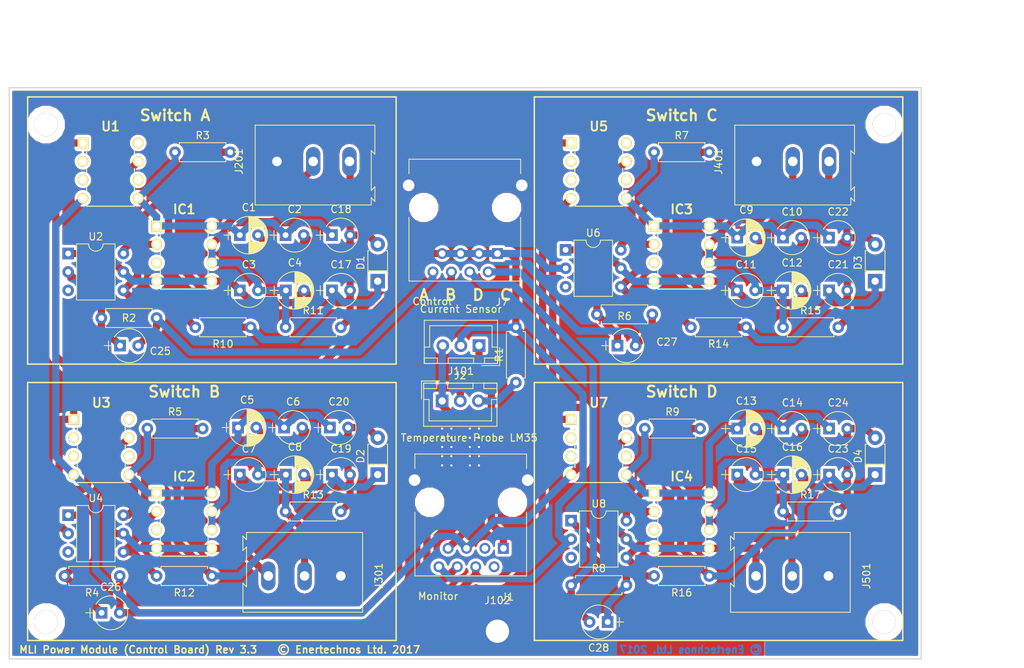
<source format=kicad_pcb>
(kicad_pcb (version 4) (host pcbnew 4.0.7)

  (general
    (links 183)
    (no_connects 0)
    (area 48.26 22.700001 193.27 116.845)
    (thickness 1.6)
    (drawings 33)
    (tracks 539)
    (zones 0)
    (modules 94)
    (nets 47)
  )

  (page A4)
  (title_block
    (title "Power Module (Control Board)")
    (date 2017-12-14)
    (rev "Release 0.1")
    (company "Enertechnos Ltd.")
    (comment 1 "FOR REVIEW")
  )

  (layers
    (0 F.Cu signal)
    (31 B.Cu signal)
    (33 F.Adhes user hide)
    (35 F.Paste user hide)
    (37 F.SilkS user)
    (38 B.Mask user)
    (39 F.Mask user)
    (40 Dwgs.User user)
    (41 Cmts.User user hide)
    (42 Eco1.User user hide)
    (43 Eco2.User user hide)
    (44 Edge.Cuts user)
    (45 Margin user hide)
    (47 F.CrtYd user)
    (49 F.Fab user hide)
  )

  (setup
    (last_trace_width 1)
    (trace_clearance 0.4)
    (zone_clearance 0.35)
    (zone_45_only no)
    (trace_min 1)
    (segment_width 0.2)
    (edge_width 0.15)
    (via_size 1.5)
    (via_drill 1)
    (via_min_size 1.5)
    (via_min_drill 0.3)
    (uvia_size 1)
    (uvia_drill 0.5)
    (uvias_allowed no)
    (uvia_min_size 1)
    (uvia_min_drill 0.1)
    (pcb_text_width 0.3)
    (pcb_text_size 1.5 1.5)
    (mod_edge_width 0.15)
    (mod_text_size 1 1)
    (mod_text_width 0.15)
    (pad_size 0.6 0.6)
    (pad_drill 0.3)
    (pad_to_mask_clearance 0.2)
    (aux_axis_origin 49.53 113.03)
    (visible_elements 7FFFEF7F)
    (pcbplotparams
      (layerselection 0x010e0_80000001)
      (usegerberextensions false)
      (excludeedgelayer true)
      (linewidth 0.100000)
      (plotframeref false)
      (viasonmask false)
      (mode 1)
      (useauxorigin true)
      (hpglpennumber 1)
      (hpglpenspeed 20)
      (hpglpendiameter 15)
      (hpglpenoverlay 2)
      (psnegative false)
      (psa4output false)
      (plotreference true)
      (plotvalue true)
      (plotinvisibletext false)
      (padsonsilk false)
      (subtractmaskfromsilk false)
      (outputformat 1)
      (mirror false)
      (drillshape 0)
      (scaleselection 1)
      (outputdirectory Plot/))
  )

  (net 0 "")
  (net 1 "Net-(C1-Pad1)")
  (net 2 "Net-(C10-Pad1)")
  (net 3 "Net-(C13-Pad1)")
  (net 4 "Net-(IC1-Pad2)")
  (net 5 "Net-(IC2-Pad2)")
  (net 6 "Net-(IC3-Pad2)")
  (net 7 "Net-(IC4-Pad2)")
  (net 8 DC_IN)
  (net 9 DC_GND)
  (net 10 ARD_GND)
  (net 11 "Net-(C20-Pad1)")
  (net 12 "Net-(C17-Pad1)")
  (net 13 "Net-(C19-Pad1)")
  (net 14 "Net-(C21-Pad1)")
  (net 15 "Net-(C23-Pad1)")
  (net 16 ARD_PWM_A)
  (net 17 ARD_PWM_B)
  (net 18 ARD_PWM_C)
  (net 19 ARD_PWM_D)
  (net 20 "Net-(C25-Pad1)")
  (net 21 "Net-(C26-Pad1)")
  (net 22 "Net-(C27-Pad1)")
  (net 23 "Net-(C28-Pad1)")
  (net 24 ARD_CUR)
  (net 25 ARD_VCC)
  (net 26 ARD_TEMP)
  (net 27 "Net-(J2-Pad3)")
  (net 28 /PsuSwitchModule.Switch.1/GND_ISO)
  (net 29 /PsuSwitchModule.Switch.1/DRV_SIG)
  (net 30 /PsuSwitchModule.Switch.2/GND_ISO)
  (net 31 /PsuSwitchModule.Switch.2/DRV_SIG)
  (net 32 /PsuSwitchModule.Switch.3/GND_ISO)
  (net 33 /PsuSwitchModule.Switch.3/DRV_SIG)
  (net 34 /PsuSwitchModule.Switch.4/GND_ISO)
  (net 35 /PsuSwitchModule.Switch.4/DRV_SIG)
  (net 36 Earth)
  (net 37 "Net-(IC1-Pad3)")
  (net 38 "Net-(IC2-Pad3)")
  (net 39 "Net-(IC3-Pad3)")
  (net 40 "Net-(IC4-Pad3)")
  (net 41 "Net-(J1-Pad2)")
  (net 42 "Net-(J1-Pad3)")
  (net 43 "Net-(U2-Pad3)")
  (net 44 "Net-(U4-Pad3)")
  (net 45 "Net-(U6-Pad3)")
  (net 46 "Net-(U8-Pad3)")

  (net_class Default "This is the default net class."
    (clearance 0.4)
    (trace_width 1)
    (via_dia 1.5)
    (via_drill 1)
    (uvia_dia 1)
    (uvia_drill 0.5)
    (add_net /PsuSwitchModule.Switch.1/DRV_SIG)
    (add_net /PsuSwitchModule.Switch.1/GND_ISO)
    (add_net /PsuSwitchModule.Switch.2/DRV_SIG)
    (add_net /PsuSwitchModule.Switch.2/GND_ISO)
    (add_net /PsuSwitchModule.Switch.3/DRV_SIG)
    (add_net /PsuSwitchModule.Switch.3/GND_ISO)
    (add_net /PsuSwitchModule.Switch.4/DRV_SIG)
    (add_net /PsuSwitchModule.Switch.4/GND_ISO)
    (add_net ARD_CUR)
    (add_net ARD_GND)
    (add_net ARD_PWM_A)
    (add_net ARD_PWM_B)
    (add_net ARD_PWM_C)
    (add_net ARD_PWM_D)
    (add_net ARD_TEMP)
    (add_net ARD_VCC)
    (add_net DC_GND)
    (add_net DC_IN)
    (add_net Earth)
    (add_net "Net-(C1-Pad1)")
    (add_net "Net-(C10-Pad1)")
    (add_net "Net-(C13-Pad1)")
    (add_net "Net-(C17-Pad1)")
    (add_net "Net-(C19-Pad1)")
    (add_net "Net-(C20-Pad1)")
    (add_net "Net-(C21-Pad1)")
    (add_net "Net-(C23-Pad1)")
    (add_net "Net-(C25-Pad1)")
    (add_net "Net-(C26-Pad1)")
    (add_net "Net-(C27-Pad1)")
    (add_net "Net-(C28-Pad1)")
    (add_net "Net-(IC1-Pad2)")
    (add_net "Net-(IC1-Pad3)")
    (add_net "Net-(IC2-Pad2)")
    (add_net "Net-(IC2-Pad3)")
    (add_net "Net-(IC3-Pad2)")
    (add_net "Net-(IC3-Pad3)")
    (add_net "Net-(IC4-Pad2)")
    (add_net "Net-(IC4-Pad3)")
    (add_net "Net-(J1-Pad2)")
    (add_net "Net-(J1-Pad3)")
    (add_net "Net-(J2-Pad3)")
    (add_net "Net-(U2-Pad3)")
    (add_net "Net-(U4-Pad3)")
    (add_net "Net-(U6-Pad3)")
    (add_net "Net-(U8-Pad3)")
  )

  (module PartsLibraries:MountingHole_M3 (layer F.Cu) (tedit 5AC5E77E) (tstamp 5AC5FAC3)
    (at 170.18 107.95)
    (descr "module 1 pin (ou trou mecanique de percage)")
    (tags DEV)
    (fp_text reference Ref** (at 0 -3.048) (layer F.SilkS) hide
      (effects (font (size 1 1) (thickness 0.15)))
    )
    (fp_text value Mount (at 0 3) (layer F.Fab) hide
      (effects (font (size 1 1) (thickness 0.15)))
    )
    (pad 1 thru_hole circle (at 0 0) (size 3.2 3.2) (drill 3.2) (layers *.Cu)
      (clearance 1) (zone_connect 2))
  )

  (module PartsLibraries:MountingHole_M3 (layer F.Cu) (tedit 5AC5E77E) (tstamp 5AC5FABF)
    (at 170.18 39.37)
    (descr "module 1 pin (ou trou mecanique de percage)")
    (tags DEV)
    (fp_text reference Ref** (at 0 -3.048) (layer F.SilkS) hide
      (effects (font (size 1 1) (thickness 0.15)))
    )
    (fp_text value Mount (at 0 3) (layer F.Fab) hide
      (effects (font (size 1 1) (thickness 0.15)))
    )
    (pad 1 thru_hole circle (at 0 0) (size 3.2 3.2) (drill 3.2) (layers *.Cu)
      (clearance 1) (zone_connect 2))
  )

  (module PartsLibraries:MountingHole_M3 (layer F.Cu) (tedit 5AC5E77E) (tstamp 5AC5FAAB)
    (at 54.61 107.95)
    (descr "module 1 pin (ou trou mecanique de percage)")
    (tags DEV)
    (fp_text reference Ref** (at 0 -3.048) (layer F.SilkS) hide
      (effects (font (size 1 1) (thickness 0.15)))
    )
    (fp_text value Mount (at 0 3) (layer F.Fab) hide
      (effects (font (size 1 1) (thickness 0.15)))
    )
    (pad 1 thru_hole circle (at 0 0) (size 3.2 3.2) (drill 3.2) (layers *.Cu)
      (clearance 1) (zone_connect 2))
  )

  (module PartsLibraries:MicroVia (layer F.Cu) (tedit 5AC49D52) (tstamp 5AC51ED7)
    (at 110.49 83.82)
    (fp_text reference REF** (at 0 -2.54) (layer F.SilkS) hide
      (effects (font (size 1 1) (thickness 0.15)))
    )
    (fp_text value MicroVia (at 0 2.54) (layer F.Fab) hide
      (effects (font (size 1 1) (thickness 0.15)))
    )
    (pad 1 thru_hole circle (at 0 0) (size 0.6 0.6) (drill 0.3) (layers *.Cu)
      (net 36 Earth) (zone_connect 2))
  )

  (module PartsLibraries:MicroVia (layer F.Cu) (tedit 5AC49D52) (tstamp 5AC51ED3)
    (at 109.22 81.28)
    (fp_text reference REF** (at 0 -2.54) (layer F.SilkS) hide
      (effects (font (size 1 1) (thickness 0.15)))
    )
    (fp_text value MicroVia (at 0 2.54) (layer F.Fab) hide
      (effects (font (size 1 1) (thickness 0.15)))
    )
    (pad 1 thru_hole circle (at 0 0) (size 0.6 0.6) (drill 0.3) (layers *.Cu)
      (net 36 Earth) (zone_connect 2))
  )

  (module PartsLibraries:MicroVia (layer F.Cu) (tedit 5AC49D52) (tstamp 5AC51ECF)
    (at 110.49 81.28)
    (fp_text reference REF** (at 0 -2.54) (layer F.SilkS) hide
      (effects (font (size 1 1) (thickness 0.15)))
    )
    (fp_text value MicroVia (at 0 2.54) (layer F.Fab) hide
      (effects (font (size 1 1) (thickness 0.15)))
    )
    (pad 1 thru_hole circle (at 0 0) (size 0.6 0.6) (drill 0.3) (layers *.Cu)
      (net 36 Earth) (zone_connect 2))
  )

  (module PartsLibraries:MicroVia (layer F.Cu) (tedit 5AC49D52) (tstamp 5AC51ECB)
    (at 109.22 82.55)
    (fp_text reference REF** (at 0 -2.54) (layer F.SilkS) hide
      (effects (font (size 1 1) (thickness 0.15)))
    )
    (fp_text value MicroVia (at 0 2.54) (layer F.Fab) hide
      (effects (font (size 1 1) (thickness 0.15)))
    )
    (pad 1 thru_hole circle (at 0 0) (size 0.6 0.6) (drill 0.3) (layers *.Cu)
      (net 36 Earth) (zone_connect 2))
  )

  (module PartsLibraries:MicroVia (layer F.Cu) (tedit 5AC49D52) (tstamp 5AC51EC7)
    (at 110.49 82.55)
    (fp_text reference REF** (at 0 -2.54) (layer F.SilkS) hide
      (effects (font (size 1 1) (thickness 0.15)))
    )
    (fp_text value MicroVia (at 0 2.54) (layer F.Fab) hide
      (effects (font (size 1 1) (thickness 0.15)))
    )
    (pad 1 thru_hole circle (at 0 0) (size 0.6 0.6) (drill 0.3) (layers *.Cu)
      (net 36 Earth) (zone_connect 2))
  )

  (module PartsLibraries:MicroVia (layer F.Cu) (tedit 5AC49D52) (tstamp 5AC51EC3)
    (at 109.22 83.82)
    (fp_text reference REF** (at 0 -2.54) (layer F.SilkS) hide
      (effects (font (size 1 1) (thickness 0.15)))
    )
    (fp_text value MicroVia (at 0 2.54) (layer F.Fab) hide
      (effects (font (size 1 1) (thickness 0.15)))
    )
    (pad 1 thru_hole circle (at 0 0) (size 0.6 0.6) (drill 0.3) (layers *.Cu)
      (net 36 Earth) (zone_connect 2))
  )

  (module PartsLibraries:MicroVia (layer F.Cu) (tedit 5AC49D52) (tstamp 5AC51EBF)
    (at 109.22 86.36)
    (fp_text reference REF** (at 0 -2.54) (layer F.SilkS) hide
      (effects (font (size 1 1) (thickness 0.15)))
    )
    (fp_text value MicroVia (at 0 2.54) (layer F.Fab) hide
      (effects (font (size 1 1) (thickness 0.15)))
    )
    (pad 1 thru_hole circle (at 0 0) (size 0.6 0.6) (drill 0.3) (layers *.Cu)
      (net 36 Earth) (zone_connect 2))
  )

  (module PartsLibraries:MicroVia (layer F.Cu) (tedit 5AC49D52) (tstamp 5AC51EBB)
    (at 110.49 85.09)
    (fp_text reference REF** (at 0 -2.54) (layer F.SilkS) hide
      (effects (font (size 1 1) (thickness 0.15)))
    )
    (fp_text value MicroVia (at 0 2.54) (layer F.Fab) hide
      (effects (font (size 1 1) (thickness 0.15)))
    )
    (pad 1 thru_hole circle (at 0 0) (size 0.6 0.6) (drill 0.3) (layers *.Cu)
      (net 36 Earth) (zone_connect 2))
  )

  (module PartsLibraries:MicroVia (layer F.Cu) (tedit 5AC49D52) (tstamp 5AC51EB7)
    (at 110.49 86.36)
    (fp_text reference REF** (at 0 -2.54) (layer F.SilkS) hide
      (effects (font (size 1 1) (thickness 0.15)))
    )
    (fp_text value MicroVia (at 0 2.54) (layer F.Fab) hide
      (effects (font (size 1 1) (thickness 0.15)))
    )
    (pad 1 thru_hole circle (at 0 0) (size 0.6 0.6) (drill 0.3) (layers *.Cu)
      (net 36 Earth) (zone_connect 2))
  )

  (module PartsLibraries:MicroVia (layer F.Cu) (tedit 5AC49D52) (tstamp 5AC51EB3)
    (at 109.22 85.09)
    (fp_text reference REF** (at 0 -2.54) (layer F.SilkS) hide
      (effects (font (size 1 1) (thickness 0.15)))
    )
    (fp_text value MicroVia (at 0 2.54) (layer F.Fab) hide
      (effects (font (size 1 1) (thickness 0.15)))
    )
    (pad 1 thru_hole circle (at 0 0) (size 0.6 0.6) (drill 0.3) (layers *.Cu)
      (net 36 Earth) (zone_connect 2))
  )

  (module PartsLibraries:MicroVia (layer F.Cu) (tedit 5AC49D52) (tstamp 5AC4A3DD)
    (at 114.3 83.82)
    (fp_text reference REF** (at 0 -2.54) (layer F.SilkS) hide
      (effects (font (size 1 1) (thickness 0.15)))
    )
    (fp_text value MicroVia (at 0 2.54) (layer F.Fab) hide
      (effects (font (size 1 1) (thickness 0.15)))
    )
    (pad 1 thru_hole circle (at 0 0) (size 0.6 0.6) (drill 0.3) (layers *.Cu)
      (net 36 Earth) (zone_connect 2))
  )

  (module PartsLibraries:MicroVia (layer F.Cu) (tedit 5AC49D52) (tstamp 5AC4A3F9)
    (at 113.03 81.28)
    (fp_text reference REF** (at 0 -2.54) (layer F.SilkS) hide
      (effects (font (size 1 1) (thickness 0.15)))
    )
    (fp_text value MicroVia (at 0 2.54) (layer F.Fab) hide
      (effects (font (size 1 1) (thickness 0.15)))
    )
    (pad 1 thru_hole circle (at 0 0) (size 0.6 0.6) (drill 0.3) (layers *.Cu)
      (net 36 Earth) (zone_connect 2))
  )

  (module PartsLibraries:MicroVia (layer F.Cu) (tedit 5AC49D52) (tstamp 5AC4A3D9)
    (at 114.3 82.55)
    (fp_text reference REF** (at 0 -2.54) (layer F.SilkS) hide
      (effects (font (size 1 1) (thickness 0.15)))
    )
    (fp_text value MicroVia (at 0 2.54) (layer F.Fab) hide
      (effects (font (size 1 1) (thickness 0.15)))
    )
    (pad 1 thru_hole circle (at 0 0) (size 0.6 0.6) (drill 0.3) (layers *.Cu)
      (net 36 Earth) (zone_connect 2))
  )

  (module PartsLibraries:MicroVia (layer F.Cu) (tedit 5AC49D52) (tstamp 5AC4A3F1)
    (at 114.3 81.28)
    (fp_text reference REF** (at 0 -2.54) (layer F.SilkS) hide
      (effects (font (size 1 1) (thickness 0.15)))
    )
    (fp_text value MicroVia (at 0 2.54) (layer F.Fab) hide
      (effects (font (size 1 1) (thickness 0.15)))
    )
    (pad 1 thru_hole circle (at 0 0) (size 0.6 0.6) (drill 0.3) (layers *.Cu)
      (net 36 Earth) (zone_connect 2))
  )

  (module PartsLibraries:MicroVia (layer F.Cu) (tedit 5AC49D52) (tstamp 5AC4A3D5)
    (at 113.03 82.55)
    (fp_text reference REF** (at 0 -2.54) (layer F.SilkS) hide
      (effects (font (size 1 1) (thickness 0.15)))
    )
    (fp_text value MicroVia (at 0 2.54) (layer F.Fab) hide
      (effects (font (size 1 1) (thickness 0.15)))
    )
    (pad 1 thru_hole circle (at 0 0) (size 0.6 0.6) (drill 0.3) (layers *.Cu)
      (net 36 Earth) (zone_connect 2))
  )

  (module PartsLibraries:MicroVia (layer F.Cu) (tedit 5AC49D52) (tstamp 5AC4A3F5)
    (at 113.03 83.82)
    (fp_text reference REF** (at 0 -2.54) (layer F.SilkS) hide
      (effects (font (size 1 1) (thickness 0.15)))
    )
    (fp_text value MicroVia (at 0 2.54) (layer F.Fab) hide
      (effects (font (size 1 1) (thickness 0.15)))
    )
    (pad 1 thru_hole circle (at 0 0) (size 0.6 0.6) (drill 0.3) (layers *.Cu)
      (net 36 Earth) (zone_connect 2))
  )

  (module PartsLibraries:MicroVia (layer F.Cu) (tedit 5AC49D52) (tstamp 5AC4A3ED)
    (at 113.03 85.09)
    (fp_text reference REF** (at 0 -2.54) (layer F.SilkS) hide
      (effects (font (size 1 1) (thickness 0.15)))
    )
    (fp_text value MicroVia (at 0 2.54) (layer F.Fab) hide
      (effects (font (size 1 1) (thickness 0.15)))
    )
    (pad 1 thru_hole circle (at 0 0) (size 0.6 0.6) (drill 0.3) (layers *.Cu)
      (net 36 Earth) (zone_connect 2))
  )

  (module PartsLibraries:MicroVia (layer F.Cu) (tedit 5AC49D52) (tstamp 5AC4A3E1)
    (at 113.03 86.36)
    (fp_text reference REF** (at 0 -2.54) (layer F.SilkS) hide
      (effects (font (size 1 1) (thickness 0.15)))
    )
    (fp_text value MicroVia (at 0 2.54) (layer F.Fab) hide
      (effects (font (size 1 1) (thickness 0.15)))
    )
    (pad 1 thru_hole circle (at 0 0) (size 0.6 0.6) (drill 0.3) (layers *.Cu)
      (net 36 Earth) (zone_connect 2))
  )

  (module PartsLibraries:MicroVia (layer F.Cu) (tedit 5AC49D52) (tstamp 5AC4A3E5)
    (at 114.3 85.09)
    (fp_text reference REF** (at 0 -2.54) (layer F.SilkS) hide
      (effects (font (size 1 1) (thickness 0.15)))
    )
    (fp_text value MicroVia (at 0 2.54) (layer F.Fab) hide
      (effects (font (size 1 1) (thickness 0.15)))
    )
    (pad 1 thru_hole circle (at 0 0) (size 0.6 0.6) (drill 0.3) (layers *.Cu)
      (net 36 Earth) (zone_connect 2))
  )

  (module PartsLibraries:MicroVia (layer F.Cu) (tedit 5AC49D52) (tstamp 5AC4A3E9)
    (at 114.3 86.36)
    (fp_text reference REF** (at 0 -2.54) (layer F.SilkS) hide
      (effects (font (size 1 1) (thickness 0.15)))
    )
    (fp_text value MicroVia (at 0 2.54) (layer F.Fab) hide
      (effects (font (size 1 1) (thickness 0.15)))
    )
    (pad 1 thru_hole circle (at 0 0) (size 0.6 0.6) (drill 0.3) (layers *.Cu)
      (net 36 Earth) (zone_connect 2))
  )

  (module Resistors_THT:R_Axial_DIN0207_L6.3mm_D2.5mm_P7.62mm_Horizontal (layer F.Cu) (tedit 5874F706) (tstamp 59EF680E)
    (at 146.05 101.6 180)
    (descr "Resistor, Axial_DIN0207 series, Axial, Horizontal, pin pitch=7.62mm, 0.25W = 1/4W, length*diameter=6.3*2.5mm^2, http://cdn-reichelt.de/documents/datenblatt/B400/1_4W%23YAG.pdf")
    (tags "Resistor Axial_DIN0207 series Axial Horizontal pin pitch 7.62mm 0.25W = 1/4W length 6.3mm diameter 2.5mm")
    (path /59A712A3/59EF0FC7)
    (fp_text reference R16 (at 3.81 -2.31 180) (layer F.SilkS)
      (effects (font (size 1 1) (thickness 0.15)))
    )
    (fp_text value R (at 3.81 2.31 180) (layer F.Fab)
      (effects (font (size 1 1) (thickness 0.15)))
    )
    (fp_line (start 0.66 -1.25) (end 0.66 1.25) (layer F.Fab) (width 0.1))
    (fp_line (start 0.66 1.25) (end 6.96 1.25) (layer F.Fab) (width 0.1))
    (fp_line (start 6.96 1.25) (end 6.96 -1.25) (layer F.Fab) (width 0.1))
    (fp_line (start 6.96 -1.25) (end 0.66 -1.25) (layer F.Fab) (width 0.1))
    (fp_line (start 0 0) (end 0.66 0) (layer F.Fab) (width 0.1))
    (fp_line (start 7.62 0) (end 6.96 0) (layer F.Fab) (width 0.1))
    (fp_line (start 0.6 -0.98) (end 0.6 -1.31) (layer F.SilkS) (width 0.12))
    (fp_line (start 0.6 -1.31) (end 7.02 -1.31) (layer F.SilkS) (width 0.12))
    (fp_line (start 7.02 -1.31) (end 7.02 -0.98) (layer F.SilkS) (width 0.12))
    (fp_line (start 0.6 0.98) (end 0.6 1.31) (layer F.SilkS) (width 0.12))
    (fp_line (start 0.6 1.31) (end 7.02 1.31) (layer F.SilkS) (width 0.12))
    (fp_line (start 7.02 1.31) (end 7.02 0.98) (layer F.SilkS) (width 0.12))
    (fp_line (start -1.05 -1.6) (end -1.05 1.6) (layer F.CrtYd) (width 0.05))
    (fp_line (start -1.05 1.6) (end 8.7 1.6) (layer F.CrtYd) (width 0.05))
    (fp_line (start 8.7 1.6) (end 8.7 -1.6) (layer F.CrtYd) (width 0.05))
    (fp_line (start 8.7 -1.6) (end -1.05 -1.6) (layer F.CrtYd) (width 0.05))
    (pad 1 thru_hole circle (at 0 0 180) (size 1.6 1.6) (drill 0.8) (layers *.Cu *.Mask)
      (net 15 "Net-(C23-Pad1)"))
    (pad 2 thru_hole oval (at 7.62 0 180) (size 1.6 1.6) (drill 0.8) (layers *.Cu *.Mask)
      (net 7 "Net-(IC4-Pad2)"))
    (model ${KISYS3DMOD}/Resistors_THT.3dshapes/R_Axial_DIN0207_L6.3mm_D2.5mm_P7.62mm_Horizontal.wrl
      (at (xyz 0 0 0))
      (scale (xyz 0.3937 0.3937 0.3937))
      (rotate (xyz 0 0 0))
    )
  )

  (module Resistors_THT:R_Axial_DIN0207_L6.3mm_D2.5mm_P7.62mm_Horizontal (layer F.Cu) (tedit 5874F706) (tstamp 59EF6824)
    (at 156.21 92.71)
    (descr "Resistor, Axial_DIN0207 series, Axial, Horizontal, pin pitch=7.62mm, 0.25W = 1/4W, length*diameter=6.3*2.5mm^2, http://cdn-reichelt.de/documents/datenblatt/B400/1_4W%23YAG.pdf")
    (tags "Resistor Axial_DIN0207 series Axial Horizontal pin pitch 7.62mm 0.25W = 1/4W length 6.3mm diameter 2.5mm")
    (path /59A712A3/59EF1A58)
    (fp_text reference R17 (at 3.81 -2.31) (layer F.SilkS)
      (effects (font (size 1 1) (thickness 0.15)))
    )
    (fp_text value R (at 3.81 2.31) (layer F.Fab)
      (effects (font (size 1 1) (thickness 0.15)))
    )
    (fp_line (start 0.66 -1.25) (end 0.66 1.25) (layer F.Fab) (width 0.1))
    (fp_line (start 0.66 1.25) (end 6.96 1.25) (layer F.Fab) (width 0.1))
    (fp_line (start 6.96 1.25) (end 6.96 -1.25) (layer F.Fab) (width 0.1))
    (fp_line (start 6.96 -1.25) (end 0.66 -1.25) (layer F.Fab) (width 0.1))
    (fp_line (start 0 0) (end 0.66 0) (layer F.Fab) (width 0.1))
    (fp_line (start 7.62 0) (end 6.96 0) (layer F.Fab) (width 0.1))
    (fp_line (start 0.6 -0.98) (end 0.6 -1.31) (layer F.SilkS) (width 0.12))
    (fp_line (start 0.6 -1.31) (end 7.02 -1.31) (layer F.SilkS) (width 0.12))
    (fp_line (start 7.02 -1.31) (end 7.02 -0.98) (layer F.SilkS) (width 0.12))
    (fp_line (start 0.6 0.98) (end 0.6 1.31) (layer F.SilkS) (width 0.12))
    (fp_line (start 0.6 1.31) (end 7.02 1.31) (layer F.SilkS) (width 0.12))
    (fp_line (start 7.02 1.31) (end 7.02 0.98) (layer F.SilkS) (width 0.12))
    (fp_line (start -1.05 -1.6) (end -1.05 1.6) (layer F.CrtYd) (width 0.05))
    (fp_line (start -1.05 1.6) (end 8.7 1.6) (layer F.CrtYd) (width 0.05))
    (fp_line (start 8.7 1.6) (end 8.7 -1.6) (layer F.CrtYd) (width 0.05))
    (fp_line (start 8.7 -1.6) (end -1.05 -1.6) (layer F.CrtYd) (width 0.05))
    (pad 1 thru_hole circle (at 0 0) (size 1.6 1.6) (drill 0.8) (layers *.Cu *.Mask)
      (net 35 /PsuSwitchModule.Switch.4/DRV_SIG))
    (pad 2 thru_hole oval (at 7.62 0) (size 1.6 1.6) (drill 0.8) (layers *.Cu *.Mask)
      (net 34 /PsuSwitchModule.Switch.4/GND_ISO))
    (model ${KISYS3DMOD}/Resistors_THT.3dshapes/R_Axial_DIN0207_L6.3mm_D2.5mm_P7.62mm_Horizontal.wrl
      (at (xyz 0 0 0))
      (scale (xyz 0.3937 0.3937 0.3937))
      (rotate (xyz 0 0 0))
    )
  )

  (module Resistors_THT:R_Axial_DIN0207_L6.3mm_D2.5mm_P7.62mm_Horizontal (layer F.Cu) (tedit 5874F706) (tstamp 59EF67B6)
    (at 77.47 101.6 180)
    (descr "Resistor, Axial_DIN0207 series, Axial, Horizontal, pin pitch=7.62mm, 0.25W = 1/4W, length*diameter=6.3*2.5mm^2, http://cdn-reichelt.de/documents/datenblatt/B400/1_4W%23YAG.pdf")
    (tags "Resistor Axial_DIN0207 series Axial Horizontal pin pitch 7.62mm 0.25W = 1/4W length 6.3mm diameter 2.5mm")
    (path /59A7109E/59EF0FC7)
    (fp_text reference R12 (at 3.81 -2.31 180) (layer F.SilkS)
      (effects (font (size 1 1) (thickness 0.15)))
    )
    (fp_text value R (at 3.81 2.31 180) (layer F.Fab)
      (effects (font (size 1 1) (thickness 0.15)))
    )
    (fp_line (start 0.66 -1.25) (end 0.66 1.25) (layer F.Fab) (width 0.1))
    (fp_line (start 0.66 1.25) (end 6.96 1.25) (layer F.Fab) (width 0.1))
    (fp_line (start 6.96 1.25) (end 6.96 -1.25) (layer F.Fab) (width 0.1))
    (fp_line (start 6.96 -1.25) (end 0.66 -1.25) (layer F.Fab) (width 0.1))
    (fp_line (start 0 0) (end 0.66 0) (layer F.Fab) (width 0.1))
    (fp_line (start 7.62 0) (end 6.96 0) (layer F.Fab) (width 0.1))
    (fp_line (start 0.6 -0.98) (end 0.6 -1.31) (layer F.SilkS) (width 0.12))
    (fp_line (start 0.6 -1.31) (end 7.02 -1.31) (layer F.SilkS) (width 0.12))
    (fp_line (start 7.02 -1.31) (end 7.02 -0.98) (layer F.SilkS) (width 0.12))
    (fp_line (start 0.6 0.98) (end 0.6 1.31) (layer F.SilkS) (width 0.12))
    (fp_line (start 0.6 1.31) (end 7.02 1.31) (layer F.SilkS) (width 0.12))
    (fp_line (start 7.02 1.31) (end 7.02 0.98) (layer F.SilkS) (width 0.12))
    (fp_line (start -1.05 -1.6) (end -1.05 1.6) (layer F.CrtYd) (width 0.05))
    (fp_line (start -1.05 1.6) (end 8.7 1.6) (layer F.CrtYd) (width 0.05))
    (fp_line (start 8.7 1.6) (end 8.7 -1.6) (layer F.CrtYd) (width 0.05))
    (fp_line (start 8.7 -1.6) (end -1.05 -1.6) (layer F.CrtYd) (width 0.05))
    (pad 1 thru_hole circle (at 0 0 180) (size 1.6 1.6) (drill 0.8) (layers *.Cu *.Mask)
      (net 13 "Net-(C19-Pad1)"))
    (pad 2 thru_hole oval (at 7.62 0 180) (size 1.6 1.6) (drill 0.8) (layers *.Cu *.Mask)
      (net 5 "Net-(IC2-Pad2)"))
    (model ${KISYS3DMOD}/Resistors_THT.3dshapes/R_Axial_DIN0207_L6.3mm_D2.5mm_P7.62mm_Horizontal.wrl
      (at (xyz 0 0 0))
      (scale (xyz 0.3937 0.3937 0.3937))
      (rotate (xyz 0 0 0))
    )
  )

  (module Capacitors_THT:CP_Radial_Tantal_D4.5mm_P2.50mm (layer F.Cu) (tedit 597C781B) (tstamp 5A16CB73)
    (at 133.39 69.85)
    (descr "CP, Radial_Tantal series, Radial, pin pitch=2.50mm, , diameter=4.5mm, Tantal Electrolytic Capacitor, http://cdn-reichelt.de/documents/datenblatt/B300/TANTAL-TB-Serie%23.pdf")
    (tags "CP Radial_Tantal series Radial pin pitch 2.50mm  diameter 4.5mm Tantal Electrolytic Capacitor")
    (path /59A71299/5A16CD08)
    (fp_text reference C27 (at 6.818 -0.508) (layer F.SilkS)
      (effects (font (size 1 1) (thickness 0.15)))
    )
    (fp_text value 100nF (at 1.25 3.56) (layer F.Fab)
      (effects (font (size 1 1) (thickness 0.15)))
    )
    (fp_arc (start 1.25 0) (end -0.770693 -1.18) (angle 119.4) (layer F.SilkS) (width 0.12))
    (fp_arc (start 1.25 0) (end -0.770693 1.18) (angle -119.4) (layer F.SilkS) (width 0.12))
    (fp_arc (start 1.25 0) (end 3.270693 -1.18) (angle 60.6) (layer F.SilkS) (width 0.12))
    (fp_circle (center 1.25 0) (end 3.5 0) (layer F.Fab) (width 0.1))
    (fp_line (start -2.2 0) (end -1 0) (layer F.Fab) (width 0.1))
    (fp_line (start -1.6 -0.65) (end -1.6 0.65) (layer F.Fab) (width 0.1))
    (fp_line (start -2.2 0) (end -1 0) (layer F.SilkS) (width 0.12))
    (fp_line (start -1.6 -0.65) (end -1.6 0.65) (layer F.SilkS) (width 0.12))
    (fp_line (start -1.35 -2.6) (end -1.35 2.6) (layer F.CrtYd) (width 0.05))
    (fp_line (start -1.35 2.6) (end 3.85 2.6) (layer F.CrtYd) (width 0.05))
    (fp_line (start 3.85 2.6) (end 3.85 -2.6) (layer F.CrtYd) (width 0.05))
    (fp_line (start 3.85 -2.6) (end -1.35 -2.6) (layer F.CrtYd) (width 0.05))
    (fp_text user %R (at 1.25 0) (layer F.Fab)
      (effects (font (size 1 1) (thickness 0.15)))
    )
    (pad 1 thru_hole rect (at 0 0) (size 1.6 1.6) (drill 0.8) (layers *.Cu *.Mask)
      (net 22 "Net-(C27-Pad1)"))
    (pad 2 thru_hole circle (at 2.5 0) (size 1.6 1.6) (drill 0.8) (layers *.Cu *.Mask)
      (net 18 ARD_PWM_C))
    (model ${KISYS3DMOD}/Capacitors_THT.3dshapes/CP_Radial_Tantal_D4.5mm_P2.50mm.wrl
      (at (xyz 0 0 0))
      (scale (xyz 1 1 1))
      (rotate (xyz 0 0 0))
    )
  )

  (module Diodes_THT:D_T-1_P5.08mm_Horizontal (layer F.Cu) (tedit 5921392F) (tstamp 59F0CB1D)
    (at 100.33 60.96 90)
    (descr "D, T-1 series, Axial, Horizontal, pin pitch=5.08mm, , length*diameter=3.2*2.6mm^2, , http://www.diodes.com/_files/packages/T-1.pdf")
    (tags "D T-1 series Axial Horizontal pin pitch 5.08mm  length 3.2mm diameter 2.6mm")
    (path /59498AA5/59EF0E59)
    (fp_text reference D1 (at 2.54 -2.36 90) (layer F.SilkS)
      (effects (font (size 1 1) (thickness 0.15)))
    )
    (fp_text value D_Zener (at 2.54 2.36 90) (layer F.Fab)
      (effects (font (size 1 1) (thickness 0.15)))
    )
    (fp_text user %R (at 2.54 0 90) (layer F.Fab)
      (effects (font (size 1 1) (thickness 0.15)))
    )
    (fp_line (start 0.94 -1.3) (end 0.94 1.3) (layer F.Fab) (width 0.1))
    (fp_line (start 0.94 1.3) (end 4.14 1.3) (layer F.Fab) (width 0.1))
    (fp_line (start 4.14 1.3) (end 4.14 -1.3) (layer F.Fab) (width 0.1))
    (fp_line (start 4.14 -1.3) (end 0.94 -1.3) (layer F.Fab) (width 0.1))
    (fp_line (start 0 0) (end 0.94 0) (layer F.Fab) (width 0.1))
    (fp_line (start 5.08 0) (end 4.14 0) (layer F.Fab) (width 0.1))
    (fp_line (start 1.42 -1.3) (end 1.42 1.3) (layer F.Fab) (width 0.1))
    (fp_line (start 0.88 -1.18) (end 0.88 -1.36) (layer F.SilkS) (width 0.12))
    (fp_line (start 0.88 -1.36) (end 4.2 -1.36) (layer F.SilkS) (width 0.12))
    (fp_line (start 4.2 -1.36) (end 4.2 -1.18) (layer F.SilkS) (width 0.12))
    (fp_line (start 0.88 1.18) (end 0.88 1.36) (layer F.SilkS) (width 0.12))
    (fp_line (start 0.88 1.36) (end 4.2 1.36) (layer F.SilkS) (width 0.12))
    (fp_line (start 4.2 1.36) (end 4.2 1.18) (layer F.SilkS) (width 0.12))
    (fp_line (start 1.42 -1.36) (end 1.42 1.36) (layer F.SilkS) (width 0.12))
    (fp_line (start -1.25 -1.65) (end -1.25 1.65) (layer F.CrtYd) (width 0.05))
    (fp_line (start -1.25 1.65) (end 6.35 1.65) (layer F.CrtYd) (width 0.05))
    (fp_line (start 6.35 1.65) (end 6.35 -1.65) (layer F.CrtYd) (width 0.05))
    (fp_line (start 6.35 -1.65) (end -1.25 -1.65) (layer F.CrtYd) (width 0.05))
    (pad 1 thru_hole rect (at 0 0 90) (size 2 2) (drill 1) (layers *.Cu *.Mask)
      (net 12 "Net-(C17-Pad1)"))
    (pad 2 thru_hole oval (at 5.08 0 90) (size 2 2) (drill 1) (layers *.Cu *.Mask)
      (net 28 /PsuSwitchModule.Switch.1/GND_ISO))
    (model ${KISYS3DMOD}/Diodes_THT.3dshapes/D_T-1_P5.08mm_Horizontal.wrl
      (at (xyz 0 0 0))
      (scale (xyz 0.393701 0.393701 0.393701))
      (rotate (xyz 0 0 0))
    )
  )

  (module Capacitors_THT:CP_Radial_Tantal_D4.5mm_P2.50mm (layer F.Cu) (tedit 597C781B) (tstamp 59A6E78A)
    (at 81.32 62.23)
    (descr "CP, Radial_Tantal series, Radial, pin pitch=2.50mm, , diameter=4.5mm, Tantal Electrolytic Capacitor, http://cdn-reichelt.de/documents/datenblatt/B300/TANTAL-TB-Serie%23.pdf")
    (tags "CP Radial_Tantal series Radial pin pitch 2.50mm  diameter 4.5mm Tantal Electrolytic Capacitor")
    (path /59498AA5/5949814D)
    (fp_text reference C3 (at 1.25 -3.56) (layer F.SilkS)
      (effects (font (size 1 1) (thickness 0.15)))
    )
    (fp_text value C (at 1.25 3.56) (layer F.Fab)
      (effects (font (size 1 1) (thickness 0.15)))
    )
    (fp_arc (start 1.25 0) (end -0.770693 -1.18) (angle 119.4) (layer F.SilkS) (width 0.12))
    (fp_arc (start 1.25 0) (end -0.770693 1.18) (angle -119.4) (layer F.SilkS) (width 0.12))
    (fp_arc (start 1.25 0) (end 3.270693 -1.18) (angle 60.6) (layer F.SilkS) (width 0.12))
    (fp_circle (center 1.25 0) (end 3.5 0) (layer F.Fab) (width 0.1))
    (fp_line (start -2.2 0) (end -1 0) (layer F.Fab) (width 0.1))
    (fp_line (start -1.6 -0.65) (end -1.6 0.65) (layer F.Fab) (width 0.1))
    (fp_line (start -2.2 0) (end -1 0) (layer F.SilkS) (width 0.12))
    (fp_line (start -1.6 -0.65) (end -1.6 0.65) (layer F.SilkS) (width 0.12))
    (fp_line (start -1.35 -2.6) (end -1.35 2.6) (layer F.CrtYd) (width 0.05))
    (fp_line (start -1.35 2.6) (end 3.85 2.6) (layer F.CrtYd) (width 0.05))
    (fp_line (start 3.85 2.6) (end 3.85 -2.6) (layer F.CrtYd) (width 0.05))
    (fp_line (start 3.85 -2.6) (end -1.35 -2.6) (layer F.CrtYd) (width 0.05))
    (fp_text user %R (at 1.25 0) (layer F.Fab)
      (effects (font (size 1 1) (thickness 0.15)))
    )
    (pad 1 thru_hole rect (at 0 0) (size 1.6 1.6) (drill 0.8) (layers *.Cu *.Mask)
      (net 28 /PsuSwitchModule.Switch.1/GND_ISO))
    (pad 2 thru_hole circle (at 2.5 0) (size 1.6 1.6) (drill 0.8) (layers *.Cu *.Mask)
      (net 29 /PsuSwitchModule.Switch.1/DRV_SIG))
    (model ${KISYS3DMOD}/Capacitors_THT.3dshapes/CP_Radial_Tantal_D4.5mm_P2.50mm.wrl
      (at (xyz 0 0 0))
      (scale (xyz 1 1 1))
      (rotate (xyz 0 0 0))
    )
  )

  (module Capacitors_THT:CP_Radial_Tantal_D4.5mm_P2.50mm (layer F.Cu) (tedit 597C781B) (tstamp 5A16CB86)
    (at 132.04 107.95 180)
    (descr "CP, Radial_Tantal series, Radial, pin pitch=2.50mm, , diameter=4.5mm, Tantal Electrolytic Capacitor, http://cdn-reichelt.de/documents/datenblatt/B300/TANTAL-TB-Serie%23.pdf")
    (tags "CP Radial_Tantal series Radial pin pitch 2.50mm  diameter 4.5mm Tantal Electrolytic Capacitor")
    (path /59A712A3/5A16CD08)
    (fp_text reference C28 (at 1.25 -3.56 180) (layer F.SilkS)
      (effects (font (size 1 1) (thickness 0.15)))
    )
    (fp_text value 100nF (at 1.25 3.56 180) (layer F.Fab)
      (effects (font (size 1 1) (thickness 0.15)))
    )
    (fp_arc (start 1.25 0) (end -0.770693 -1.18) (angle 119.4) (layer F.SilkS) (width 0.12))
    (fp_arc (start 1.25 0) (end -0.770693 1.18) (angle -119.4) (layer F.SilkS) (width 0.12))
    (fp_arc (start 1.25 0) (end 3.270693 -1.18) (angle 60.6) (layer F.SilkS) (width 0.12))
    (fp_circle (center 1.25 0) (end 3.5 0) (layer F.Fab) (width 0.1))
    (fp_line (start -2.2 0) (end -1 0) (layer F.Fab) (width 0.1))
    (fp_line (start -1.6 -0.65) (end -1.6 0.65) (layer F.Fab) (width 0.1))
    (fp_line (start -2.2 0) (end -1 0) (layer F.SilkS) (width 0.12))
    (fp_line (start -1.6 -0.65) (end -1.6 0.65) (layer F.SilkS) (width 0.12))
    (fp_line (start -1.35 -2.6) (end -1.35 2.6) (layer F.CrtYd) (width 0.05))
    (fp_line (start -1.35 2.6) (end 3.85 2.6) (layer F.CrtYd) (width 0.05))
    (fp_line (start 3.85 2.6) (end 3.85 -2.6) (layer F.CrtYd) (width 0.05))
    (fp_line (start 3.85 -2.6) (end -1.35 -2.6) (layer F.CrtYd) (width 0.05))
    (fp_text user %R (at 1.25 0 180) (layer F.Fab)
      (effects (font (size 1 1) (thickness 0.15)))
    )
    (pad 1 thru_hole rect (at 0 0 180) (size 1.6 1.6) (drill 0.8) (layers *.Cu *.Mask)
      (net 23 "Net-(C28-Pad1)"))
    (pad 2 thru_hole circle (at 2.5 0 180) (size 1.6 1.6) (drill 0.8) (layers *.Cu *.Mask)
      (net 19 ARD_PWM_D))
    (model ${KISYS3DMOD}/Capacitors_THT.3dshapes/CP_Radial_Tantal_D4.5mm_P2.50mm.wrl
      (at (xyz 0 0 0))
      (scale (xyz 1 1 1))
      (rotate (xyz 0 0 0))
    )
  )

  (module Capacitors_THT:CP_Radial_Tantal_D4.5mm_P2.50mm (layer F.Cu) (tedit 597C781B) (tstamp 59EF6711)
    (at 162.56 87.63)
    (descr "CP, Radial_Tantal series, Radial, pin pitch=2.50mm, , diameter=4.5mm, Tantal Electrolytic Capacitor, http://cdn-reichelt.de/documents/datenblatt/B300/TANTAL-TB-Serie%23.pdf")
    (tags "CP Radial_Tantal series Radial pin pitch 2.50mm  diameter 4.5mm Tantal Electrolytic Capacitor")
    (path /59A712A3/59EF0ED7)
    (fp_text reference C23 (at 1.25 -3.56) (layer F.SilkS)
      (effects (font (size 1 1) (thickness 0.15)))
    )
    (fp_text value 100nF (at 1.25 3.56) (layer F.Fab)
      (effects (font (size 1 1) (thickness 0.15)))
    )
    (fp_arc (start 1.25 0) (end -0.770693 -1.18) (angle 119.4) (layer F.SilkS) (width 0.12))
    (fp_arc (start 1.25 0) (end -0.770693 1.18) (angle -119.4) (layer F.SilkS) (width 0.12))
    (fp_arc (start 1.25 0) (end 3.270693 -1.18) (angle 60.6) (layer F.SilkS) (width 0.12))
    (fp_circle (center 1.25 0) (end 3.5 0) (layer F.Fab) (width 0.1))
    (fp_line (start -2.2 0) (end -1 0) (layer F.Fab) (width 0.1))
    (fp_line (start -1.6 -0.65) (end -1.6 0.65) (layer F.Fab) (width 0.1))
    (fp_line (start -2.2 0) (end -1 0) (layer F.SilkS) (width 0.12))
    (fp_line (start -1.6 -0.65) (end -1.6 0.65) (layer F.SilkS) (width 0.12))
    (fp_line (start -1.35 -2.6) (end -1.35 2.6) (layer F.CrtYd) (width 0.05))
    (fp_line (start -1.35 2.6) (end 3.85 2.6) (layer F.CrtYd) (width 0.05))
    (fp_line (start 3.85 2.6) (end 3.85 -2.6) (layer F.CrtYd) (width 0.05))
    (fp_line (start 3.85 -2.6) (end -1.35 -2.6) (layer F.CrtYd) (width 0.05))
    (fp_text user %R (at 1.25 0) (layer F.Fab)
      (effects (font (size 1 1) (thickness 0.15)))
    )
    (pad 1 thru_hole rect (at 0 0) (size 1.6 1.6) (drill 0.8) (layers *.Cu *.Mask)
      (net 15 "Net-(C23-Pad1)"))
    (pad 2 thru_hole circle (at 2.5 0) (size 1.6 1.6) (drill 0.8) (layers *.Cu *.Mask)
      (net 34 /PsuSwitchModule.Switch.4/GND_ISO))
    (model ${KISYS3DMOD}/Capacitors_THT.3dshapes/CP_Radial_Tantal_D4.5mm_P2.50mm.wrl
      (at (xyz 0 0 0))
      (scale (xyz 1 1 1))
      (rotate (xyz 0 0 0))
    )
  )

  (module Diodes_THT:D_T-1_P5.08mm_Horizontal (layer F.Cu) (tedit 5921392F) (tstamp 59F0CB68)
    (at 168.91 87.63 90)
    (descr "D, T-1 series, Axial, Horizontal, pin pitch=5.08mm, , length*diameter=3.2*2.6mm^2, , http://www.diodes.com/_files/packages/T-1.pdf")
    (tags "D T-1 series Axial Horizontal pin pitch 5.08mm  length 3.2mm diameter 2.6mm")
    (path /59A712A3/59EF0E59)
    (fp_text reference D4 (at 2.54 -2.36 90) (layer F.SilkS)
      (effects (font (size 1 1) (thickness 0.15)))
    )
    (fp_text value D_Zener (at 2.54 2.36 90) (layer F.Fab)
      (effects (font (size 1 1) (thickness 0.15)))
    )
    (fp_text user %R (at 2.54 0 90) (layer F.Fab)
      (effects (font (size 1 1) (thickness 0.15)))
    )
    (fp_line (start 0.94 -1.3) (end 0.94 1.3) (layer F.Fab) (width 0.1))
    (fp_line (start 0.94 1.3) (end 4.14 1.3) (layer F.Fab) (width 0.1))
    (fp_line (start 4.14 1.3) (end 4.14 -1.3) (layer F.Fab) (width 0.1))
    (fp_line (start 4.14 -1.3) (end 0.94 -1.3) (layer F.Fab) (width 0.1))
    (fp_line (start 0 0) (end 0.94 0) (layer F.Fab) (width 0.1))
    (fp_line (start 5.08 0) (end 4.14 0) (layer F.Fab) (width 0.1))
    (fp_line (start 1.42 -1.3) (end 1.42 1.3) (layer F.Fab) (width 0.1))
    (fp_line (start 0.88 -1.18) (end 0.88 -1.36) (layer F.SilkS) (width 0.12))
    (fp_line (start 0.88 -1.36) (end 4.2 -1.36) (layer F.SilkS) (width 0.12))
    (fp_line (start 4.2 -1.36) (end 4.2 -1.18) (layer F.SilkS) (width 0.12))
    (fp_line (start 0.88 1.18) (end 0.88 1.36) (layer F.SilkS) (width 0.12))
    (fp_line (start 0.88 1.36) (end 4.2 1.36) (layer F.SilkS) (width 0.12))
    (fp_line (start 4.2 1.36) (end 4.2 1.18) (layer F.SilkS) (width 0.12))
    (fp_line (start 1.42 -1.36) (end 1.42 1.36) (layer F.SilkS) (width 0.12))
    (fp_line (start -1.25 -1.65) (end -1.25 1.65) (layer F.CrtYd) (width 0.05))
    (fp_line (start -1.25 1.65) (end 6.35 1.65) (layer F.CrtYd) (width 0.05))
    (fp_line (start 6.35 1.65) (end 6.35 -1.65) (layer F.CrtYd) (width 0.05))
    (fp_line (start 6.35 -1.65) (end -1.25 -1.65) (layer F.CrtYd) (width 0.05))
    (pad 1 thru_hole rect (at 0 0 90) (size 2 2) (drill 1) (layers *.Cu *.Mask)
      (net 15 "Net-(C23-Pad1)"))
    (pad 2 thru_hole oval (at 5.08 0 90) (size 2 2) (drill 1) (layers *.Cu *.Mask)
      (net 34 /PsuSwitchModule.Switch.4/GND_ISO))
    (model ${KISYS3DMOD}/Diodes_THT.3dshapes/D_T-1_P5.08mm_Horizontal.wrl
      (at (xyz 0 0 0))
      (scale (xyz 0.393701 0.393701 0.393701))
      (rotate (xyz 0 0 0))
    )
  )

  (module Capacitors_THT:CP_Radial_D5.0mm_P2.50mm (layer F.Cu) (tedit 597BC7C2) (tstamp 59A6E80F)
    (at 87.67 62.23)
    (descr "CP, Radial series, Radial, pin pitch=2.50mm, , diameter=5mm, Electrolytic Capacitor")
    (tags "CP Radial series Radial pin pitch 2.50mm  diameter 5mm Electrolytic Capacitor")
    (path /59498AA5/59498146)
    (fp_text reference C4 (at 1.25 -3.81) (layer F.SilkS)
      (effects (font (size 1 1) (thickness 0.15)))
    )
    (fp_text value 4.7uF (at 1.25 3.81) (layer F.Fab)
      (effects (font (size 1 1) (thickness 0.15)))
    )
    (fp_arc (start 1.25 0) (end -1.05558 -1.18) (angle 125.8) (layer F.SilkS) (width 0.12))
    (fp_arc (start 1.25 0) (end -1.05558 1.18) (angle -125.8) (layer F.SilkS) (width 0.12))
    (fp_arc (start 1.25 0) (end 3.55558 -1.18) (angle 54.2) (layer F.SilkS) (width 0.12))
    (fp_circle (center 1.25 0) (end 3.75 0) (layer F.Fab) (width 0.1))
    (fp_line (start -2.2 0) (end -1 0) (layer F.Fab) (width 0.1))
    (fp_line (start -1.6 -0.65) (end -1.6 0.65) (layer F.Fab) (width 0.1))
    (fp_line (start 1.25 -2.55) (end 1.25 2.55) (layer F.SilkS) (width 0.12))
    (fp_line (start 1.29 -2.55) (end 1.29 2.55) (layer F.SilkS) (width 0.12))
    (fp_line (start 1.33 -2.549) (end 1.33 2.549) (layer F.SilkS) (width 0.12))
    (fp_line (start 1.37 -2.548) (end 1.37 2.548) (layer F.SilkS) (width 0.12))
    (fp_line (start 1.41 -2.546) (end 1.41 2.546) (layer F.SilkS) (width 0.12))
    (fp_line (start 1.45 -2.543) (end 1.45 2.543) (layer F.SilkS) (width 0.12))
    (fp_line (start 1.49 -2.539) (end 1.49 2.539) (layer F.SilkS) (width 0.12))
    (fp_line (start 1.53 -2.535) (end 1.53 -0.98) (layer F.SilkS) (width 0.12))
    (fp_line (start 1.53 0.98) (end 1.53 2.535) (layer F.SilkS) (width 0.12))
    (fp_line (start 1.57 -2.531) (end 1.57 -0.98) (layer F.SilkS) (width 0.12))
    (fp_line (start 1.57 0.98) (end 1.57 2.531) (layer F.SilkS) (width 0.12))
    (fp_line (start 1.61 -2.525) (end 1.61 -0.98) (layer F.SilkS) (width 0.12))
    (fp_line (start 1.61 0.98) (end 1.61 2.525) (layer F.SilkS) (width 0.12))
    (fp_line (start 1.65 -2.519) (end 1.65 -0.98) (layer F.SilkS) (width 0.12))
    (fp_line (start 1.65 0.98) (end 1.65 2.519) (layer F.SilkS) (width 0.12))
    (fp_line (start 1.69 -2.513) (end 1.69 -0.98) (layer F.SilkS) (width 0.12))
    (fp_line (start 1.69 0.98) (end 1.69 2.513) (layer F.SilkS) (width 0.12))
    (fp_line (start 1.73 -2.506) (end 1.73 -0.98) (layer F.SilkS) (width 0.12))
    (fp_line (start 1.73 0.98) (end 1.73 2.506) (layer F.SilkS) (width 0.12))
    (fp_line (start 1.77 -2.498) (end 1.77 -0.98) (layer F.SilkS) (width 0.12))
    (fp_line (start 1.77 0.98) (end 1.77 2.498) (layer F.SilkS) (width 0.12))
    (fp_line (start 1.81 -2.489) (end 1.81 -0.98) (layer F.SilkS) (width 0.12))
    (fp_line (start 1.81 0.98) (end 1.81 2.489) (layer F.SilkS) (width 0.12))
    (fp_line (start 1.85 -2.48) (end 1.85 -0.98) (layer F.SilkS) (width 0.12))
    (fp_line (start 1.85 0.98) (end 1.85 2.48) (layer F.SilkS) (width 0.12))
    (fp_line (start 1.89 -2.47) (end 1.89 -0.98) (layer F.SilkS) (width 0.12))
    (fp_line (start 1.89 0.98) (end 1.89 2.47) (layer F.SilkS) (width 0.12))
    (fp_line (start 1.93 -2.46) (end 1.93 -0.98) (layer F.SilkS) (width 0.12))
    (fp_line (start 1.93 0.98) (end 1.93 2.46) (layer F.SilkS) (width 0.12))
    (fp_line (start 1.971 -2.448) (end 1.971 -0.98) (layer F.SilkS) (width 0.12))
    (fp_line (start 1.971 0.98) (end 1.971 2.448) (layer F.SilkS) (width 0.12))
    (fp_line (start 2.011 -2.436) (end 2.011 -0.98) (layer F.SilkS) (width 0.12))
    (fp_line (start 2.011 0.98) (end 2.011 2.436) (layer F.SilkS) (width 0.12))
    (fp_line (start 2.051 -2.424) (end 2.051 -0.98) (layer F.SilkS) (width 0.12))
    (fp_line (start 2.051 0.98) (end 2.051 2.424) (layer F.SilkS) (width 0.12))
    (fp_line (start 2.091 -2.41) (end 2.091 -0.98) (layer F.SilkS) (width 0.12))
    (fp_line (start 2.091 0.98) (end 2.091 2.41) (layer F.SilkS) (width 0.12))
    (fp_line (start 2.131 -2.396) (end 2.131 -0.98) (layer F.SilkS) (width 0.12))
    (fp_line (start 2.131 0.98) (end 2.131 2.396) (layer F.SilkS) (width 0.12))
    (fp_line (start 2.171 -2.382) (end 2.171 -0.98) (layer F.SilkS) (width 0.12))
    (fp_line (start 2.171 0.98) (end 2.171 2.382) (layer F.SilkS) (width 0.12))
    (fp_line (start 2.211 -2.366) (end 2.211 -0.98) (layer F.SilkS) (width 0.12))
    (fp_line (start 2.211 0.98) (end 2.211 2.366) (layer F.SilkS) (width 0.12))
    (fp_line (start 2.251 -2.35) (end 2.251 -0.98) (layer F.SilkS) (width 0.12))
    (fp_line (start 2.251 0.98) (end 2.251 2.35) (layer F.SilkS) (width 0.12))
    (fp_line (start 2.291 -2.333) (end 2.291 -0.98) (layer F.SilkS) (width 0.12))
    (fp_line (start 2.291 0.98) (end 2.291 2.333) (layer F.SilkS) (width 0.12))
    (fp_line (start 2.331 -2.315) (end 2.331 -0.98) (layer F.SilkS) (width 0.12))
    (fp_line (start 2.331 0.98) (end 2.331 2.315) (layer F.SilkS) (width 0.12))
    (fp_line (start 2.371 -2.296) (end 2.371 -0.98) (layer F.SilkS) (width 0.12))
    (fp_line (start 2.371 0.98) (end 2.371 2.296) (layer F.SilkS) (width 0.12))
    (fp_line (start 2.411 -2.276) (end 2.411 -0.98) (layer F.SilkS) (width 0.12))
    (fp_line (start 2.411 0.98) (end 2.411 2.276) (layer F.SilkS) (width 0.12))
    (fp_line (start 2.451 -2.256) (end 2.451 -0.98) (layer F.SilkS) (width 0.12))
    (fp_line (start 2.451 0.98) (end 2.451 2.256) (layer F.SilkS) (width 0.12))
    (fp_line (start 2.491 -2.234) (end 2.491 -0.98) (layer F.SilkS) (width 0.12))
    (fp_line (start 2.491 0.98) (end 2.491 2.234) (layer F.SilkS) (width 0.12))
    (fp_line (start 2.531 -2.212) (end 2.531 -0.98) (layer F.SilkS) (width 0.12))
    (fp_line (start 2.531 0.98) (end 2.531 2.212) (layer F.SilkS) (width 0.12))
    (fp_line (start 2.571 -2.189) (end 2.571 -0.98) (layer F.SilkS) (width 0.12))
    (fp_line (start 2.571 0.98) (end 2.571 2.189) (layer F.SilkS) (width 0.12))
    (fp_line (start 2.611 -2.165) (end 2.611 -0.98) (layer F.SilkS) (width 0.12))
    (fp_line (start 2.611 0.98) (end 2.611 2.165) (layer F.SilkS) (width 0.12))
    (fp_line (start 2.651 -2.14) (end 2.651 -0.98) (layer F.SilkS) (width 0.12))
    (fp_line (start 2.651 0.98) (end 2.651 2.14) (layer F.SilkS) (width 0.12))
    (fp_line (start 2.691 -2.113) (end 2.691 -0.98) (layer F.SilkS) (width 0.12))
    (fp_line (start 2.691 0.98) (end 2.691 2.113) (layer F.SilkS) (width 0.12))
    (fp_line (start 2.731 -2.086) (end 2.731 -0.98) (layer F.SilkS) (width 0.12))
    (fp_line (start 2.731 0.98) (end 2.731 2.086) (layer F.SilkS) (width 0.12))
    (fp_line (start 2.771 -2.058) (end 2.771 -0.98) (layer F.SilkS) (width 0.12))
    (fp_line (start 2.771 0.98) (end 2.771 2.058) (layer F.SilkS) (width 0.12))
    (fp_line (start 2.811 -2.028) (end 2.811 -0.98) (layer F.SilkS) (width 0.12))
    (fp_line (start 2.811 0.98) (end 2.811 2.028) (layer F.SilkS) (width 0.12))
    (fp_line (start 2.851 -1.997) (end 2.851 -0.98) (layer F.SilkS) (width 0.12))
    (fp_line (start 2.851 0.98) (end 2.851 1.997) (layer F.SilkS) (width 0.12))
    (fp_line (start 2.891 -1.965) (end 2.891 -0.98) (layer F.SilkS) (width 0.12))
    (fp_line (start 2.891 0.98) (end 2.891 1.965) (layer F.SilkS) (width 0.12))
    (fp_line (start 2.931 -1.932) (end 2.931 -0.98) (layer F.SilkS) (width 0.12))
    (fp_line (start 2.931 0.98) (end 2.931 1.932) (layer F.SilkS) (width 0.12))
    (fp_line (start 2.971 -1.897) (end 2.971 -0.98) (layer F.SilkS) (width 0.12))
    (fp_line (start 2.971 0.98) (end 2.971 1.897) (layer F.SilkS) (width 0.12))
    (fp_line (start 3.011 -1.861) (end 3.011 -0.98) (layer F.SilkS) (width 0.12))
    (fp_line (start 3.011 0.98) (end 3.011 1.861) (layer F.SilkS) (width 0.12))
    (fp_line (start 3.051 -1.823) (end 3.051 -0.98) (layer F.SilkS) (width 0.12))
    (fp_line (start 3.051 0.98) (end 3.051 1.823) (layer F.SilkS) (width 0.12))
    (fp_line (start 3.091 -1.783) (end 3.091 -0.98) (layer F.SilkS) (width 0.12))
    (fp_line (start 3.091 0.98) (end 3.091 1.783) (layer F.SilkS) (width 0.12))
    (fp_line (start 3.131 -1.742) (end 3.131 -0.98) (layer F.SilkS) (width 0.12))
    (fp_line (start 3.131 0.98) (end 3.131 1.742) (layer F.SilkS) (width 0.12))
    (fp_line (start 3.171 -1.699) (end 3.171 -0.98) (layer F.SilkS) (width 0.12))
    (fp_line (start 3.171 0.98) (end 3.171 1.699) (layer F.SilkS) (width 0.12))
    (fp_line (start 3.211 -1.654) (end 3.211 -0.98) (layer F.SilkS) (width 0.12))
    (fp_line (start 3.211 0.98) (end 3.211 1.654) (layer F.SilkS) (width 0.12))
    (fp_line (start 3.251 -1.606) (end 3.251 -0.98) (layer F.SilkS) (width 0.12))
    (fp_line (start 3.251 0.98) (end 3.251 1.606) (layer F.SilkS) (width 0.12))
    (fp_line (start 3.291 -1.556) (end 3.291 -0.98) (layer F.SilkS) (width 0.12))
    (fp_line (start 3.291 0.98) (end 3.291 1.556) (layer F.SilkS) (width 0.12))
    (fp_line (start 3.331 -1.504) (end 3.331 -0.98) (layer F.SilkS) (width 0.12))
    (fp_line (start 3.331 0.98) (end 3.331 1.504) (layer F.SilkS) (width 0.12))
    (fp_line (start 3.371 -1.448) (end 3.371 -0.98) (layer F.SilkS) (width 0.12))
    (fp_line (start 3.371 0.98) (end 3.371 1.448) (layer F.SilkS) (width 0.12))
    (fp_line (start 3.411 -1.39) (end 3.411 -0.98) (layer F.SilkS) (width 0.12))
    (fp_line (start 3.411 0.98) (end 3.411 1.39) (layer F.SilkS) (width 0.12))
    (fp_line (start 3.451 -1.327) (end 3.451 -0.98) (layer F.SilkS) (width 0.12))
    (fp_line (start 3.451 0.98) (end 3.451 1.327) (layer F.SilkS) (width 0.12))
    (fp_line (start 3.491 -1.261) (end 3.491 1.261) (layer F.SilkS) (width 0.12))
    (fp_line (start 3.531 -1.189) (end 3.531 1.189) (layer F.SilkS) (width 0.12))
    (fp_line (start 3.571 -1.112) (end 3.571 1.112) (layer F.SilkS) (width 0.12))
    (fp_line (start 3.611 -1.028) (end 3.611 1.028) (layer F.SilkS) (width 0.12))
    (fp_line (start 3.651 -0.934) (end 3.651 0.934) (layer F.SilkS) (width 0.12))
    (fp_line (start 3.691 -0.829) (end 3.691 0.829) (layer F.SilkS) (width 0.12))
    (fp_line (start 3.731 -0.707) (end 3.731 0.707) (layer F.SilkS) (width 0.12))
    (fp_line (start 3.771 -0.559) (end 3.771 0.559) (layer F.SilkS) (width 0.12))
    (fp_line (start 3.811 -0.354) (end 3.811 0.354) (layer F.SilkS) (width 0.12))
    (fp_line (start -2.2 0) (end -1 0) (layer F.SilkS) (width 0.12))
    (fp_line (start -1.6 -0.65) (end -1.6 0.65) (layer F.SilkS) (width 0.12))
    (fp_line (start -1.6 -2.85) (end -1.6 2.85) (layer F.CrtYd) (width 0.05))
    (fp_line (start -1.6 2.85) (end 4.1 2.85) (layer F.CrtYd) (width 0.05))
    (fp_line (start 4.1 2.85) (end 4.1 -2.85) (layer F.CrtYd) (width 0.05))
    (fp_line (start 4.1 -2.85) (end -1.6 -2.85) (layer F.CrtYd) (width 0.05))
    (fp_text user %R (at 1.25 0) (layer F.Fab)
      (effects (font (size 1 1) (thickness 0.15)))
    )
    (pad 1 thru_hole rect (at 0 0) (size 1.6 1.6) (drill 0.8) (layers *.Cu *.Mask)
      (net 29 /PsuSwitchModule.Switch.1/DRV_SIG))
    (pad 2 thru_hole circle (at 2.5 0) (size 1.6 1.6) (drill 0.8) (layers *.Cu *.Mask)
      (net 28 /PsuSwitchModule.Switch.1/GND_ISO))
    (model ${KISYS3DMOD}/Capacitors_THT.3dshapes/CP_Radial_D5.0mm_P2.50mm.wrl
      (at (xyz 0 0 0))
      (scale (xyz 1 1 1))
      (rotate (xyz 0 0 0))
    )
  )

  (module Connectors_JST:JST_XH_B03B-XH-A_03x2.50mm_Straight (layer F.Cu) (tedit 5A4B882C) (tstamp 5A328A2C)
    (at 114.3 69.85 180)
    (descr "JST XH series connector, B03B-XH-A, top entry type, through hole")
    (tags "connector jst xh tht top vertical 2.50mm")
    (path /5A3469C9)
    (fp_text reference J101 (at 2.5 -3.5 180) (layer F.SilkS)
      (effects (font (size 1 1) (thickness 0.15)))
    )
    (fp_text value "Current Sensor" (at 2.5 5.047436 180) (layer F.SilkS)
      (effects (font (size 1 1) (thickness 0.15)))
    )
    (fp_line (start -2.45 -2.35) (end -2.45 3.4) (layer F.Fab) (width 0.1))
    (fp_line (start -2.45 3.4) (end 7.45 3.4) (layer F.Fab) (width 0.1))
    (fp_line (start 7.45 3.4) (end 7.45 -2.35) (layer F.Fab) (width 0.1))
    (fp_line (start 7.45 -2.35) (end -2.45 -2.35) (layer F.Fab) (width 0.1))
    (fp_line (start -2.95 -2.85) (end -2.95 3.9) (layer F.CrtYd) (width 0.05))
    (fp_line (start -2.95 3.9) (end 7.95 3.9) (layer F.CrtYd) (width 0.05))
    (fp_line (start 7.95 3.9) (end 7.95 -2.85) (layer F.CrtYd) (width 0.05))
    (fp_line (start 7.95 -2.85) (end -2.95 -2.85) (layer F.CrtYd) (width 0.05))
    (fp_line (start -2.55 -2.45) (end -2.55 3.5) (layer F.SilkS) (width 0.12))
    (fp_line (start -2.55 3.5) (end 7.55 3.5) (layer F.SilkS) (width 0.12))
    (fp_line (start 7.55 3.5) (end 7.55 -2.45) (layer F.SilkS) (width 0.12))
    (fp_line (start 7.55 -2.45) (end -2.55 -2.45) (layer F.SilkS) (width 0.12))
    (fp_line (start 0.75 -2.45) (end 0.75 -1.7) (layer F.SilkS) (width 0.12))
    (fp_line (start 0.75 -1.7) (end 4.25 -1.7) (layer F.SilkS) (width 0.12))
    (fp_line (start 4.25 -1.7) (end 4.25 -2.45) (layer F.SilkS) (width 0.12))
    (fp_line (start 4.25 -2.45) (end 0.75 -2.45) (layer F.SilkS) (width 0.12))
    (fp_line (start -2.55 -2.45) (end -2.55 -1.7) (layer F.SilkS) (width 0.12))
    (fp_line (start -2.55 -1.7) (end -0.75 -1.7) (layer F.SilkS) (width 0.12))
    (fp_line (start -0.75 -1.7) (end -0.75 -2.45) (layer F.SilkS) (width 0.12))
    (fp_line (start -0.75 -2.45) (end -2.55 -2.45) (layer F.SilkS) (width 0.12))
    (fp_line (start 5.75 -2.45) (end 5.75 -1.7) (layer F.SilkS) (width 0.12))
    (fp_line (start 5.75 -1.7) (end 7.55 -1.7) (layer F.SilkS) (width 0.12))
    (fp_line (start 7.55 -1.7) (end 7.55 -2.45) (layer F.SilkS) (width 0.12))
    (fp_line (start 7.55 -2.45) (end 5.75 -2.45) (layer F.SilkS) (width 0.12))
    (fp_line (start -2.55 -0.2) (end -1.8 -0.2) (layer F.SilkS) (width 0.12))
    (fp_line (start -1.8 -0.2) (end -1.8 2.75) (layer F.SilkS) (width 0.12))
    (fp_line (start -1.8 2.75) (end 2.5 2.75) (layer F.SilkS) (width 0.12))
    (fp_line (start 7.55 -0.2) (end 6.8 -0.2) (layer F.SilkS) (width 0.12))
    (fp_line (start 6.8 -0.2) (end 6.8 2.75) (layer F.SilkS) (width 0.12))
    (fp_line (start 6.8 2.75) (end 2.5 2.75) (layer F.SilkS) (width 0.12))
    (fp_line (start -0.35 -2.75) (end -2.85 -2.75) (layer F.SilkS) (width 0.12))
    (fp_line (start -2.85 -2.75) (end -2.85 -0.25) (layer F.SilkS) (width 0.12))
    (fp_line (start -0.35 -2.75) (end -2.85 -2.75) (layer F.Fab) (width 0.1))
    (fp_line (start -2.85 -2.75) (end -2.85 -0.25) (layer F.Fab) (width 0.1))
    (fp_text user %R (at 2.5 2.5 180) (layer F.Fab)
      (effects (font (size 1 1) (thickness 0.15)))
    )
    (pad 1 thru_hole rect (at 0 0 180) (size 1.75 1.75) (drill 1) (layers *.Cu *.Mask)
      (net 24 ARD_CUR))
    (pad 2 thru_hole circle (at 2.5 0 180) (size 1.75 1.75) (drill 1) (layers *.Cu *.Mask)
      (net 10 ARD_GND))
    (pad 3 thru_hole circle (at 5 0 180) (size 1.75 1.75) (drill 1) (layers *.Cu *.Mask)
      (net 25 ARD_VCC))
    (model Connectors_JST.3dshapes/JST_XH_B03B-XH-A_03x2.50mm_Straight.wrl
      (at (xyz 0 0 0))
      (scale (xyz 1 1 1))
      (rotate (xyz 0 0 0))
    )
  )

  (module Connectors_JST:JST_XH_B03B-XH-A_03x2.50mm_Straight (layer F.Cu) (tedit 5A4B8769) (tstamp 5A4B8B9E)
    (at 109.22 77.47)
    (descr "JST XH series connector, B03B-XH-A, top entry type, through hole")
    (tags "connector jst xh tht top vertical 2.50mm")
    (path /599EAAF2)
    (fp_text reference J2 (at 2.5 -3.5) (layer F.SilkS)
      (effects (font (size 1 1) (thickness 0.15)))
    )
    (fp_text value "Temperature Probe LM35" (at 3.73 5.08) (layer F.SilkS)
      (effects (font (size 1 1) (thickness 0.15)))
    )
    (fp_line (start -2.45 -2.35) (end -2.45 3.4) (layer F.Fab) (width 0.1))
    (fp_line (start -2.45 3.4) (end 7.45 3.4) (layer F.Fab) (width 0.1))
    (fp_line (start 7.45 3.4) (end 7.45 -2.35) (layer F.Fab) (width 0.1))
    (fp_line (start 7.45 -2.35) (end -2.45 -2.35) (layer F.Fab) (width 0.1))
    (fp_line (start -2.95 -2.85) (end -2.95 3.9) (layer F.CrtYd) (width 0.05))
    (fp_line (start -2.95 3.9) (end 7.95 3.9) (layer F.CrtYd) (width 0.05))
    (fp_line (start 7.95 3.9) (end 7.95 -2.85) (layer F.CrtYd) (width 0.05))
    (fp_line (start 7.95 -2.85) (end -2.95 -2.85) (layer F.CrtYd) (width 0.05))
    (fp_line (start -2.55 -2.45) (end -2.55 3.5) (layer F.SilkS) (width 0.12))
    (fp_line (start -2.55 3.5) (end 7.55 3.5) (layer F.SilkS) (width 0.12))
    (fp_line (start 7.55 3.5) (end 7.55 -2.45) (layer F.SilkS) (width 0.12))
    (fp_line (start 7.55 -2.45) (end -2.55 -2.45) (layer F.SilkS) (width 0.12))
    (fp_line (start 0.75 -2.45) (end 0.75 -1.7) (layer F.SilkS) (width 0.12))
    (fp_line (start 0.75 -1.7) (end 4.25 -1.7) (layer F.SilkS) (width 0.12))
    (fp_line (start 4.25 -1.7) (end 4.25 -2.45) (layer F.SilkS) (width 0.12))
    (fp_line (start 4.25 -2.45) (end 0.75 -2.45) (layer F.SilkS) (width 0.12))
    (fp_line (start -2.55 -2.45) (end -2.55 -1.7) (layer F.SilkS) (width 0.12))
    (fp_line (start -2.55 -1.7) (end -0.75 -1.7) (layer F.SilkS) (width 0.12))
    (fp_line (start -0.75 -1.7) (end -0.75 -2.45) (layer F.SilkS) (width 0.12))
    (fp_line (start -0.75 -2.45) (end -2.55 -2.45) (layer F.SilkS) (width 0.12))
    (fp_line (start 5.75 -2.45) (end 5.75 -1.7) (layer F.SilkS) (width 0.12))
    (fp_line (start 5.75 -1.7) (end 7.55 -1.7) (layer F.SilkS) (width 0.12))
    (fp_line (start 7.55 -1.7) (end 7.55 -2.45) (layer F.SilkS) (width 0.12))
    (fp_line (start 7.55 -2.45) (end 5.75 -2.45) (layer F.SilkS) (width 0.12))
    (fp_line (start -2.55 -0.2) (end -1.8 -0.2) (layer F.SilkS) (width 0.12))
    (fp_line (start -1.8 -0.2) (end -1.8 2.75) (layer F.SilkS) (width 0.12))
    (fp_line (start -1.8 2.75) (end 2.5 2.75) (layer F.SilkS) (width 0.12))
    (fp_line (start 7.55 -0.2) (end 6.8 -0.2) (layer F.SilkS) (width 0.12))
    (fp_line (start 6.8 -0.2) (end 6.8 2.75) (layer F.SilkS) (width 0.12))
    (fp_line (start 6.8 2.75) (end 2.5 2.75) (layer F.SilkS) (width 0.12))
    (fp_line (start -0.35 -2.75) (end -2.85 -2.75) (layer F.SilkS) (width 0.12))
    (fp_line (start -2.85 -2.75) (end -2.85 -0.25) (layer F.SilkS) (width 0.12))
    (fp_line (start -0.35 -2.75) (end -2.85 -2.75) (layer F.Fab) (width 0.1))
    (fp_line (start -2.85 -2.75) (end -2.85 -0.25) (layer F.Fab) (width 0.1))
    (fp_text user %R (at 2.5 2.5) (layer F.Fab)
      (effects (font (size 1 1) (thickness 0.15)))
    )
    (pad 1 thru_hole rect (at 0 0) (size 1.75 1.75) (drill 1) (layers *.Cu *.Mask)
      (net 25 ARD_VCC))
    (pad 2 thru_hole circle (at 2.5 0) (size 1.75 1.75) (drill 1) (layers *.Cu *.Mask)
      (net 26 ARD_TEMP))
    (pad 3 thru_hole circle (at 5 0) (size 1.75 1.75) (drill 1) (layers *.Cu *.Mask)
      (net 27 "Net-(J2-Pad3)"))
    (model Connectors_JST.3dshapes/JST_XH_B03B-XH-A_03x2.50mm_Straight.wrl
      (at (xyz 0 0 0))
      (scale (xyz 1 1 1))
      (rotate (xyz 0 0 0))
    )
  )

  (module Capacitors_THT:CP_Radial_Tantal_D4.5mm_P2.50mm (layer F.Cu) (tedit 597C781B) (tstamp 59EF6724)
    (at 162.56 81.28)
    (descr "CP, Radial_Tantal series, Radial, pin pitch=2.50mm, , diameter=4.5mm, Tantal Electrolytic Capacitor, http://cdn-reichelt.de/documents/datenblatt/B300/TANTAL-TB-Serie%23.pdf")
    (tags "CP Radial_Tantal series Radial pin pitch 2.50mm  diameter 4.5mm Tantal Electrolytic Capacitor")
    (path /59A712A3/59EF1DD4)
    (fp_text reference C24 (at 1.25 -3.56) (layer F.SilkS)
      (effects (font (size 1 1) (thickness 0.15)))
    )
    (fp_text value 100nF (at 1.25 3.56) (layer F.Fab)
      (effects (font (size 1 1) (thickness 0.15)))
    )
    (fp_arc (start 1.25 0) (end -0.770693 -1.18) (angle 119.4) (layer F.SilkS) (width 0.12))
    (fp_arc (start 1.25 0) (end -0.770693 1.18) (angle -119.4) (layer F.SilkS) (width 0.12))
    (fp_arc (start 1.25 0) (end 3.270693 -1.18) (angle 60.6) (layer F.SilkS) (width 0.12))
    (fp_circle (center 1.25 0) (end 3.5 0) (layer F.Fab) (width 0.1))
    (fp_line (start -2.2 0) (end -1 0) (layer F.Fab) (width 0.1))
    (fp_line (start -1.6 -0.65) (end -1.6 0.65) (layer F.Fab) (width 0.1))
    (fp_line (start -2.2 0) (end -1 0) (layer F.SilkS) (width 0.12))
    (fp_line (start -1.6 -0.65) (end -1.6 0.65) (layer F.SilkS) (width 0.12))
    (fp_line (start -1.35 -2.6) (end -1.35 2.6) (layer F.CrtYd) (width 0.05))
    (fp_line (start -1.35 2.6) (end 3.85 2.6) (layer F.CrtYd) (width 0.05))
    (fp_line (start 3.85 2.6) (end 3.85 -2.6) (layer F.CrtYd) (width 0.05))
    (fp_line (start 3.85 -2.6) (end -1.35 -2.6) (layer F.CrtYd) (width 0.05))
    (fp_text user %R (at 1.25 0) (layer F.Fab)
      (effects (font (size 1 1) (thickness 0.15)))
    )
    (pad 1 thru_hole rect (at 0 0) (size 1.6 1.6) (drill 0.8) (layers *.Cu *.Mask)
      (net 3 "Net-(C13-Pad1)"))
    (pad 2 thru_hole circle (at 2.5 0) (size 1.6 1.6) (drill 0.8) (layers *.Cu *.Mask)
      (net 34 /PsuSwitchModule.Switch.4/GND_ISO))
    (model ${KISYS3DMOD}/Capacitors_THT.3dshapes/CP_Radial_Tantal_D4.5mm_P2.50mm.wrl
      (at (xyz 0 0 0))
      (scale (xyz 1 1 1))
      (rotate (xyz 0 0 0))
    )
  )

  (module Capacitors_THT:CP_Radial_Tantal_D4.5mm_P2.50mm (layer F.Cu) (tedit 597C781B) (tstamp 59A6EB07)
    (at 156.25 81.28)
    (descr "CP, Radial_Tantal series, Radial, pin pitch=2.50mm, , diameter=4.5mm, Tantal Electrolytic Capacitor, http://cdn-reichelt.de/documents/datenblatt/B300/TANTAL-TB-Serie%23.pdf")
    (tags "CP Radial_Tantal series Radial pin pitch 2.50mm  diameter 4.5mm Tantal Electrolytic Capacitor")
    (path /59A712A3/59A6D3E0)
    (fp_text reference C14 (at 1.25 -3.56) (layer F.SilkS)
      (effects (font (size 1 1) (thickness 0.15)))
    )
    (fp_text value 100nF (at 1.25 3.56) (layer F.Fab)
      (effects (font (size 1 1) (thickness 0.15)))
    )
    (fp_arc (start 1.25 0) (end -0.770693 -1.18) (angle 119.4) (layer F.SilkS) (width 0.12))
    (fp_arc (start 1.25 0) (end -0.770693 1.18) (angle -119.4) (layer F.SilkS) (width 0.12))
    (fp_arc (start 1.25 0) (end 3.270693 -1.18) (angle 60.6) (layer F.SilkS) (width 0.12))
    (fp_circle (center 1.25 0) (end 3.5 0) (layer F.Fab) (width 0.1))
    (fp_line (start -2.2 0) (end -1 0) (layer F.Fab) (width 0.1))
    (fp_line (start -1.6 -0.65) (end -1.6 0.65) (layer F.Fab) (width 0.1))
    (fp_line (start -2.2 0) (end -1 0) (layer F.SilkS) (width 0.12))
    (fp_line (start -1.6 -0.65) (end -1.6 0.65) (layer F.SilkS) (width 0.12))
    (fp_line (start -1.35 -2.6) (end -1.35 2.6) (layer F.CrtYd) (width 0.05))
    (fp_line (start -1.35 2.6) (end 3.85 2.6) (layer F.CrtYd) (width 0.05))
    (fp_line (start 3.85 2.6) (end 3.85 -2.6) (layer F.CrtYd) (width 0.05))
    (fp_line (start 3.85 -2.6) (end -1.35 -2.6) (layer F.CrtYd) (width 0.05))
    (fp_text user %R (at 1.25 0) (layer F.Fab)
      (effects (font (size 1 1) (thickness 0.15)))
    )
    (pad 1 thru_hole rect (at 0 0) (size 1.6 1.6) (drill 0.8) (layers *.Cu *.Mask)
      (net 3 "Net-(C13-Pad1)"))
    (pad 2 thru_hole circle (at 2.5 0) (size 1.6 1.6) (drill 0.8) (layers *.Cu *.Mask)
      (net 34 /PsuSwitchModule.Switch.4/GND_ISO))
    (model ${KISYS3DMOD}/Capacitors_THT.3dshapes/CP_Radial_Tantal_D4.5mm_P2.50mm.wrl
      (at (xyz 0 0 0))
      (scale (xyz 1 1 1))
      (rotate (xyz 0 0 0))
    )
  )

  (module Capacitors_THT:CP_Radial_D5.0mm_P2.50mm (layer F.Cu) (tedit 597BC7C2) (tstamp 59A6EB9F)
    (at 156.25 87.63)
    (descr "CP, Radial series, Radial, pin pitch=2.50mm, , diameter=5mm, Electrolytic Capacitor")
    (tags "CP Radial series Radial pin pitch 2.50mm  diameter 5mm Electrolytic Capacitor")
    (path /59A712A3/59498146)
    (fp_text reference C16 (at 1.25 -3.81) (layer F.SilkS)
      (effects (font (size 1 1) (thickness 0.15)))
    )
    (fp_text value 4.7uF (at 1.25 3.81) (layer F.Fab)
      (effects (font (size 1 1) (thickness 0.15)))
    )
    (fp_arc (start 1.25 0) (end -1.05558 -1.18) (angle 125.8) (layer F.SilkS) (width 0.12))
    (fp_arc (start 1.25 0) (end -1.05558 1.18) (angle -125.8) (layer F.SilkS) (width 0.12))
    (fp_arc (start 1.25 0) (end 3.55558 -1.18) (angle 54.2) (layer F.SilkS) (width 0.12))
    (fp_circle (center 1.25 0) (end 3.75 0) (layer F.Fab) (width 0.1))
    (fp_line (start -2.2 0) (end -1 0) (layer F.Fab) (width 0.1))
    (fp_line (start -1.6 -0.65) (end -1.6 0.65) (layer F.Fab) (width 0.1))
    (fp_line (start 1.25 -2.55) (end 1.25 2.55) (layer F.SilkS) (width 0.12))
    (fp_line (start 1.29 -2.55) (end 1.29 2.55) (layer F.SilkS) (width 0.12))
    (fp_line (start 1.33 -2.549) (end 1.33 2.549) (layer F.SilkS) (width 0.12))
    (fp_line (start 1.37 -2.548) (end 1.37 2.548) (layer F.SilkS) (width 0.12))
    (fp_line (start 1.41 -2.546) (end 1.41 2.546) (layer F.SilkS) (width 0.12))
    (fp_line (start 1.45 -2.543) (end 1.45 2.543) (layer F.SilkS) (width 0.12))
    (fp_line (start 1.49 -2.539) (end 1.49 2.539) (layer F.SilkS) (width 0.12))
    (fp_line (start 1.53 -2.535) (end 1.53 -0.98) (layer F.SilkS) (width 0.12))
    (fp_line (start 1.53 0.98) (end 1.53 2.535) (layer F.SilkS) (width 0.12))
    (fp_line (start 1.57 -2.531) (end 1.57 -0.98) (layer F.SilkS) (width 0.12))
    (fp_line (start 1.57 0.98) (end 1.57 2.531) (layer F.SilkS) (width 0.12))
    (fp_line (start 1.61 -2.525) (end 1.61 -0.98) (layer F.SilkS) (width 0.12))
    (fp_line (start 1.61 0.98) (end 1.61 2.525) (layer F.SilkS) (width 0.12))
    (fp_line (start 1.65 -2.519) (end 1.65 -0.98) (layer F.SilkS) (width 0.12))
    (fp_line (start 1.65 0.98) (end 1.65 2.519) (layer F.SilkS) (width 0.12))
    (fp_line (start 1.69 -2.513) (end 1.69 -0.98) (layer F.SilkS) (width 0.12))
    (fp_line (start 1.69 0.98) (end 1.69 2.513) (layer F.SilkS) (width 0.12))
    (fp_line (start 1.73 -2.506) (end 1.73 -0.98) (layer F.SilkS) (width 0.12))
    (fp_line (start 1.73 0.98) (end 1.73 2.506) (layer F.SilkS) (width 0.12))
    (fp_line (start 1.77 -2.498) (end 1.77 -0.98) (layer F.SilkS) (width 0.12))
    (fp_line (start 1.77 0.98) (end 1.77 2.498) (layer F.SilkS) (width 0.12))
    (fp_line (start 1.81 -2.489) (end 1.81 -0.98) (layer F.SilkS) (width 0.12))
    (fp_line (start 1.81 0.98) (end 1.81 2.489) (layer F.SilkS) (width 0.12))
    (fp_line (start 1.85 -2.48) (end 1.85 -0.98) (layer F.SilkS) (width 0.12))
    (fp_line (start 1.85 0.98) (end 1.85 2.48) (layer F.SilkS) (width 0.12))
    (fp_line (start 1.89 -2.47) (end 1.89 -0.98) (layer F.SilkS) (width 0.12))
    (fp_line (start 1.89 0.98) (end 1.89 2.47) (layer F.SilkS) (width 0.12))
    (fp_line (start 1.93 -2.46) (end 1.93 -0.98) (layer F.SilkS) (width 0.12))
    (fp_line (start 1.93 0.98) (end 1.93 2.46) (layer F.SilkS) (width 0.12))
    (fp_line (start 1.971 -2.448) (end 1.971 -0.98) (layer F.SilkS) (width 0.12))
    (fp_line (start 1.971 0.98) (end 1.971 2.448) (layer F.SilkS) (width 0.12))
    (fp_line (start 2.011 -2.436) (end 2.011 -0.98) (layer F.SilkS) (width 0.12))
    (fp_line (start 2.011 0.98) (end 2.011 2.436) (layer F.SilkS) (width 0.12))
    (fp_line (start 2.051 -2.424) (end 2.051 -0.98) (layer F.SilkS) (width 0.12))
    (fp_line (start 2.051 0.98) (end 2.051 2.424) (layer F.SilkS) (width 0.12))
    (fp_line (start 2.091 -2.41) (end 2.091 -0.98) (layer F.SilkS) (width 0.12))
    (fp_line (start 2.091 0.98) (end 2.091 2.41) (layer F.SilkS) (width 0.12))
    (fp_line (start 2.131 -2.396) (end 2.131 -0.98) (layer F.SilkS) (width 0.12))
    (fp_line (start 2.131 0.98) (end 2.131 2.396) (layer F.SilkS) (width 0.12))
    (fp_line (start 2.171 -2.382) (end 2.171 -0.98) (layer F.SilkS) (width 0.12))
    (fp_line (start 2.171 0.98) (end 2.171 2.382) (layer F.SilkS) (width 0.12))
    (fp_line (start 2.211 -2.366) (end 2.211 -0.98) (layer F.SilkS) (width 0.12))
    (fp_line (start 2.211 0.98) (end 2.211 2.366) (layer F.SilkS) (width 0.12))
    (fp_line (start 2.251 -2.35) (end 2.251 -0.98) (layer F.SilkS) (width 0.12))
    (fp_line (start 2.251 0.98) (end 2.251 2.35) (layer F.SilkS) (width 0.12))
    (fp_line (start 2.291 -2.333) (end 2.291 -0.98) (layer F.SilkS) (width 0.12))
    (fp_line (start 2.291 0.98) (end 2.291 2.333) (layer F.SilkS) (width 0.12))
    (fp_line (start 2.331 -2.315) (end 2.331 -0.98) (layer F.SilkS) (width 0.12))
    (fp_line (start 2.331 0.98) (end 2.331 2.315) (layer F.SilkS) (width 0.12))
    (fp_line (start 2.371 -2.296) (end 2.371 -0.98) (layer F.SilkS) (width 0.12))
    (fp_line (start 2.371 0.98) (end 2.371 2.296) (layer F.SilkS) (width 0.12))
    (fp_line (start 2.411 -2.276) (end 2.411 -0.98) (layer F.SilkS) (width 0.12))
    (fp_line (start 2.411 0.98) (end 2.411 2.276) (layer F.SilkS) (width 0.12))
    (fp_line (start 2.451 -2.256) (end 2.451 -0.98) (layer F.SilkS) (width 0.12))
    (fp_line (start 2.451 0.98) (end 2.451 2.256) (layer F.SilkS) (width 0.12))
    (fp_line (start 2.491 -2.234) (end 2.491 -0.98) (layer F.SilkS) (width 0.12))
    (fp_line (start 2.491 0.98) (end 2.491 2.234) (layer F.SilkS) (width 0.12))
    (fp_line (start 2.531 -2.212) (end 2.531 -0.98) (layer F.SilkS) (width 0.12))
    (fp_line (start 2.531 0.98) (end 2.531 2.212) (layer F.SilkS) (width 0.12))
    (fp_line (start 2.571 -2.189) (end 2.571 -0.98) (layer F.SilkS) (width 0.12))
    (fp_line (start 2.571 0.98) (end 2.571 2.189) (layer F.SilkS) (width 0.12))
    (fp_line (start 2.611 -2.165) (end 2.611 -0.98) (layer F.SilkS) (width 0.12))
    (fp_line (start 2.611 0.98) (end 2.611 2.165) (layer F.SilkS) (width 0.12))
    (fp_line (start 2.651 -2.14) (end 2.651 -0.98) (layer F.SilkS) (width 0.12))
    (fp_line (start 2.651 0.98) (end 2.651 2.14) (layer F.SilkS) (width 0.12))
    (fp_line (start 2.691 -2.113) (end 2.691 -0.98) (layer F.SilkS) (width 0.12))
    (fp_line (start 2.691 0.98) (end 2.691 2.113) (layer F.SilkS) (width 0.12))
    (fp_line (start 2.731 -2.086) (end 2.731 -0.98) (layer F.SilkS) (width 0.12))
    (fp_line (start 2.731 0.98) (end 2.731 2.086) (layer F.SilkS) (width 0.12))
    (fp_line (start 2.771 -2.058) (end 2.771 -0.98) (layer F.SilkS) (width 0.12))
    (fp_line (start 2.771 0.98) (end 2.771 2.058) (layer F.SilkS) (width 0.12))
    (fp_line (start 2.811 -2.028) (end 2.811 -0.98) (layer F.SilkS) (width 0.12))
    (fp_line (start 2.811 0.98) (end 2.811 2.028) (layer F.SilkS) (width 0.12))
    (fp_line (start 2.851 -1.997) (end 2.851 -0.98) (layer F.SilkS) (width 0.12))
    (fp_line (start 2.851 0.98) (end 2.851 1.997) (layer F.SilkS) (width 0.12))
    (fp_line (start 2.891 -1.965) (end 2.891 -0.98) (layer F.SilkS) (width 0.12))
    (fp_line (start 2.891 0.98) (end 2.891 1.965) (layer F.SilkS) (width 0.12))
    (fp_line (start 2.931 -1.932) (end 2.931 -0.98) (layer F.SilkS) (width 0.12))
    (fp_line (start 2.931 0.98) (end 2.931 1.932) (layer F.SilkS) (width 0.12))
    (fp_line (start 2.971 -1.897) (end 2.971 -0.98) (layer F.SilkS) (width 0.12))
    (fp_line (start 2.971 0.98) (end 2.971 1.897) (layer F.SilkS) (width 0.12))
    (fp_line (start 3.011 -1.861) (end 3.011 -0.98) (layer F.SilkS) (width 0.12))
    (fp_line (start 3.011 0.98) (end 3.011 1.861) (layer F.SilkS) (width 0.12))
    (fp_line (start 3.051 -1.823) (end 3.051 -0.98) (layer F.SilkS) (width 0.12))
    (fp_line (start 3.051 0.98) (end 3.051 1.823) (layer F.SilkS) (width 0.12))
    (fp_line (start 3.091 -1.783) (end 3.091 -0.98) (layer F.SilkS) (width 0.12))
    (fp_line (start 3.091 0.98) (end 3.091 1.783) (layer F.SilkS) (width 0.12))
    (fp_line (start 3.131 -1.742) (end 3.131 -0.98) (layer F.SilkS) (width 0.12))
    (fp_line (start 3.131 0.98) (end 3.131 1.742) (layer F.SilkS) (width 0.12))
    (fp_line (start 3.171 -1.699) (end 3.171 -0.98) (layer F.SilkS) (width 0.12))
    (fp_line (start 3.171 0.98) (end 3.171 1.699) (layer F.SilkS) (width 0.12))
    (fp_line (start 3.211 -1.654) (end 3.211 -0.98) (layer F.SilkS) (width 0.12))
    (fp_line (start 3.211 0.98) (end 3.211 1.654) (layer F.SilkS) (width 0.12))
    (fp_line (start 3.251 -1.606) (end 3.251 -0.98) (layer F.SilkS) (width 0.12))
    (fp_line (start 3.251 0.98) (end 3.251 1.606) (layer F.SilkS) (width 0.12))
    (fp_line (start 3.291 -1.556) (end 3.291 -0.98) (layer F.SilkS) (width 0.12))
    (fp_line (start 3.291 0.98) (end 3.291 1.556) (layer F.SilkS) (width 0.12))
    (fp_line (start 3.331 -1.504) (end 3.331 -0.98) (layer F.SilkS) (width 0.12))
    (fp_line (start 3.331 0.98) (end 3.331 1.504) (layer F.SilkS) (width 0.12))
    (fp_line (start 3.371 -1.448) (end 3.371 -0.98) (layer F.SilkS) (width 0.12))
    (fp_line (start 3.371 0.98) (end 3.371 1.448) (layer F.SilkS) (width 0.12))
    (fp_line (start 3.411 -1.39) (end 3.411 -0.98) (layer F.SilkS) (width 0.12))
    (fp_line (start 3.411 0.98) (end 3.411 1.39) (layer F.SilkS) (width 0.12))
    (fp_line (start 3.451 -1.327) (end 3.451 -0.98) (layer F.SilkS) (width 0.12))
    (fp_line (start 3.451 0.98) (end 3.451 1.327) (layer F.SilkS) (width 0.12))
    (fp_line (start 3.491 -1.261) (end 3.491 1.261) (layer F.SilkS) (width 0.12))
    (fp_line (start 3.531 -1.189) (end 3.531 1.189) (layer F.SilkS) (width 0.12))
    (fp_line (start 3.571 -1.112) (end 3.571 1.112) (layer F.SilkS) (width 0.12))
    (fp_line (start 3.611 -1.028) (end 3.611 1.028) (layer F.SilkS) (width 0.12))
    (fp_line (start 3.651 -0.934) (end 3.651 0.934) (layer F.SilkS) (width 0.12))
    (fp_line (start 3.691 -0.829) (end 3.691 0.829) (layer F.SilkS) (width 0.12))
    (fp_line (start 3.731 -0.707) (end 3.731 0.707) (layer F.SilkS) (width 0.12))
    (fp_line (start 3.771 -0.559) (end 3.771 0.559) (layer F.SilkS) (width 0.12))
    (fp_line (start 3.811 -0.354) (end 3.811 0.354) (layer F.SilkS) (width 0.12))
    (fp_line (start -2.2 0) (end -1 0) (layer F.SilkS) (width 0.12))
    (fp_line (start -1.6 -0.65) (end -1.6 0.65) (layer F.SilkS) (width 0.12))
    (fp_line (start -1.6 -2.85) (end -1.6 2.85) (layer F.CrtYd) (width 0.05))
    (fp_line (start -1.6 2.85) (end 4.1 2.85) (layer F.CrtYd) (width 0.05))
    (fp_line (start 4.1 2.85) (end 4.1 -2.85) (layer F.CrtYd) (width 0.05))
    (fp_line (start 4.1 -2.85) (end -1.6 -2.85) (layer F.CrtYd) (width 0.05))
    (fp_text user %R (at 1.25 0) (layer F.Fab)
      (effects (font (size 1 1) (thickness 0.15)))
    )
    (pad 1 thru_hole rect (at 0 0) (size 1.6 1.6) (drill 0.8) (layers *.Cu *.Mask)
      (net 35 /PsuSwitchModule.Switch.4/DRV_SIG))
    (pad 2 thru_hole circle (at 2.5 0) (size 1.6 1.6) (drill 0.8) (layers *.Cu *.Mask)
      (net 34 /PsuSwitchModule.Switch.4/GND_ISO))
    (model ${KISYS3DMOD}/Capacitors_THT.3dshapes/CP_Radial_D5.0mm_P2.50mm.wrl
      (at (xyz 0 0 0))
      (scale (xyz 1 1 1))
      (rotate (xyz 0 0 0))
    )
  )

  (module Housings_DIP:DIP-6_W7.62mm (layer F.Cu) (tedit 59C78D6B) (tstamp 59EF688C)
    (at 127 93.98)
    (descr "6-lead though-hole mounted DIP package, row spacing 7.62 mm (300 mils)")
    (tags "THT DIP DIL PDIP 2.54mm 7.62mm 300mil")
    (path /59A712A3/59A6DAA6)
    (fp_text reference U8 (at 3.81 -2.33) (layer F.SilkS)
      (effects (font (size 1 1) (thickness 0.15)))
    )
    (fp_text value H11N1M (at 3.81 7.41) (layer F.Fab)
      (effects (font (size 1 1) (thickness 0.15)))
    )
    (fp_arc (start 3.81 -1.33) (end 2.81 -1.33) (angle -180) (layer F.SilkS) (width 0.12))
    (fp_line (start 1.635 -1.27) (end 6.985 -1.27) (layer F.Fab) (width 0.1))
    (fp_line (start 6.985 -1.27) (end 6.985 6.35) (layer F.Fab) (width 0.1))
    (fp_line (start 6.985 6.35) (end 0.635 6.35) (layer F.Fab) (width 0.1))
    (fp_line (start 0.635 6.35) (end 0.635 -0.27) (layer F.Fab) (width 0.1))
    (fp_line (start 0.635 -0.27) (end 1.635 -1.27) (layer F.Fab) (width 0.1))
    (fp_line (start 2.81 -1.33) (end 1.16 -1.33) (layer F.SilkS) (width 0.12))
    (fp_line (start 1.16 -1.33) (end 1.16 6.41) (layer F.SilkS) (width 0.12))
    (fp_line (start 1.16 6.41) (end 6.46 6.41) (layer F.SilkS) (width 0.12))
    (fp_line (start 6.46 6.41) (end 6.46 -1.33) (layer F.SilkS) (width 0.12))
    (fp_line (start 6.46 -1.33) (end 4.81 -1.33) (layer F.SilkS) (width 0.12))
    (fp_line (start -1.1 -1.55) (end -1.1 6.6) (layer F.CrtYd) (width 0.05))
    (fp_line (start -1.1 6.6) (end 8.7 6.6) (layer F.CrtYd) (width 0.05))
    (fp_line (start 8.7 6.6) (end 8.7 -1.55) (layer F.CrtYd) (width 0.05))
    (fp_line (start 8.7 -1.55) (end -1.1 -1.55) (layer F.CrtYd) (width 0.05))
    (fp_text user %R (at 3.81 2.54) (layer F.Fab)
      (effects (font (size 1 1) (thickness 0.15)))
    )
    (pad 1 thru_hole rect (at 0 0) (size 1.6 1.6) (drill 0.8) (layers *.Cu *.Mask)
      (net 23 "Net-(C28-Pad1)"))
    (pad 4 thru_hole oval (at 7.62 5.08) (size 1.6 1.6) (drill 0.8) (layers *.Cu *.Mask)
      (net 7 "Net-(IC4-Pad2)"))
    (pad 2 thru_hole oval (at 0 2.54) (size 1.6 1.6) (drill 0.8) (layers *.Cu *.Mask)
      (net 10 ARD_GND))
    (pad 5 thru_hole oval (at 7.62 2.54) (size 1.6 1.6) (drill 0.8) (layers *.Cu *.Mask)
      (net 34 /PsuSwitchModule.Switch.4/GND_ISO))
    (pad 3 thru_hole oval (at 0 5.08) (size 1.6 1.6) (drill 0.8) (layers *.Cu *.Mask)
      (net 46 "Net-(U8-Pad3)"))
    (pad 6 thru_hole oval (at 7.62 0) (size 1.6 1.6) (drill 0.8) (layers *.Cu *.Mask)
      (net 15 "Net-(C23-Pad1)"))
    (model ${KISYS3DMOD}/Housings_DIP.3dshapes/DIP-6_W7.62mm.wrl
      (at (xyz 0 0 0))
      (scale (xyz 1 1 1))
      (rotate (xyz 0 0 0))
    )
  )

  (module Resistors_THT:R_Axial_DIN0207_L6.3mm_D2.5mm_P7.62mm_Horizontal (layer F.Cu) (tedit 5874F706) (tstamp 59A6EE04)
    (at 127 102.87)
    (descr "Resistor, Axial_DIN0207 series, Axial, Horizontal, pin pitch=7.62mm, 0.25W = 1/4W, length*diameter=6.3*2.5mm^2, http://cdn-reichelt.de/documents/datenblatt/B400/1_4W%23YAG.pdf")
    (tags "Resistor Axial_DIN0207 series Axial Horizontal pin pitch 7.62mm 0.25W = 1/4W length 6.3mm diameter 2.5mm")
    (path /59A712A3/59A6DA9F)
    (fp_text reference R8 (at 3.81 -2.31) (layer F.SilkS)
      (effects (font (size 1 1) (thickness 0.15)))
    )
    (fp_text value 180 (at 3.81 2.31) (layer F.Fab)
      (effects (font (size 1 1) (thickness 0.15)))
    )
    (fp_line (start 0.66 -1.25) (end 0.66 1.25) (layer F.Fab) (width 0.1))
    (fp_line (start 0.66 1.25) (end 6.96 1.25) (layer F.Fab) (width 0.1))
    (fp_line (start 6.96 1.25) (end 6.96 -1.25) (layer F.Fab) (width 0.1))
    (fp_line (start 6.96 -1.25) (end 0.66 -1.25) (layer F.Fab) (width 0.1))
    (fp_line (start 0 0) (end 0.66 0) (layer F.Fab) (width 0.1))
    (fp_line (start 7.62 0) (end 6.96 0) (layer F.Fab) (width 0.1))
    (fp_line (start 0.6 -0.98) (end 0.6 -1.31) (layer F.SilkS) (width 0.12))
    (fp_line (start 0.6 -1.31) (end 7.02 -1.31) (layer F.SilkS) (width 0.12))
    (fp_line (start 7.02 -1.31) (end 7.02 -0.98) (layer F.SilkS) (width 0.12))
    (fp_line (start 0.6 0.98) (end 0.6 1.31) (layer F.SilkS) (width 0.12))
    (fp_line (start 0.6 1.31) (end 7.02 1.31) (layer F.SilkS) (width 0.12))
    (fp_line (start 7.02 1.31) (end 7.02 0.98) (layer F.SilkS) (width 0.12))
    (fp_line (start -1.05 -1.6) (end -1.05 1.6) (layer F.CrtYd) (width 0.05))
    (fp_line (start -1.05 1.6) (end 8.7 1.6) (layer F.CrtYd) (width 0.05))
    (fp_line (start 8.7 1.6) (end 8.7 -1.6) (layer F.CrtYd) (width 0.05))
    (fp_line (start 8.7 -1.6) (end -1.05 -1.6) (layer F.CrtYd) (width 0.05))
    (pad 1 thru_hole circle (at 0 0) (size 1.6 1.6) (drill 0.8) (layers *.Cu *.Mask)
      (net 19 ARD_PWM_D))
    (pad 2 thru_hole oval (at 7.62 0) (size 1.6 1.6) (drill 0.8) (layers *.Cu *.Mask)
      (net 23 "Net-(C28-Pad1)"))
    (model ${KISYS3DMOD}/Resistors_THT.3dshapes/R_Axial_DIN0207_L6.3mm_D2.5mm_P7.62mm_Horizontal.wrl
      (at (xyz 0 0 0))
      (scale (xyz 0.3937 0.3937 0.3937))
      (rotate (xyz 0 0 0))
    )
  )

  (module Resistors_THT:R_Axial_DIN0207_L6.3mm_D2.5mm_P7.62mm_Horizontal (layer F.Cu) (tedit 5874F706) (tstamp 59F053CC)
    (at 137.16 81.28)
    (descr "Resistor, Axial_DIN0207 series, Axial, Horizontal, pin pitch=7.62mm, 0.25W = 1/4W, length*diameter=6.3*2.5mm^2, http://cdn-reichelt.de/documents/datenblatt/B400/1_4W%23YAG.pdf")
    (tags "Resistor Axial_DIN0207 series Axial Horizontal pin pitch 7.62mm 0.25W = 1/4W length 6.3mm diameter 2.5mm")
    (path /59A712A3/59A6DAAD)
    (fp_text reference R9 (at 3.81 -2.31) (layer F.SilkS)
      (effects (font (size 1 1) (thickness 0.15)))
    )
    (fp_text value 3K (at 3.81 2.31) (layer F.Fab)
      (effects (font (size 1 1) (thickness 0.15)))
    )
    (fp_line (start 0.66 -1.25) (end 0.66 1.25) (layer F.Fab) (width 0.1))
    (fp_line (start 0.66 1.25) (end 6.96 1.25) (layer F.Fab) (width 0.1))
    (fp_line (start 6.96 1.25) (end 6.96 -1.25) (layer F.Fab) (width 0.1))
    (fp_line (start 6.96 -1.25) (end 0.66 -1.25) (layer F.Fab) (width 0.1))
    (fp_line (start 0 0) (end 0.66 0) (layer F.Fab) (width 0.1))
    (fp_line (start 7.62 0) (end 6.96 0) (layer F.Fab) (width 0.1))
    (fp_line (start 0.6 -0.98) (end 0.6 -1.31) (layer F.SilkS) (width 0.12))
    (fp_line (start 0.6 -1.31) (end 7.02 -1.31) (layer F.SilkS) (width 0.12))
    (fp_line (start 7.02 -1.31) (end 7.02 -0.98) (layer F.SilkS) (width 0.12))
    (fp_line (start 0.6 0.98) (end 0.6 1.31) (layer F.SilkS) (width 0.12))
    (fp_line (start 0.6 1.31) (end 7.02 1.31) (layer F.SilkS) (width 0.12))
    (fp_line (start 7.02 1.31) (end 7.02 0.98) (layer F.SilkS) (width 0.12))
    (fp_line (start -1.05 -1.6) (end -1.05 1.6) (layer F.CrtYd) (width 0.05))
    (fp_line (start -1.05 1.6) (end 8.7 1.6) (layer F.CrtYd) (width 0.05))
    (fp_line (start 8.7 1.6) (end 8.7 -1.6) (layer F.CrtYd) (width 0.05))
    (fp_line (start 8.7 -1.6) (end -1.05 -1.6) (layer F.CrtYd) (width 0.05))
    (pad 1 thru_hole circle (at 0 0) (size 1.6 1.6) (drill 0.8) (layers *.Cu *.Mask)
      (net 3 "Net-(C13-Pad1)"))
    (pad 2 thru_hole oval (at 7.62 0) (size 1.6 1.6) (drill 0.8) (layers *.Cu *.Mask)
      (net 15 "Net-(C23-Pad1)"))
    (model ${KISYS3DMOD}/Resistors_THT.3dshapes/R_Axial_DIN0207_L6.3mm_D2.5mm_P7.62mm_Horizontal.wrl
      (at (xyz 0 0 0))
      (scale (xyz 0.3937 0.3937 0.3937))
      (rotate (xyz 0 0 0))
    )
  )

  (module Capacitors_THT:CP_Radial_D5.0mm_P2.50mm (layer F.Cu) (tedit 597BC7C2) (tstamp 59A6EAF4)
    (at 149.9 81.28)
    (descr "CP, Radial series, Radial, pin pitch=2.50mm, , diameter=5mm, Electrolytic Capacitor")
    (tags "CP Radial series Radial pin pitch 2.50mm  diameter 5mm Electrolytic Capacitor")
    (path /59A712A3/59A6D3D9)
    (fp_text reference C13 (at 1.25 -3.81) (layer F.SilkS)
      (effects (font (size 1 1) (thickness 0.15)))
    )
    (fp_text value 4.7uF (at 1.25 3.81) (layer F.Fab)
      (effects (font (size 1 1) (thickness 0.15)))
    )
    (fp_arc (start 1.25 0) (end -1.05558 -1.18) (angle 125.8) (layer F.SilkS) (width 0.12))
    (fp_arc (start 1.25 0) (end -1.05558 1.18) (angle -125.8) (layer F.SilkS) (width 0.12))
    (fp_arc (start 1.25 0) (end 3.55558 -1.18) (angle 54.2) (layer F.SilkS) (width 0.12))
    (fp_circle (center 1.25 0) (end 3.75 0) (layer F.Fab) (width 0.1))
    (fp_line (start -2.2 0) (end -1 0) (layer F.Fab) (width 0.1))
    (fp_line (start -1.6 -0.65) (end -1.6 0.65) (layer F.Fab) (width 0.1))
    (fp_line (start 1.25 -2.55) (end 1.25 2.55) (layer F.SilkS) (width 0.12))
    (fp_line (start 1.29 -2.55) (end 1.29 2.55) (layer F.SilkS) (width 0.12))
    (fp_line (start 1.33 -2.549) (end 1.33 2.549) (layer F.SilkS) (width 0.12))
    (fp_line (start 1.37 -2.548) (end 1.37 2.548) (layer F.SilkS) (width 0.12))
    (fp_line (start 1.41 -2.546) (end 1.41 2.546) (layer F.SilkS) (width 0.12))
    (fp_line (start 1.45 -2.543) (end 1.45 2.543) (layer F.SilkS) (width 0.12))
    (fp_line (start 1.49 -2.539) (end 1.49 2.539) (layer F.SilkS) (width 0.12))
    (fp_line (start 1.53 -2.535) (end 1.53 -0.98) (layer F.SilkS) (width 0.12))
    (fp_line (start 1.53 0.98) (end 1.53 2.535) (layer F.SilkS) (width 0.12))
    (fp_line (start 1.57 -2.531) (end 1.57 -0.98) (layer F.SilkS) (width 0.12))
    (fp_line (start 1.57 0.98) (end 1.57 2.531) (layer F.SilkS) (width 0.12))
    (fp_line (start 1.61 -2.525) (end 1.61 -0.98) (layer F.SilkS) (width 0.12))
    (fp_line (start 1.61 0.98) (end 1.61 2.525) (layer F.SilkS) (width 0.12))
    (fp_line (start 1.65 -2.519) (end 1.65 -0.98) (layer F.SilkS) (width 0.12))
    (fp_line (start 1.65 0.98) (end 1.65 2.519) (layer F.SilkS) (width 0.12))
    (fp_line (start 1.69 -2.513) (end 1.69 -0.98) (layer F.SilkS) (width 0.12))
    (fp_line (start 1.69 0.98) (end 1.69 2.513) (layer F.SilkS) (width 0.12))
    (fp_line (start 1.73 -2.506) (end 1.73 -0.98) (layer F.SilkS) (width 0.12))
    (fp_line (start 1.73 0.98) (end 1.73 2.506) (layer F.SilkS) (width 0.12))
    (fp_line (start 1.77 -2.498) (end 1.77 -0.98) (layer F.SilkS) (width 0.12))
    (fp_line (start 1.77 0.98) (end 1.77 2.498) (layer F.SilkS) (width 0.12))
    (fp_line (start 1.81 -2.489) (end 1.81 -0.98) (layer F.SilkS) (width 0.12))
    (fp_line (start 1.81 0.98) (end 1.81 2.489) (layer F.SilkS) (width 0.12))
    (fp_line (start 1.85 -2.48) (end 1.85 -0.98) (layer F.SilkS) (width 0.12))
    (fp_line (start 1.85 0.98) (end 1.85 2.48) (layer F.SilkS) (width 0.12))
    (fp_line (start 1.89 -2.47) (end 1.89 -0.98) (layer F.SilkS) (width 0.12))
    (fp_line (start 1.89 0.98) (end 1.89 2.47) (layer F.SilkS) (width 0.12))
    (fp_line (start 1.93 -2.46) (end 1.93 -0.98) (layer F.SilkS) (width 0.12))
    (fp_line (start 1.93 0.98) (end 1.93 2.46) (layer F.SilkS) (width 0.12))
    (fp_line (start 1.971 -2.448) (end 1.971 -0.98) (layer F.SilkS) (width 0.12))
    (fp_line (start 1.971 0.98) (end 1.971 2.448) (layer F.SilkS) (width 0.12))
    (fp_line (start 2.011 -2.436) (end 2.011 -0.98) (layer F.SilkS) (width 0.12))
    (fp_line (start 2.011 0.98) (end 2.011 2.436) (layer F.SilkS) (width 0.12))
    (fp_line (start 2.051 -2.424) (end 2.051 -0.98) (layer F.SilkS) (width 0.12))
    (fp_line (start 2.051 0.98) (end 2.051 2.424) (layer F.SilkS) (width 0.12))
    (fp_line (start 2.091 -2.41) (end 2.091 -0.98) (layer F.SilkS) (width 0.12))
    (fp_line (start 2.091 0.98) (end 2.091 2.41) (layer F.SilkS) (width 0.12))
    (fp_line (start 2.131 -2.396) (end 2.131 -0.98) (layer F.SilkS) (width 0.12))
    (fp_line (start 2.131 0.98) (end 2.131 2.396) (layer F.SilkS) (width 0.12))
    (fp_line (start 2.171 -2.382) (end 2.171 -0.98) (layer F.SilkS) (width 0.12))
    (fp_line (start 2.171 0.98) (end 2.171 2.382) (layer F.SilkS) (width 0.12))
    (fp_line (start 2.211 -2.366) (end 2.211 -0.98) (layer F.SilkS) (width 0.12))
    (fp_line (start 2.211 0.98) (end 2.211 2.366) (layer F.SilkS) (width 0.12))
    (fp_line (start 2.251 -2.35) (end 2.251 -0.98) (layer F.SilkS) (width 0.12))
    (fp_line (start 2.251 0.98) (end 2.251 2.35) (layer F.SilkS) (width 0.12))
    (fp_line (start 2.291 -2.333) (end 2.291 -0.98) (layer F.SilkS) (width 0.12))
    (fp_line (start 2.291 0.98) (end 2.291 2.333) (layer F.SilkS) (width 0.12))
    (fp_line (start 2.331 -2.315) (end 2.331 -0.98) (layer F.SilkS) (width 0.12))
    (fp_line (start 2.331 0.98) (end 2.331 2.315) (layer F.SilkS) (width 0.12))
    (fp_line (start 2.371 -2.296) (end 2.371 -0.98) (layer F.SilkS) (width 0.12))
    (fp_line (start 2.371 0.98) (end 2.371 2.296) (layer F.SilkS) (width 0.12))
    (fp_line (start 2.411 -2.276) (end 2.411 -0.98) (layer F.SilkS) (width 0.12))
    (fp_line (start 2.411 0.98) (end 2.411 2.276) (layer F.SilkS) (width 0.12))
    (fp_line (start 2.451 -2.256) (end 2.451 -0.98) (layer F.SilkS) (width 0.12))
    (fp_line (start 2.451 0.98) (end 2.451 2.256) (layer F.SilkS) (width 0.12))
    (fp_line (start 2.491 -2.234) (end 2.491 -0.98) (layer F.SilkS) (width 0.12))
    (fp_line (start 2.491 0.98) (end 2.491 2.234) (layer F.SilkS) (width 0.12))
    (fp_line (start 2.531 -2.212) (end 2.531 -0.98) (layer F.SilkS) (width 0.12))
    (fp_line (start 2.531 0.98) (end 2.531 2.212) (layer F.SilkS) (width 0.12))
    (fp_line (start 2.571 -2.189) (end 2.571 -0.98) (layer F.SilkS) (width 0.12))
    (fp_line (start 2.571 0.98) (end 2.571 2.189) (layer F.SilkS) (width 0.12))
    (fp_line (start 2.611 -2.165) (end 2.611 -0.98) (layer F.SilkS) (width 0.12))
    (fp_line (start 2.611 0.98) (end 2.611 2.165) (layer F.SilkS) (width 0.12))
    (fp_line (start 2.651 -2.14) (end 2.651 -0.98) (layer F.SilkS) (width 0.12))
    (fp_line (start 2.651 0.98) (end 2.651 2.14) (layer F.SilkS) (width 0.12))
    (fp_line (start 2.691 -2.113) (end 2.691 -0.98) (layer F.SilkS) (width 0.12))
    (fp_line (start 2.691 0.98) (end 2.691 2.113) (layer F.SilkS) (width 0.12))
    (fp_line (start 2.731 -2.086) (end 2.731 -0.98) (layer F.SilkS) (width 0.12))
    (fp_line (start 2.731 0.98) (end 2.731 2.086) (layer F.SilkS) (width 0.12))
    (fp_line (start 2.771 -2.058) (end 2.771 -0.98) (layer F.SilkS) (width 0.12))
    (fp_line (start 2.771 0.98) (end 2.771 2.058) (layer F.SilkS) (width 0.12))
    (fp_line (start 2.811 -2.028) (end 2.811 -0.98) (layer F.SilkS) (width 0.12))
    (fp_line (start 2.811 0.98) (end 2.811 2.028) (layer F.SilkS) (width 0.12))
    (fp_line (start 2.851 -1.997) (end 2.851 -0.98) (layer F.SilkS) (width 0.12))
    (fp_line (start 2.851 0.98) (end 2.851 1.997) (layer F.SilkS) (width 0.12))
    (fp_line (start 2.891 -1.965) (end 2.891 -0.98) (layer F.SilkS) (width 0.12))
    (fp_line (start 2.891 0.98) (end 2.891 1.965) (layer F.SilkS) (width 0.12))
    (fp_line (start 2.931 -1.932) (end 2.931 -0.98) (layer F.SilkS) (width 0.12))
    (fp_line (start 2.931 0.98) (end 2.931 1.932) (layer F.SilkS) (width 0.12))
    (fp_line (start 2.971 -1.897) (end 2.971 -0.98) (layer F.SilkS) (width 0.12))
    (fp_line (start 2.971 0.98) (end 2.971 1.897) (layer F.SilkS) (width 0.12))
    (fp_line (start 3.011 -1.861) (end 3.011 -0.98) (layer F.SilkS) (width 0.12))
    (fp_line (start 3.011 0.98) (end 3.011 1.861) (layer F.SilkS) (width 0.12))
    (fp_line (start 3.051 -1.823) (end 3.051 -0.98) (layer F.SilkS) (width 0.12))
    (fp_line (start 3.051 0.98) (end 3.051 1.823) (layer F.SilkS) (width 0.12))
    (fp_line (start 3.091 -1.783) (end 3.091 -0.98) (layer F.SilkS) (width 0.12))
    (fp_line (start 3.091 0.98) (end 3.091 1.783) (layer F.SilkS) (width 0.12))
    (fp_line (start 3.131 -1.742) (end 3.131 -0.98) (layer F.SilkS) (width 0.12))
    (fp_line (start 3.131 0.98) (end 3.131 1.742) (layer F.SilkS) (width 0.12))
    (fp_line (start 3.171 -1.699) (end 3.171 -0.98) (layer F.SilkS) (width 0.12))
    (fp_line (start 3.171 0.98) (end 3.171 1.699) (layer F.SilkS) (width 0.12))
    (fp_line (start 3.211 -1.654) (end 3.211 -0.98) (layer F.SilkS) (width 0.12))
    (fp_line (start 3.211 0.98) (end 3.211 1.654) (layer F.SilkS) (width 0.12))
    (fp_line (start 3.251 -1.606) (end 3.251 -0.98) (layer F.SilkS) (width 0.12))
    (fp_line (start 3.251 0.98) (end 3.251 1.606) (layer F.SilkS) (width 0.12))
    (fp_line (start 3.291 -1.556) (end 3.291 -0.98) (layer F.SilkS) (width 0.12))
    (fp_line (start 3.291 0.98) (end 3.291 1.556) (layer F.SilkS) (width 0.12))
    (fp_line (start 3.331 -1.504) (end 3.331 -0.98) (layer F.SilkS) (width 0.12))
    (fp_line (start 3.331 0.98) (end 3.331 1.504) (layer F.SilkS) (width 0.12))
    (fp_line (start 3.371 -1.448) (end 3.371 -0.98) (layer F.SilkS) (width 0.12))
    (fp_line (start 3.371 0.98) (end 3.371 1.448) (layer F.SilkS) (width 0.12))
    (fp_line (start 3.411 -1.39) (end 3.411 -0.98) (layer F.SilkS) (width 0.12))
    (fp_line (start 3.411 0.98) (end 3.411 1.39) (layer F.SilkS) (width 0.12))
    (fp_line (start 3.451 -1.327) (end 3.451 -0.98) (layer F.SilkS) (width 0.12))
    (fp_line (start 3.451 0.98) (end 3.451 1.327) (layer F.SilkS) (width 0.12))
    (fp_line (start 3.491 -1.261) (end 3.491 1.261) (layer F.SilkS) (width 0.12))
    (fp_line (start 3.531 -1.189) (end 3.531 1.189) (layer F.SilkS) (width 0.12))
    (fp_line (start 3.571 -1.112) (end 3.571 1.112) (layer F.SilkS) (width 0.12))
    (fp_line (start 3.611 -1.028) (end 3.611 1.028) (layer F.SilkS) (width 0.12))
    (fp_line (start 3.651 -0.934) (end 3.651 0.934) (layer F.SilkS) (width 0.12))
    (fp_line (start 3.691 -0.829) (end 3.691 0.829) (layer F.SilkS) (width 0.12))
    (fp_line (start 3.731 -0.707) (end 3.731 0.707) (layer F.SilkS) (width 0.12))
    (fp_line (start 3.771 -0.559) (end 3.771 0.559) (layer F.SilkS) (width 0.12))
    (fp_line (start 3.811 -0.354) (end 3.811 0.354) (layer F.SilkS) (width 0.12))
    (fp_line (start -2.2 0) (end -1 0) (layer F.SilkS) (width 0.12))
    (fp_line (start -1.6 -0.65) (end -1.6 0.65) (layer F.SilkS) (width 0.12))
    (fp_line (start -1.6 -2.85) (end -1.6 2.85) (layer F.CrtYd) (width 0.05))
    (fp_line (start -1.6 2.85) (end 4.1 2.85) (layer F.CrtYd) (width 0.05))
    (fp_line (start 4.1 2.85) (end 4.1 -2.85) (layer F.CrtYd) (width 0.05))
    (fp_line (start 4.1 -2.85) (end -1.6 -2.85) (layer F.CrtYd) (width 0.05))
    (fp_text user %R (at 1.25 0) (layer F.Fab)
      (effects (font (size 1 1) (thickness 0.15)))
    )
    (pad 1 thru_hole rect (at 0 0) (size 1.6 1.6) (drill 0.8) (layers *.Cu *.Mask)
      (net 3 "Net-(C13-Pad1)"))
    (pad 2 thru_hole circle (at 2.5 0) (size 1.6 1.6) (drill 0.8) (layers *.Cu *.Mask)
      (net 34 /PsuSwitchModule.Switch.4/GND_ISO))
    (model ${KISYS3DMOD}/Capacitors_THT.3dshapes/CP_Radial_D5.0mm_P2.50mm.wrl
      (at (xyz 0 0 0))
      (scale (xyz 1 1 1))
      (rotate (xyz 0 0 0))
    )
  )

  (module Capacitors_THT:CP_Radial_Tantal_D4.5mm_P2.50mm (layer F.Cu) (tedit 597C781B) (tstamp 59A6EB1A)
    (at 149.9 87.63)
    (descr "CP, Radial_Tantal series, Radial, pin pitch=2.50mm, , diameter=4.5mm, Tantal Electrolytic Capacitor, http://cdn-reichelt.de/documents/datenblatt/B300/TANTAL-TB-Serie%23.pdf")
    (tags "CP Radial_Tantal series Radial pin pitch 2.50mm  diameter 4.5mm Tantal Electrolytic Capacitor")
    (path /59A712A3/5949814D)
    (fp_text reference C15 (at 1.25 -3.56) (layer F.SilkS)
      (effects (font (size 1 1) (thickness 0.15)))
    )
    (fp_text value C (at 1.25 3.56) (layer F.Fab)
      (effects (font (size 1 1) (thickness 0.15)))
    )
    (fp_arc (start 1.25 0) (end -0.770693 -1.18) (angle 119.4) (layer F.SilkS) (width 0.12))
    (fp_arc (start 1.25 0) (end -0.770693 1.18) (angle -119.4) (layer F.SilkS) (width 0.12))
    (fp_arc (start 1.25 0) (end 3.270693 -1.18) (angle 60.6) (layer F.SilkS) (width 0.12))
    (fp_circle (center 1.25 0) (end 3.5 0) (layer F.Fab) (width 0.1))
    (fp_line (start -2.2 0) (end -1 0) (layer F.Fab) (width 0.1))
    (fp_line (start -1.6 -0.65) (end -1.6 0.65) (layer F.Fab) (width 0.1))
    (fp_line (start -2.2 0) (end -1 0) (layer F.SilkS) (width 0.12))
    (fp_line (start -1.6 -0.65) (end -1.6 0.65) (layer F.SilkS) (width 0.12))
    (fp_line (start -1.35 -2.6) (end -1.35 2.6) (layer F.CrtYd) (width 0.05))
    (fp_line (start -1.35 2.6) (end 3.85 2.6) (layer F.CrtYd) (width 0.05))
    (fp_line (start 3.85 2.6) (end 3.85 -2.6) (layer F.CrtYd) (width 0.05))
    (fp_line (start 3.85 -2.6) (end -1.35 -2.6) (layer F.CrtYd) (width 0.05))
    (fp_text user %R (at 1.25 0) (layer F.Fab)
      (effects (font (size 1 1) (thickness 0.15)))
    )
    (pad 1 thru_hole rect (at 0 0) (size 1.6 1.6) (drill 0.8) (layers *.Cu *.Mask)
      (net 34 /PsuSwitchModule.Switch.4/GND_ISO))
    (pad 2 thru_hole circle (at 2.5 0) (size 1.6 1.6) (drill 0.8) (layers *.Cu *.Mask)
      (net 35 /PsuSwitchModule.Switch.4/DRV_SIG))
    (model ${KISYS3DMOD}/Capacitors_THT.3dshapes/CP_Radial_Tantal_D4.5mm_P2.50mm.wrl
      (at (xyz 0 0 0))
      (scale (xyz 1 1 1))
      (rotate (xyz 0 0 0))
    )
  )

  (module Housings_DIP:DIP-6_W7.62mm (layer F.Cu) (tedit 59C78D6B) (tstamp 59EF6872)
    (at 126.238 56.642)
    (descr "6-lead though-hole mounted DIP package, row spacing 7.62 mm (300 mils)")
    (tags "THT DIP DIL PDIP 2.54mm 7.62mm 300mil")
    (path /59A71299/59A6DAA6)
    (fp_text reference U6 (at 3.81 -2.33) (layer F.SilkS)
      (effects (font (size 1 1) (thickness 0.15)))
    )
    (fp_text value H11N1M (at 3.81 7.41) (layer F.Fab)
      (effects (font (size 1 1) (thickness 0.15)))
    )
    (fp_arc (start 3.81 -1.33) (end 2.81 -1.33) (angle -180) (layer F.SilkS) (width 0.12))
    (fp_line (start 1.635 -1.27) (end 6.985 -1.27) (layer F.Fab) (width 0.1))
    (fp_line (start 6.985 -1.27) (end 6.985 6.35) (layer F.Fab) (width 0.1))
    (fp_line (start 6.985 6.35) (end 0.635 6.35) (layer F.Fab) (width 0.1))
    (fp_line (start 0.635 6.35) (end 0.635 -0.27) (layer F.Fab) (width 0.1))
    (fp_line (start 0.635 -0.27) (end 1.635 -1.27) (layer F.Fab) (width 0.1))
    (fp_line (start 2.81 -1.33) (end 1.16 -1.33) (layer F.SilkS) (width 0.12))
    (fp_line (start 1.16 -1.33) (end 1.16 6.41) (layer F.SilkS) (width 0.12))
    (fp_line (start 1.16 6.41) (end 6.46 6.41) (layer F.SilkS) (width 0.12))
    (fp_line (start 6.46 6.41) (end 6.46 -1.33) (layer F.SilkS) (width 0.12))
    (fp_line (start 6.46 -1.33) (end 4.81 -1.33) (layer F.SilkS) (width 0.12))
    (fp_line (start -1.1 -1.55) (end -1.1 6.6) (layer F.CrtYd) (width 0.05))
    (fp_line (start -1.1 6.6) (end 8.7 6.6) (layer F.CrtYd) (width 0.05))
    (fp_line (start 8.7 6.6) (end 8.7 -1.55) (layer F.CrtYd) (width 0.05))
    (fp_line (start 8.7 -1.55) (end -1.1 -1.55) (layer F.CrtYd) (width 0.05))
    (fp_text user %R (at 3.81 2.54) (layer F.Fab)
      (effects (font (size 1 1) (thickness 0.15)))
    )
    (pad 1 thru_hole rect (at 0 0) (size 1.6 1.6) (drill 0.8) (layers *.Cu *.Mask)
      (net 22 "Net-(C27-Pad1)"))
    (pad 4 thru_hole oval (at 7.62 5.08) (size 1.6 1.6) (drill 0.8) (layers *.Cu *.Mask)
      (net 6 "Net-(IC3-Pad2)"))
    (pad 2 thru_hole oval (at 0 2.54) (size 1.6 1.6) (drill 0.8) (layers *.Cu *.Mask)
      (net 10 ARD_GND))
    (pad 5 thru_hole oval (at 7.62 2.54) (size 1.6 1.6) (drill 0.8) (layers *.Cu *.Mask)
      (net 32 /PsuSwitchModule.Switch.3/GND_ISO))
    (pad 3 thru_hole oval (at 0 5.08) (size 1.6 1.6) (drill 0.8) (layers *.Cu *.Mask)
      (net 45 "Net-(U6-Pad3)"))
    (pad 6 thru_hole oval (at 7.62 0) (size 1.6 1.6) (drill 0.8) (layers *.Cu *.Mask)
      (net 14 "Net-(C21-Pad1)"))
    (model ${KISYS3DMOD}/Housings_DIP.3dshapes/DIP-6_W7.62mm.wrl
      (at (xyz 0 0 0))
      (scale (xyz 1 1 1))
      (rotate (xyz 0 0 0))
    )
  )

  (module Capacitors_THT:CP_Radial_Tantal_D4.5mm_P2.50mm (layer F.Cu) (tedit 597C781B) (tstamp 59A6E9D7)
    (at 156.21 54.96)
    (descr "CP, Radial_Tantal series, Radial, pin pitch=2.50mm, , diameter=4.5mm, Tantal Electrolytic Capacitor, http://cdn-reichelt.de/documents/datenblatt/B300/TANTAL-TB-Serie%23.pdf")
    (tags "CP Radial_Tantal series Radial pin pitch 2.50mm  diameter 4.5mm Tantal Electrolytic Capacitor")
    (path /59A71299/59A6D3E0)
    (fp_text reference C10 (at 1.25 -3.56) (layer F.SilkS)
      (effects (font (size 1 1) (thickness 0.15)))
    )
    (fp_text value 100nF (at 1.25 3.56) (layer F.Fab)
      (effects (font (size 1 1) (thickness 0.15)))
    )
    (fp_arc (start 1.25 0) (end -0.770693 -1.18) (angle 119.4) (layer F.SilkS) (width 0.12))
    (fp_arc (start 1.25 0) (end -0.770693 1.18) (angle -119.4) (layer F.SilkS) (width 0.12))
    (fp_arc (start 1.25 0) (end 3.270693 -1.18) (angle 60.6) (layer F.SilkS) (width 0.12))
    (fp_circle (center 1.25 0) (end 3.5 0) (layer F.Fab) (width 0.1))
    (fp_line (start -2.2 0) (end -1 0) (layer F.Fab) (width 0.1))
    (fp_line (start -1.6 -0.65) (end -1.6 0.65) (layer F.Fab) (width 0.1))
    (fp_line (start -2.2 0) (end -1 0) (layer F.SilkS) (width 0.12))
    (fp_line (start -1.6 -0.65) (end -1.6 0.65) (layer F.SilkS) (width 0.12))
    (fp_line (start -1.35 -2.6) (end -1.35 2.6) (layer F.CrtYd) (width 0.05))
    (fp_line (start -1.35 2.6) (end 3.85 2.6) (layer F.CrtYd) (width 0.05))
    (fp_line (start 3.85 2.6) (end 3.85 -2.6) (layer F.CrtYd) (width 0.05))
    (fp_line (start 3.85 -2.6) (end -1.35 -2.6) (layer F.CrtYd) (width 0.05))
    (fp_text user %R (at 1.25 0) (layer F.Fab)
      (effects (font (size 1 1) (thickness 0.15)))
    )
    (pad 1 thru_hole rect (at 0 0) (size 1.6 1.6) (drill 0.8) (layers *.Cu *.Mask)
      (net 2 "Net-(C10-Pad1)"))
    (pad 2 thru_hole circle (at 2.5 0) (size 1.6 1.6) (drill 0.8) (layers *.Cu *.Mask)
      (net 32 /PsuSwitchModule.Switch.3/GND_ISO))
    (model ${KISYS3DMOD}/Capacitors_THT.3dshapes/CP_Radial_Tantal_D4.5mm_P2.50mm.wrl
      (at (xyz 0 0 0))
      (scale (xyz 1 1 1))
      (rotate (xyz 0 0 0))
    )
  )

  (module Capacitors_THT:CP_Radial_D5.0mm_P2.50mm (layer F.Cu) (tedit 597BC7C2) (tstamp 59A6E764)
    (at 81.32 54.61)
    (descr "CP, Radial series, Radial, pin pitch=2.50mm, , diameter=5mm, Electrolytic Capacitor")
    (tags "CP Radial series Radial pin pitch 2.50mm  diameter 5mm Electrolytic Capacitor")
    (path /59498AA5/59A6D3D9)
    (fp_text reference C1 (at 1.25 -3.81) (layer F.SilkS)
      (effects (font (size 1 1) (thickness 0.15)))
    )
    (fp_text value 4.7uF (at 1.25 3.81) (layer F.Fab)
      (effects (font (size 1 1) (thickness 0.15)))
    )
    (fp_arc (start 1.25 0) (end -1.05558 -1.18) (angle 125.8) (layer F.SilkS) (width 0.12))
    (fp_arc (start 1.25 0) (end -1.05558 1.18) (angle -125.8) (layer F.SilkS) (width 0.12))
    (fp_arc (start 1.25 0) (end 3.55558 -1.18) (angle 54.2) (layer F.SilkS) (width 0.12))
    (fp_circle (center 1.25 0) (end 3.75 0) (layer F.Fab) (width 0.1))
    (fp_line (start -2.2 0) (end -1 0) (layer F.Fab) (width 0.1))
    (fp_line (start -1.6 -0.65) (end -1.6 0.65) (layer F.Fab) (width 0.1))
    (fp_line (start 1.25 -2.55) (end 1.25 2.55) (layer F.SilkS) (width 0.12))
    (fp_line (start 1.29 -2.55) (end 1.29 2.55) (layer F.SilkS) (width 0.12))
    (fp_line (start 1.33 -2.549) (end 1.33 2.549) (layer F.SilkS) (width 0.12))
    (fp_line (start 1.37 -2.548) (end 1.37 2.548) (layer F.SilkS) (width 0.12))
    (fp_line (start 1.41 -2.546) (end 1.41 2.546) (layer F.SilkS) (width 0.12))
    (fp_line (start 1.45 -2.543) (end 1.45 2.543) (layer F.SilkS) (width 0.12))
    (fp_line (start 1.49 -2.539) (end 1.49 2.539) (layer F.SilkS) (width 0.12))
    (fp_line (start 1.53 -2.535) (end 1.53 -0.98) (layer F.SilkS) (width 0.12))
    (fp_line (start 1.53 0.98) (end 1.53 2.535) (layer F.SilkS) (width 0.12))
    (fp_line (start 1.57 -2.531) (end 1.57 -0.98) (layer F.SilkS) (width 0.12))
    (fp_line (start 1.57 0.98) (end 1.57 2.531) (layer F.SilkS) (width 0.12))
    (fp_line (start 1.61 -2.525) (end 1.61 -0.98) (layer F.SilkS) (width 0.12))
    (fp_line (start 1.61 0.98) (end 1.61 2.525) (layer F.SilkS) (width 0.12))
    (fp_line (start 1.65 -2.519) (end 1.65 -0.98) (layer F.SilkS) (width 0.12))
    (fp_line (start 1.65 0.98) (end 1.65 2.519) (layer F.SilkS) (width 0.12))
    (fp_line (start 1.69 -2.513) (end 1.69 -0.98) (layer F.SilkS) (width 0.12))
    (fp_line (start 1.69 0.98) (end 1.69 2.513) (layer F.SilkS) (width 0.12))
    (fp_line (start 1.73 -2.506) (end 1.73 -0.98) (layer F.SilkS) (width 0.12))
    (fp_line (start 1.73 0.98) (end 1.73 2.506) (layer F.SilkS) (width 0.12))
    (fp_line (start 1.77 -2.498) (end 1.77 -0.98) (layer F.SilkS) (width 0.12))
    (fp_line (start 1.77 0.98) (end 1.77 2.498) (layer F.SilkS) (width 0.12))
    (fp_line (start 1.81 -2.489) (end 1.81 -0.98) (layer F.SilkS) (width 0.12))
    (fp_line (start 1.81 0.98) (end 1.81 2.489) (layer F.SilkS) (width 0.12))
    (fp_line (start 1.85 -2.48) (end 1.85 -0.98) (layer F.SilkS) (width 0.12))
    (fp_line (start 1.85 0.98) (end 1.85 2.48) (layer F.SilkS) (width 0.12))
    (fp_line (start 1.89 -2.47) (end 1.89 -0.98) (layer F.SilkS) (width 0.12))
    (fp_line (start 1.89 0.98) (end 1.89 2.47) (layer F.SilkS) (width 0.12))
    (fp_line (start 1.93 -2.46) (end 1.93 -0.98) (layer F.SilkS) (width 0.12))
    (fp_line (start 1.93 0.98) (end 1.93 2.46) (layer F.SilkS) (width 0.12))
    (fp_line (start 1.971 -2.448) (end 1.971 -0.98) (layer F.SilkS) (width 0.12))
    (fp_line (start 1.971 0.98) (end 1.971 2.448) (layer F.SilkS) (width 0.12))
    (fp_line (start 2.011 -2.436) (end 2.011 -0.98) (layer F.SilkS) (width 0.12))
    (fp_line (start 2.011 0.98) (end 2.011 2.436) (layer F.SilkS) (width 0.12))
    (fp_line (start 2.051 -2.424) (end 2.051 -0.98) (layer F.SilkS) (width 0.12))
    (fp_line (start 2.051 0.98) (end 2.051 2.424) (layer F.SilkS) (width 0.12))
    (fp_line (start 2.091 -2.41) (end 2.091 -0.98) (layer F.SilkS) (width 0.12))
    (fp_line (start 2.091 0.98) (end 2.091 2.41) (layer F.SilkS) (width 0.12))
    (fp_line (start 2.131 -2.396) (end 2.131 -0.98) (layer F.SilkS) (width 0.12))
    (fp_line (start 2.131 0.98) (end 2.131 2.396) (layer F.SilkS) (width 0.12))
    (fp_line (start 2.171 -2.382) (end 2.171 -0.98) (layer F.SilkS) (width 0.12))
    (fp_line (start 2.171 0.98) (end 2.171 2.382) (layer F.SilkS) (width 0.12))
    (fp_line (start 2.211 -2.366) (end 2.211 -0.98) (layer F.SilkS) (width 0.12))
    (fp_line (start 2.211 0.98) (end 2.211 2.366) (layer F.SilkS) (width 0.12))
    (fp_line (start 2.251 -2.35) (end 2.251 -0.98) (layer F.SilkS) (width 0.12))
    (fp_line (start 2.251 0.98) (end 2.251 2.35) (layer F.SilkS) (width 0.12))
    (fp_line (start 2.291 -2.333) (end 2.291 -0.98) (layer F.SilkS) (width 0.12))
    (fp_line (start 2.291 0.98) (end 2.291 2.333) (layer F.SilkS) (width 0.12))
    (fp_line (start 2.331 -2.315) (end 2.331 -0.98) (layer F.SilkS) (width 0.12))
    (fp_line (start 2.331 0.98) (end 2.331 2.315) (layer F.SilkS) (width 0.12))
    (fp_line (start 2.371 -2.296) (end 2.371 -0.98) (layer F.SilkS) (width 0.12))
    (fp_line (start 2.371 0.98) (end 2.371 2.296) (layer F.SilkS) (width 0.12))
    (fp_line (start 2.411 -2.276) (end 2.411 -0.98) (layer F.SilkS) (width 0.12))
    (fp_line (start 2.411 0.98) (end 2.411 2.276) (layer F.SilkS) (width 0.12))
    (fp_line (start 2.451 -2.256) (end 2.451 -0.98) (layer F.SilkS) (width 0.12))
    (fp_line (start 2.451 0.98) (end 2.451 2.256) (layer F.SilkS) (width 0.12))
    (fp_line (start 2.491 -2.234) (end 2.491 -0.98) (layer F.SilkS) (width 0.12))
    (fp_line (start 2.491 0.98) (end 2.491 2.234) (layer F.SilkS) (width 0.12))
    (fp_line (start 2.531 -2.212) (end 2.531 -0.98) (layer F.SilkS) (width 0.12))
    (fp_line (start 2.531 0.98) (end 2.531 2.212) (layer F.SilkS) (width 0.12))
    (fp_line (start 2.571 -2.189) (end 2.571 -0.98) (layer F.SilkS) (width 0.12))
    (fp_line (start 2.571 0.98) (end 2.571 2.189) (layer F.SilkS) (width 0.12))
    (fp_line (start 2.611 -2.165) (end 2.611 -0.98) (layer F.SilkS) (width 0.12))
    (fp_line (start 2.611 0.98) (end 2.611 2.165) (layer F.SilkS) (width 0.12))
    (fp_line (start 2.651 -2.14) (end 2.651 -0.98) (layer F.SilkS) (width 0.12))
    (fp_line (start 2.651 0.98) (end 2.651 2.14) (layer F.SilkS) (width 0.12))
    (fp_line (start 2.691 -2.113) (end 2.691 -0.98) (layer F.SilkS) (width 0.12))
    (fp_line (start 2.691 0.98) (end 2.691 2.113) (layer F.SilkS) (width 0.12))
    (fp_line (start 2.731 -2.086) (end 2.731 -0.98) (layer F.SilkS) (width 0.12))
    (fp_line (start 2.731 0.98) (end 2.731 2.086) (layer F.SilkS) (width 0.12))
    (fp_line (start 2.771 -2.058) (end 2.771 -0.98) (layer F.SilkS) (width 0.12))
    (fp_line (start 2.771 0.98) (end 2.771 2.058) (layer F.SilkS) (width 0.12))
    (fp_line (start 2.811 -2.028) (end 2.811 -0.98) (layer F.SilkS) (width 0.12))
    (fp_line (start 2.811 0.98) (end 2.811 2.028) (layer F.SilkS) (width 0.12))
    (fp_line (start 2.851 -1.997) (end 2.851 -0.98) (layer F.SilkS) (width 0.12))
    (fp_line (start 2.851 0.98) (end 2.851 1.997) (layer F.SilkS) (width 0.12))
    (fp_line (start 2.891 -1.965) (end 2.891 -0.98) (layer F.SilkS) (width 0.12))
    (fp_line (start 2.891 0.98) (end 2.891 1.965) (layer F.SilkS) (width 0.12))
    (fp_line (start 2.931 -1.932) (end 2.931 -0.98) (layer F.SilkS) (width 0.12))
    (fp_line (start 2.931 0.98) (end 2.931 1.932) (layer F.SilkS) (width 0.12))
    (fp_line (start 2.971 -1.897) (end 2.971 -0.98) (layer F.SilkS) (width 0.12))
    (fp_line (start 2.971 0.98) (end 2.971 1.897) (layer F.SilkS) (width 0.12))
    (fp_line (start 3.011 -1.861) (end 3.011 -0.98) (layer F.SilkS) (width 0.12))
    (fp_line (start 3.011 0.98) (end 3.011 1.861) (layer F.SilkS) (width 0.12))
    (fp_line (start 3.051 -1.823) (end 3.051 -0.98) (layer F.SilkS) (width 0.12))
    (fp_line (start 3.051 0.98) (end 3.051 1.823) (layer F.SilkS) (width 0.12))
    (fp_line (start 3.091 -1.783) (end 3.091 -0.98) (layer F.SilkS) (width 0.12))
    (fp_line (start 3.091 0.98) (end 3.091 1.783) (layer F.SilkS) (width 0.12))
    (fp_line (start 3.131 -1.742) (end 3.131 -0.98) (layer F.SilkS) (width 0.12))
    (fp_line (start 3.131 0.98) (end 3.131 1.742) (layer F.SilkS) (width 0.12))
    (fp_line (start 3.171 -1.699) (end 3.171 -0.98) (layer F.SilkS) (width 0.12))
    (fp_line (start 3.171 0.98) (end 3.171 1.699) (layer F.SilkS) (width 0.12))
    (fp_line (start 3.211 -1.654) (end 3.211 -0.98) (layer F.SilkS) (width 0.12))
    (fp_line (start 3.211 0.98) (end 3.211 1.654) (layer F.SilkS) (width 0.12))
    (fp_line (start 3.251 -1.606) (end 3.251 -0.98) (layer F.SilkS) (width 0.12))
    (fp_line (start 3.251 0.98) (end 3.251 1.606) (layer F.SilkS) (width 0.12))
    (fp_line (start 3.291 -1.556) (end 3.291 -0.98) (layer F.SilkS) (width 0.12))
    (fp_line (start 3.291 0.98) (end 3.291 1.556) (layer F.SilkS) (width 0.12))
    (fp_line (start 3.331 -1.504) (end 3.331 -0.98) (layer F.SilkS) (width 0.12))
    (fp_line (start 3.331 0.98) (end 3.331 1.504) (layer F.SilkS) (width 0.12))
    (fp_line (start 3.371 -1.448) (end 3.371 -0.98) (layer F.SilkS) (width 0.12))
    (fp_line (start 3.371 0.98) (end 3.371 1.448) (layer F.SilkS) (width 0.12))
    (fp_line (start 3.411 -1.39) (end 3.411 -0.98) (layer F.SilkS) (width 0.12))
    (fp_line (start 3.411 0.98) (end 3.411 1.39) (layer F.SilkS) (width 0.12))
    (fp_line (start 3.451 -1.327) (end 3.451 -0.98) (layer F.SilkS) (width 0.12))
    (fp_line (start 3.451 0.98) (end 3.451 1.327) (layer F.SilkS) (width 0.12))
    (fp_line (start 3.491 -1.261) (end 3.491 1.261) (layer F.SilkS) (width 0.12))
    (fp_line (start 3.531 -1.189) (end 3.531 1.189) (layer F.SilkS) (width 0.12))
    (fp_line (start 3.571 -1.112) (end 3.571 1.112) (layer F.SilkS) (width 0.12))
    (fp_line (start 3.611 -1.028) (end 3.611 1.028) (layer F.SilkS) (width 0.12))
    (fp_line (start 3.651 -0.934) (end 3.651 0.934) (layer F.SilkS) (width 0.12))
    (fp_line (start 3.691 -0.829) (end 3.691 0.829) (layer F.SilkS) (width 0.12))
    (fp_line (start 3.731 -0.707) (end 3.731 0.707) (layer F.SilkS) (width 0.12))
    (fp_line (start 3.771 -0.559) (end 3.771 0.559) (layer F.SilkS) (width 0.12))
    (fp_line (start 3.811 -0.354) (end 3.811 0.354) (layer F.SilkS) (width 0.12))
    (fp_line (start -2.2 0) (end -1 0) (layer F.SilkS) (width 0.12))
    (fp_line (start -1.6 -0.65) (end -1.6 0.65) (layer F.SilkS) (width 0.12))
    (fp_line (start -1.6 -2.85) (end -1.6 2.85) (layer F.CrtYd) (width 0.05))
    (fp_line (start -1.6 2.85) (end 4.1 2.85) (layer F.CrtYd) (width 0.05))
    (fp_line (start 4.1 2.85) (end 4.1 -2.85) (layer F.CrtYd) (width 0.05))
    (fp_line (start 4.1 -2.85) (end -1.6 -2.85) (layer F.CrtYd) (width 0.05))
    (fp_text user %R (at 1.25 0) (layer F.Fab)
      (effects (font (size 1 1) (thickness 0.15)))
    )
    (pad 1 thru_hole rect (at 0 0) (size 1.6 1.6) (drill 0.8) (layers *.Cu *.Mask)
      (net 1 "Net-(C1-Pad1)"))
    (pad 2 thru_hole circle (at 2.5 0) (size 1.6 1.6) (drill 0.8) (layers *.Cu *.Mask)
      (net 28 /PsuSwitchModule.Switch.1/GND_ISO))
    (model ${KISYS3DMOD}/Capacitors_THT.3dshapes/CP_Radial_D5.0mm_P2.50mm.wrl
      (at (xyz 0 0 0))
      (scale (xyz 1 1 1))
      (rotate (xyz 0 0 0))
    )
  )

  (module Capacitors_THT:CP_Radial_Tantal_D4.5mm_P2.50mm (layer F.Cu) (tedit 597C781B) (tstamp 59A6E777)
    (at 87.63 54.61)
    (descr "CP, Radial_Tantal series, Radial, pin pitch=2.50mm, , diameter=4.5mm, Tantal Electrolytic Capacitor, http://cdn-reichelt.de/documents/datenblatt/B300/TANTAL-TB-Serie%23.pdf")
    (tags "CP Radial_Tantal series Radial pin pitch 2.50mm  diameter 4.5mm Tantal Electrolytic Capacitor")
    (path /59498AA5/59A6D3E0)
    (fp_text reference C2 (at 1.25 -3.56) (layer F.SilkS)
      (effects (font (size 1 1) (thickness 0.15)))
    )
    (fp_text value 100nF (at 1.25 3.56) (layer F.Fab)
      (effects (font (size 1 1) (thickness 0.15)))
    )
    (fp_arc (start 1.25 0) (end -0.770693 -1.18) (angle 119.4) (layer F.SilkS) (width 0.12))
    (fp_arc (start 1.25 0) (end -0.770693 1.18) (angle -119.4) (layer F.SilkS) (width 0.12))
    (fp_arc (start 1.25 0) (end 3.270693 -1.18) (angle 60.6) (layer F.SilkS) (width 0.12))
    (fp_circle (center 1.25 0) (end 3.5 0) (layer F.Fab) (width 0.1))
    (fp_line (start -2.2 0) (end -1 0) (layer F.Fab) (width 0.1))
    (fp_line (start -1.6 -0.65) (end -1.6 0.65) (layer F.Fab) (width 0.1))
    (fp_line (start -2.2 0) (end -1 0) (layer F.SilkS) (width 0.12))
    (fp_line (start -1.6 -0.65) (end -1.6 0.65) (layer F.SilkS) (width 0.12))
    (fp_line (start -1.35 -2.6) (end -1.35 2.6) (layer F.CrtYd) (width 0.05))
    (fp_line (start -1.35 2.6) (end 3.85 2.6) (layer F.CrtYd) (width 0.05))
    (fp_line (start 3.85 2.6) (end 3.85 -2.6) (layer F.CrtYd) (width 0.05))
    (fp_line (start 3.85 -2.6) (end -1.35 -2.6) (layer F.CrtYd) (width 0.05))
    (fp_text user %R (at 1.25 0) (layer F.Fab)
      (effects (font (size 1 1) (thickness 0.15)))
    )
    (pad 1 thru_hole rect (at 0 0) (size 1.6 1.6) (drill 0.8) (layers *.Cu *.Mask)
      (net 1 "Net-(C1-Pad1)"))
    (pad 2 thru_hole circle (at 2.5 0) (size 1.6 1.6) (drill 0.8) (layers *.Cu *.Mask)
      (net 28 /PsuSwitchModule.Switch.1/GND_ISO))
    (model ${KISYS3DMOD}/Capacitors_THT.3dshapes/CP_Radial_Tantal_D4.5mm_P2.50mm.wrl
      (at (xyz 0 0 0))
      (scale (xyz 1 1 1))
      (rotate (xyz 0 0 0))
    )
  )

  (module Capacitors_THT:CP_Radial_D5.0mm_P2.50mm (layer F.Cu) (tedit 597BC7C2) (tstamp 59A6E894)
    (at 81.08 81.14137)
    (descr "CP, Radial series, Radial, pin pitch=2.50mm, , diameter=5mm, Electrolytic Capacitor")
    (tags "CP Radial series Radial pin pitch 2.50mm  diameter 5mm Electrolytic Capacitor")
    (path /59A7109E/59A6D3D9)
    (fp_text reference C5 (at 1.25 -3.81) (layer F.SilkS)
      (effects (font (size 1 1) (thickness 0.15)))
    )
    (fp_text value 4.7uF (at 1.25 3.81) (layer F.Fab)
      (effects (font (size 1 1) (thickness 0.15)))
    )
    (fp_arc (start 1.25 0) (end -1.05558 -1.18) (angle 125.8) (layer F.SilkS) (width 0.12))
    (fp_arc (start 1.25 0) (end -1.05558 1.18) (angle -125.8) (layer F.SilkS) (width 0.12))
    (fp_arc (start 1.25 0) (end 3.55558 -1.18) (angle 54.2) (layer F.SilkS) (width 0.12))
    (fp_circle (center 1.25 0) (end 3.75 0) (layer F.Fab) (width 0.1))
    (fp_line (start -2.2 0) (end -1 0) (layer F.Fab) (width 0.1))
    (fp_line (start -1.6 -0.65) (end -1.6 0.65) (layer F.Fab) (width 0.1))
    (fp_line (start 1.25 -2.55) (end 1.25 2.55) (layer F.SilkS) (width 0.12))
    (fp_line (start 1.29 -2.55) (end 1.29 2.55) (layer F.SilkS) (width 0.12))
    (fp_line (start 1.33 -2.549) (end 1.33 2.549) (layer F.SilkS) (width 0.12))
    (fp_line (start 1.37 -2.548) (end 1.37 2.548) (layer F.SilkS) (width 0.12))
    (fp_line (start 1.41 -2.546) (end 1.41 2.546) (layer F.SilkS) (width 0.12))
    (fp_line (start 1.45 -2.543) (end 1.45 2.543) (layer F.SilkS) (width 0.12))
    (fp_line (start 1.49 -2.539) (end 1.49 2.539) (layer F.SilkS) (width 0.12))
    (fp_line (start 1.53 -2.535) (end 1.53 -0.98) (layer F.SilkS) (width 0.12))
    (fp_line (start 1.53 0.98) (end 1.53 2.535) (layer F.SilkS) (width 0.12))
    (fp_line (start 1.57 -2.531) (end 1.57 -0.98) (layer F.SilkS) (width 0.12))
    (fp_line (start 1.57 0.98) (end 1.57 2.531) (layer F.SilkS) (width 0.12))
    (fp_line (start 1.61 -2.525) (end 1.61 -0.98) (layer F.SilkS) (width 0.12))
    (fp_line (start 1.61 0.98) (end 1.61 2.525) (layer F.SilkS) (width 0.12))
    (fp_line (start 1.65 -2.519) (end 1.65 -0.98) (layer F.SilkS) (width 0.12))
    (fp_line (start 1.65 0.98) (end 1.65 2.519) (layer F.SilkS) (width 0.12))
    (fp_line (start 1.69 -2.513) (end 1.69 -0.98) (layer F.SilkS) (width 0.12))
    (fp_line (start 1.69 0.98) (end 1.69 2.513) (layer F.SilkS) (width 0.12))
    (fp_line (start 1.73 -2.506) (end 1.73 -0.98) (layer F.SilkS) (width 0.12))
    (fp_line (start 1.73 0.98) (end 1.73 2.506) (layer F.SilkS) (width 0.12))
    (fp_line (start 1.77 -2.498) (end 1.77 -0.98) (layer F.SilkS) (width 0.12))
    (fp_line (start 1.77 0.98) (end 1.77 2.498) (layer F.SilkS) (width 0.12))
    (fp_line (start 1.81 -2.489) (end 1.81 -0.98) (layer F.SilkS) (width 0.12))
    (fp_line (start 1.81 0.98) (end 1.81 2.489) (layer F.SilkS) (width 0.12))
    (fp_line (start 1.85 -2.48) (end 1.85 -0.98) (layer F.SilkS) (width 0.12))
    (fp_line (start 1.85 0.98) (end 1.85 2.48) (layer F.SilkS) (width 0.12))
    (fp_line (start 1.89 -2.47) (end 1.89 -0.98) (layer F.SilkS) (width 0.12))
    (fp_line (start 1.89 0.98) (end 1.89 2.47) (layer F.SilkS) (width 0.12))
    (fp_line (start 1.93 -2.46) (end 1.93 -0.98) (layer F.SilkS) (width 0.12))
    (fp_line (start 1.93 0.98) (end 1.93 2.46) (layer F.SilkS) (width 0.12))
    (fp_line (start 1.971 -2.448) (end 1.971 -0.98) (layer F.SilkS) (width 0.12))
    (fp_line (start 1.971 0.98) (end 1.971 2.448) (layer F.SilkS) (width 0.12))
    (fp_line (start 2.011 -2.436) (end 2.011 -0.98) (layer F.SilkS) (width 0.12))
    (fp_line (start 2.011 0.98) (end 2.011 2.436) (layer F.SilkS) (width 0.12))
    (fp_line (start 2.051 -2.424) (end 2.051 -0.98) (layer F.SilkS) (width 0.12))
    (fp_line (start 2.051 0.98) (end 2.051 2.424) (layer F.SilkS) (width 0.12))
    (fp_line (start 2.091 -2.41) (end 2.091 -0.98) (layer F.SilkS) (width 0.12))
    (fp_line (start 2.091 0.98) (end 2.091 2.41) (layer F.SilkS) (width 0.12))
    (fp_line (start 2.131 -2.396) (end 2.131 -0.98) (layer F.SilkS) (width 0.12))
    (fp_line (start 2.131 0.98) (end 2.131 2.396) (layer F.SilkS) (width 0.12))
    (fp_line (start 2.171 -2.382) (end 2.171 -0.98) (layer F.SilkS) (width 0.12))
    (fp_line (start 2.171 0.98) (end 2.171 2.382) (layer F.SilkS) (width 0.12))
    (fp_line (start 2.211 -2.366) (end 2.211 -0.98) (layer F.SilkS) (width 0.12))
    (fp_line (start 2.211 0.98) (end 2.211 2.366) (layer F.SilkS) (width 0.12))
    (fp_line (start 2.251 -2.35) (end 2.251 -0.98) (layer F.SilkS) (width 0.12))
    (fp_line (start 2.251 0.98) (end 2.251 2.35) (layer F.SilkS) (width 0.12))
    (fp_line (start 2.291 -2.333) (end 2.291 -0.98) (layer F.SilkS) (width 0.12))
    (fp_line (start 2.291 0.98) (end 2.291 2.333) (layer F.SilkS) (width 0.12))
    (fp_line (start 2.331 -2.315) (end 2.331 -0.98) (layer F.SilkS) (width 0.12))
    (fp_line (start 2.331 0.98) (end 2.331 2.315) (layer F.SilkS) (width 0.12))
    (fp_line (start 2.371 -2.296) (end 2.371 -0.98) (layer F.SilkS) (width 0.12))
    (fp_line (start 2.371 0.98) (end 2.371 2.296) (layer F.SilkS) (width 0.12))
    (fp_line (start 2.411 -2.276) (end 2.411 -0.98) (layer F.SilkS) (width 0.12))
    (fp_line (start 2.411 0.98) (end 2.411 2.276) (layer F.SilkS) (width 0.12))
    (fp_line (start 2.451 -2.256) (end 2.451 -0.98) (layer F.SilkS) (width 0.12))
    (fp_line (start 2.451 0.98) (end 2.451 2.256) (layer F.SilkS) (width 0.12))
    (fp_line (start 2.491 -2.234) (end 2.491 -0.98) (layer F.SilkS) (width 0.12))
    (fp_line (start 2.491 0.98) (end 2.491 2.234) (layer F.SilkS) (width 0.12))
    (fp_line (start 2.531 -2.212) (end 2.531 -0.98) (layer F.SilkS) (width 0.12))
    (fp_line (start 2.531 0.98) (end 2.531 2.212) (layer F.SilkS) (width 0.12))
    (fp_line (start 2.571 -2.189) (end 2.571 -0.98) (layer F.SilkS) (width 0.12))
    (fp_line (start 2.571 0.98) (end 2.571 2.189) (layer F.SilkS) (width 0.12))
    (fp_line (start 2.611 -2.165) (end 2.611 -0.98) (layer F.SilkS) (width 0.12))
    (fp_line (start 2.611 0.98) (end 2.611 2.165) (layer F.SilkS) (width 0.12))
    (fp_line (start 2.651 -2.14) (end 2.651 -0.98) (layer F.SilkS) (width 0.12))
    (fp_line (start 2.651 0.98) (end 2.651 2.14) (layer F.SilkS) (width 0.12))
    (fp_line (start 2.691 -2.113) (end 2.691 -0.98) (layer F.SilkS) (width 0.12))
    (fp_line (start 2.691 0.98) (end 2.691 2.113) (layer F.SilkS) (width 0.12))
    (fp_line (start 2.731 -2.086) (end 2.731 -0.98) (layer F.SilkS) (width 0.12))
    (fp_line (start 2.731 0.98) (end 2.731 2.086) (layer F.SilkS) (width 0.12))
    (fp_line (start 2.771 -2.058) (end 2.771 -0.98) (layer F.SilkS) (width 0.12))
    (fp_line (start 2.771 0.98) (end 2.771 2.058) (layer F.SilkS) (width 0.12))
    (fp_line (start 2.811 -2.028) (end 2.811 -0.98) (layer F.SilkS) (width 0.12))
    (fp_line (start 2.811 0.98) (end 2.811 2.028) (layer F.SilkS) (width 0.12))
    (fp_line (start 2.851 -1.997) (end 2.851 -0.98) (layer F.SilkS) (width 0.12))
    (fp_line (start 2.851 0.98) (end 2.851 1.997) (layer F.SilkS) (width 0.12))
    (fp_line (start 2.891 -1.965) (end 2.891 -0.98) (layer F.SilkS) (width 0.12))
    (fp_line (start 2.891 0.98) (end 2.891 1.965) (layer F.SilkS) (width 0.12))
    (fp_line (start 2.931 -1.932) (end 2.931 -0.98) (layer F.SilkS) (width 0.12))
    (fp_line (start 2.931 0.98) (end 2.931 1.932) (layer F.SilkS) (width 0.12))
    (fp_line (start 2.971 -1.897) (end 2.971 -0.98) (layer F.SilkS) (width 0.12))
    (fp_line (start 2.971 0.98) (end 2.971 1.897) (layer F.SilkS) (width 0.12))
    (fp_line (start 3.011 -1.861) (end 3.011 -0.98) (layer F.SilkS) (width 0.12))
    (fp_line (start 3.011 0.98) (end 3.011 1.861) (layer F.SilkS) (width 0.12))
    (fp_line (start 3.051 -1.823) (end 3.051 -0.98) (layer F.SilkS) (width 0.12))
    (fp_line (start 3.051 0.98) (end 3.051 1.823) (layer F.SilkS) (width 0.12))
    (fp_line (start 3.091 -1.783) (end 3.091 -0.98) (layer F.SilkS) (width 0.12))
    (fp_line (start 3.091 0.98) (end 3.091 1.783) (layer F.SilkS) (width 0.12))
    (fp_line (start 3.131 -1.742) (end 3.131 -0.98) (layer F.SilkS) (width 0.12))
    (fp_line (start 3.131 0.98) (end 3.131 1.742) (layer F.SilkS) (width 0.12))
    (fp_line (start 3.171 -1.699) (end 3.171 -0.98) (layer F.SilkS) (width 0.12))
    (fp_line (start 3.171 0.98) (end 3.171 1.699) (layer F.SilkS) (width 0.12))
    (fp_line (start 3.211 -1.654) (end 3.211 -0.98) (layer F.SilkS) (width 0.12))
    (fp_line (start 3.211 0.98) (end 3.211 1.654) (layer F.SilkS) (width 0.12))
    (fp_line (start 3.251 -1.606) (end 3.251 -0.98) (layer F.SilkS) (width 0.12))
    (fp_line (start 3.251 0.98) (end 3.251 1.606) (layer F.SilkS) (width 0.12))
    (fp_line (start 3.291 -1.556) (end 3.291 -0.98) (layer F.SilkS) (width 0.12))
    (fp_line (start 3.291 0.98) (end 3.291 1.556) (layer F.SilkS) (width 0.12))
    (fp_line (start 3.331 -1.504) (end 3.331 -0.98) (layer F.SilkS) (width 0.12))
    (fp_line (start 3.331 0.98) (end 3.331 1.504) (layer F.SilkS) (width 0.12))
    (fp_line (start 3.371 -1.448) (end 3.371 -0.98) (layer F.SilkS) (width 0.12))
    (fp_line (start 3.371 0.98) (end 3.371 1.448) (layer F.SilkS) (width 0.12))
    (fp_line (start 3.411 -1.39) (end 3.411 -0.98) (layer F.SilkS) (width 0.12))
    (fp_line (start 3.411 0.98) (end 3.411 1.39) (layer F.SilkS) (width 0.12))
    (fp_line (start 3.451 -1.327) (end 3.451 -0.98) (layer F.SilkS) (width 0.12))
    (fp_line (start 3.451 0.98) (end 3.451 1.327) (layer F.SilkS) (width 0.12))
    (fp_line (start 3.491 -1.261) (end 3.491 1.261) (layer F.SilkS) (width 0.12))
    (fp_line (start 3.531 -1.189) (end 3.531 1.189) (layer F.SilkS) (width 0.12))
    (fp_line (start 3.571 -1.112) (end 3.571 1.112) (layer F.SilkS) (width 0.12))
    (fp_line (start 3.611 -1.028) (end 3.611 1.028) (layer F.SilkS) (width 0.12))
    (fp_line (start 3.651 -0.934) (end 3.651 0.934) (layer F.SilkS) (width 0.12))
    (fp_line (start 3.691 -0.829) (end 3.691 0.829) (layer F.SilkS) (width 0.12))
    (fp_line (start 3.731 -0.707) (end 3.731 0.707) (layer F.SilkS) (width 0.12))
    (fp_line (start 3.771 -0.559) (end 3.771 0.559) (layer F.SilkS) (width 0.12))
    (fp_line (start 3.811 -0.354) (end 3.811 0.354) (layer F.SilkS) (width 0.12))
    (fp_line (start -2.2 0) (end -1 0) (layer F.SilkS) (width 0.12))
    (fp_line (start -1.6 -0.65) (end -1.6 0.65) (layer F.SilkS) (width 0.12))
    (fp_line (start -1.6 -2.85) (end -1.6 2.85) (layer F.CrtYd) (width 0.05))
    (fp_line (start -1.6 2.85) (end 4.1 2.85) (layer F.CrtYd) (width 0.05))
    (fp_line (start 4.1 2.85) (end 4.1 -2.85) (layer F.CrtYd) (width 0.05))
    (fp_line (start 4.1 -2.85) (end -1.6 -2.85) (layer F.CrtYd) (width 0.05))
    (fp_text user %R (at 1.25 0) (layer F.Fab)
      (effects (font (size 1 1) (thickness 0.15)))
    )
    (pad 1 thru_hole rect (at 0 0) (size 1.6 1.6) (drill 0.8) (layers *.Cu *.Mask)
      (net 11 "Net-(C20-Pad1)"))
    (pad 2 thru_hole circle (at 2.5 0) (size 1.6 1.6) (drill 0.8) (layers *.Cu *.Mask)
      (net 30 /PsuSwitchModule.Switch.2/GND_ISO))
    (model ${KISYS3DMOD}/Capacitors_THT.3dshapes/CP_Radial_D5.0mm_P2.50mm.wrl
      (at (xyz 0 0 0))
      (scale (xyz 1 1 1))
      (rotate (xyz 0 0 0))
    )
  )

  (module Capacitors_THT:CP_Radial_Tantal_D4.5mm_P2.50mm (layer F.Cu) (tedit 597C781B) (tstamp 59A6E8A7)
    (at 87.43 81.14137)
    (descr "CP, Radial_Tantal series, Radial, pin pitch=2.50mm, , diameter=4.5mm, Tantal Electrolytic Capacitor, http://cdn-reichelt.de/documents/datenblatt/B300/TANTAL-TB-Serie%23.pdf")
    (tags "CP Radial_Tantal series Radial pin pitch 2.50mm  diameter 4.5mm Tantal Electrolytic Capacitor")
    (path /59A7109E/59A6D3E0)
    (fp_text reference C6 (at 1.25 -3.56) (layer F.SilkS)
      (effects (font (size 1 1) (thickness 0.15)))
    )
    (fp_text value 100nF (at 1.25 3.56) (layer F.Fab)
      (effects (font (size 1 1) (thickness 0.15)))
    )
    (fp_arc (start 1.25 0) (end -0.770693 -1.18) (angle 119.4) (layer F.SilkS) (width 0.12))
    (fp_arc (start 1.25 0) (end -0.770693 1.18) (angle -119.4) (layer F.SilkS) (width 0.12))
    (fp_arc (start 1.25 0) (end 3.270693 -1.18) (angle 60.6) (layer F.SilkS) (width 0.12))
    (fp_circle (center 1.25 0) (end 3.5 0) (layer F.Fab) (width 0.1))
    (fp_line (start -2.2 0) (end -1 0) (layer F.Fab) (width 0.1))
    (fp_line (start -1.6 -0.65) (end -1.6 0.65) (layer F.Fab) (width 0.1))
    (fp_line (start -2.2 0) (end -1 0) (layer F.SilkS) (width 0.12))
    (fp_line (start -1.6 -0.65) (end -1.6 0.65) (layer F.SilkS) (width 0.12))
    (fp_line (start -1.35 -2.6) (end -1.35 2.6) (layer F.CrtYd) (width 0.05))
    (fp_line (start -1.35 2.6) (end 3.85 2.6) (layer F.CrtYd) (width 0.05))
    (fp_line (start 3.85 2.6) (end 3.85 -2.6) (layer F.CrtYd) (width 0.05))
    (fp_line (start 3.85 -2.6) (end -1.35 -2.6) (layer F.CrtYd) (width 0.05))
    (fp_text user %R (at 1.25 0) (layer F.Fab)
      (effects (font (size 1 1) (thickness 0.15)))
    )
    (pad 1 thru_hole rect (at 0 0) (size 1.6 1.6) (drill 0.8) (layers *.Cu *.Mask)
      (net 11 "Net-(C20-Pad1)"))
    (pad 2 thru_hole circle (at 2.5 0) (size 1.6 1.6) (drill 0.8) (layers *.Cu *.Mask)
      (net 30 /PsuSwitchModule.Switch.2/GND_ISO))
    (model ${KISYS3DMOD}/Capacitors_THT.3dshapes/CP_Radial_Tantal_D4.5mm_P2.50mm.wrl
      (at (xyz 0 0 0))
      (scale (xyz 1 1 1))
      (rotate (xyz 0 0 0))
    )
  )

  (module Capacitors_THT:CP_Radial_Tantal_D4.5mm_P2.50mm (layer F.Cu) (tedit 597C781B) (tstamp 59A6E8BA)
    (at 81.32 87.63)
    (descr "CP, Radial_Tantal series, Radial, pin pitch=2.50mm, , diameter=4.5mm, Tantal Electrolytic Capacitor, http://cdn-reichelt.de/documents/datenblatt/B300/TANTAL-TB-Serie%23.pdf")
    (tags "CP Radial_Tantal series Radial pin pitch 2.50mm  diameter 4.5mm Tantal Electrolytic Capacitor")
    (path /59A7109E/5949814D)
    (fp_text reference C7 (at 1.25 -3.56) (layer F.SilkS)
      (effects (font (size 1 1) (thickness 0.15)))
    )
    (fp_text value C (at 1.25 3.56) (layer F.Fab)
      (effects (font (size 1 1) (thickness 0.15)))
    )
    (fp_arc (start 1.25 0) (end -0.770693 -1.18) (angle 119.4) (layer F.SilkS) (width 0.12))
    (fp_arc (start 1.25 0) (end -0.770693 1.18) (angle -119.4) (layer F.SilkS) (width 0.12))
    (fp_arc (start 1.25 0) (end 3.270693 -1.18) (angle 60.6) (layer F.SilkS) (width 0.12))
    (fp_circle (center 1.25 0) (end 3.5 0) (layer F.Fab) (width 0.1))
    (fp_line (start -2.2 0) (end -1 0) (layer F.Fab) (width 0.1))
    (fp_line (start -1.6 -0.65) (end -1.6 0.65) (layer F.Fab) (width 0.1))
    (fp_line (start -2.2 0) (end -1 0) (layer F.SilkS) (width 0.12))
    (fp_line (start -1.6 -0.65) (end -1.6 0.65) (layer F.SilkS) (width 0.12))
    (fp_line (start -1.35 -2.6) (end -1.35 2.6) (layer F.CrtYd) (width 0.05))
    (fp_line (start -1.35 2.6) (end 3.85 2.6) (layer F.CrtYd) (width 0.05))
    (fp_line (start 3.85 2.6) (end 3.85 -2.6) (layer F.CrtYd) (width 0.05))
    (fp_line (start 3.85 -2.6) (end -1.35 -2.6) (layer F.CrtYd) (width 0.05))
    (fp_text user %R (at 1.25 0) (layer F.Fab)
      (effects (font (size 1 1) (thickness 0.15)))
    )
    (pad 1 thru_hole rect (at 0 0) (size 1.6 1.6) (drill 0.8) (layers *.Cu *.Mask)
      (net 30 /PsuSwitchModule.Switch.2/GND_ISO))
    (pad 2 thru_hole circle (at 2.5 0) (size 1.6 1.6) (drill 0.8) (layers *.Cu *.Mask)
      (net 31 /PsuSwitchModule.Switch.2/DRV_SIG))
    (model ${KISYS3DMOD}/Capacitors_THT.3dshapes/CP_Radial_Tantal_D4.5mm_P2.50mm.wrl
      (at (xyz 0 0 0))
      (scale (xyz 1 1 1))
      (rotate (xyz 0 0 0))
    )
  )

  (module Capacitors_THT:CP_Radial_D5.0mm_P2.50mm (layer F.Cu) (tedit 597BC7C2) (tstamp 59A6E93F)
    (at 87.67 87.63)
    (descr "CP, Radial series, Radial, pin pitch=2.50mm, , diameter=5mm, Electrolytic Capacitor")
    (tags "CP Radial series Radial pin pitch 2.50mm  diameter 5mm Electrolytic Capacitor")
    (path /59A7109E/59498146)
    (fp_text reference C8 (at 1.25 -3.81) (layer F.SilkS)
      (effects (font (size 1 1) (thickness 0.15)))
    )
    (fp_text value 4.7uF (at 1.25 3.81) (layer F.Fab)
      (effects (font (size 1 1) (thickness 0.15)))
    )
    (fp_arc (start 1.25 0) (end -1.05558 -1.18) (angle 125.8) (layer F.SilkS) (width 0.12))
    (fp_arc (start 1.25 0) (end -1.05558 1.18) (angle -125.8) (layer F.SilkS) (width 0.12))
    (fp_arc (start 1.25 0) (end 3.55558 -1.18) (angle 54.2) (layer F.SilkS) (width 0.12))
    (fp_circle (center 1.25 0) (end 3.75 0) (layer F.Fab) (width 0.1))
    (fp_line (start -2.2 0) (end -1 0) (layer F.Fab) (width 0.1))
    (fp_line (start -1.6 -0.65) (end -1.6 0.65) (layer F.Fab) (width 0.1))
    (fp_line (start 1.25 -2.55) (end 1.25 2.55) (layer F.SilkS) (width 0.12))
    (fp_line (start 1.29 -2.55) (end 1.29 2.55) (layer F.SilkS) (width 0.12))
    (fp_line (start 1.33 -2.549) (end 1.33 2.549) (layer F.SilkS) (width 0.12))
    (fp_line (start 1.37 -2.548) (end 1.37 2.548) (layer F.SilkS) (width 0.12))
    (fp_line (start 1.41 -2.546) (end 1.41 2.546) (layer F.SilkS) (width 0.12))
    (fp_line (start 1.45 -2.543) (end 1.45 2.543) (layer F.SilkS) (width 0.12))
    (fp_line (start 1.49 -2.539) (end 1.49 2.539) (layer F.SilkS) (width 0.12))
    (fp_line (start 1.53 -2.535) (end 1.53 -0.98) (layer F.SilkS) (width 0.12))
    (fp_line (start 1.53 0.98) (end 1.53 2.535) (layer F.SilkS) (width 0.12))
    (fp_line (start 1.57 -2.531) (end 1.57 -0.98) (layer F.SilkS) (width 0.12))
    (fp_line (start 1.57 0.98) (end 1.57 2.531) (layer F.SilkS) (width 0.12))
    (fp_line (start 1.61 -2.525) (end 1.61 -0.98) (layer F.SilkS) (width 0.12))
    (fp_line (start 1.61 0.98) (end 1.61 2.525) (layer F.SilkS) (width 0.12))
    (fp_line (start 1.65 -2.519) (end 1.65 -0.98) (layer F.SilkS) (width 0.12))
    (fp_line (start 1.65 0.98) (end 1.65 2.519) (layer F.SilkS) (width 0.12))
    (fp_line (start 1.69 -2.513) (end 1.69 -0.98) (layer F.SilkS) (width 0.12))
    (fp_line (start 1.69 0.98) (end 1.69 2.513) (layer F.SilkS) (width 0.12))
    (fp_line (start 1.73 -2.506) (end 1.73 -0.98) (layer F.SilkS) (width 0.12))
    (fp_line (start 1.73 0.98) (end 1.73 2.506) (layer F.SilkS) (width 0.12))
    (fp_line (start 1.77 -2.498) (end 1.77 -0.98) (layer F.SilkS) (width 0.12))
    (fp_line (start 1.77 0.98) (end 1.77 2.498) (layer F.SilkS) (width 0.12))
    (fp_line (start 1.81 -2.489) (end 1.81 -0.98) (layer F.SilkS) (width 0.12))
    (fp_line (start 1.81 0.98) (end 1.81 2.489) (layer F.SilkS) (width 0.12))
    (fp_line (start 1.85 -2.48) (end 1.85 -0.98) (layer F.SilkS) (width 0.12))
    (fp_line (start 1.85 0.98) (end 1.85 2.48) (layer F.SilkS) (width 0.12))
    (fp_line (start 1.89 -2.47) (end 1.89 -0.98) (layer F.SilkS) (width 0.12))
    (fp_line (start 1.89 0.98) (end 1.89 2.47) (layer F.SilkS) (width 0.12))
    (fp_line (start 1.93 -2.46) (end 1.93 -0.98) (layer F.SilkS) (width 0.12))
    (fp_line (start 1.93 0.98) (end 1.93 2.46) (layer F.SilkS) (width 0.12))
    (fp_line (start 1.971 -2.448) (end 1.971 -0.98) (layer F.SilkS) (width 0.12))
    (fp_line (start 1.971 0.98) (end 1.971 2.448) (layer F.SilkS) (width 0.12))
    (fp_line (start 2.011 -2.436) (end 2.011 -0.98) (layer F.SilkS) (width 0.12))
    (fp_line (start 2.011 0.98) (end 2.011 2.436) (layer F.SilkS) (width 0.12))
    (fp_line (start 2.051 -2.424) (end 2.051 -0.98) (layer F.SilkS) (width 0.12))
    (fp_line (start 2.051 0.98) (end 2.051 2.424) (layer F.SilkS) (width 0.12))
    (fp_line (start 2.091 -2.41) (end 2.091 -0.98) (layer F.SilkS) (width 0.12))
    (fp_line (start 2.091 0.98) (end 2.091 2.41) (layer F.SilkS) (width 0.12))
    (fp_line (start 2.131 -2.396) (end 2.131 -0.98) (layer F.SilkS) (width 0.12))
    (fp_line (start 2.131 0.98) (end 2.131 2.396) (layer F.SilkS) (width 0.12))
    (fp_line (start 2.171 -2.382) (end 2.171 -0.98) (layer F.SilkS) (width 0.12))
    (fp_line (start 2.171 0.98) (end 2.171 2.382) (layer F.SilkS) (width 0.12))
    (fp_line (start 2.211 -2.366) (end 2.211 -0.98) (layer F.SilkS) (width 0.12))
    (fp_line (start 2.211 0.98) (end 2.211 2.366) (layer F.SilkS) (width 0.12))
    (fp_line (start 2.251 -2.35) (end 2.251 -0.98) (layer F.SilkS) (width 0.12))
    (fp_line (start 2.251 0.98) (end 2.251 2.35) (layer F.SilkS) (width 0.12))
    (fp_line (start 2.291 -2.333) (end 2.291 -0.98) (layer F.SilkS) (width 0.12))
    (fp_line (start 2.291 0.98) (end 2.291 2.333) (layer F.SilkS) (width 0.12))
    (fp_line (start 2.331 -2.315) (end 2.331 -0.98) (layer F.SilkS) (width 0.12))
    (fp_line (start 2.331 0.98) (end 2.331 2.315) (layer F.SilkS) (width 0.12))
    (fp_line (start 2.371 -2.296) (end 2.371 -0.98) (layer F.SilkS) (width 0.12))
    (fp_line (start 2.371 0.98) (end 2.371 2.296) (layer F.SilkS) (width 0.12))
    (fp_line (start 2.411 -2.276) (end 2.411 -0.98) (layer F.SilkS) (width 0.12))
    (fp_line (start 2.411 0.98) (end 2.411 2.276) (layer F.SilkS) (width 0.12))
    (fp_line (start 2.451 -2.256) (end 2.451 -0.98) (layer F.SilkS) (width 0.12))
    (fp_line (start 2.451 0.98) (end 2.451 2.256) (layer F.SilkS) (width 0.12))
    (fp_line (start 2.491 -2.234) (end 2.491 -0.98) (layer F.SilkS) (width 0.12))
    (fp_line (start 2.491 0.98) (end 2.491 2.234) (layer F.SilkS) (width 0.12))
    (fp_line (start 2.531 -2.212) (end 2.531 -0.98) (layer F.SilkS) (width 0.12))
    (fp_line (start 2.531 0.98) (end 2.531 2.212) (layer F.SilkS) (width 0.12))
    (fp_line (start 2.571 -2.189) (end 2.571 -0.98) (layer F.SilkS) (width 0.12))
    (fp_line (start 2.571 0.98) (end 2.571 2.189) (layer F.SilkS) (width 0.12))
    (fp_line (start 2.611 -2.165) (end 2.611 -0.98) (layer F.SilkS) (width 0.12))
    (fp_line (start 2.611 0.98) (end 2.611 2.165) (layer F.SilkS) (width 0.12))
    (fp_line (start 2.651 -2.14) (end 2.651 -0.98) (layer F.SilkS) (width 0.12))
    (fp_line (start 2.651 0.98) (end 2.651 2.14) (layer F.SilkS) (width 0.12))
    (fp_line (start 2.691 -2.113) (end 2.691 -0.98) (layer F.SilkS) (width 0.12))
    (fp_line (start 2.691 0.98) (end 2.691 2.113) (layer F.SilkS) (width 0.12))
    (fp_line (start 2.731 -2.086) (end 2.731 -0.98) (layer F.SilkS) (width 0.12))
    (fp_line (start 2.731 0.98) (end 2.731 2.086) (layer F.SilkS) (width 0.12))
    (fp_line (start 2.771 -2.058) (end 2.771 -0.98) (layer F.SilkS) (width 0.12))
    (fp_line (start 2.771 0.98) (end 2.771 2.058) (layer F.SilkS) (width 0.12))
    (fp_line (start 2.811 -2.028) (end 2.811 -0.98) (layer F.SilkS) (width 0.12))
    (fp_line (start 2.811 0.98) (end 2.811 2.028) (layer F.SilkS) (width 0.12))
    (fp_line (start 2.851 -1.997) (end 2.851 -0.98) (layer F.SilkS) (width 0.12))
    (fp_line (start 2.851 0.98) (end 2.851 1.997) (layer F.SilkS) (width 0.12))
    (fp_line (start 2.891 -1.965) (end 2.891 -0.98) (layer F.SilkS) (width 0.12))
    (fp_line (start 2.891 0.98) (end 2.891 1.965) (layer F.SilkS) (width 0.12))
    (fp_line (start 2.931 -1.932) (end 2.931 -0.98) (layer F.SilkS) (width 0.12))
    (fp_line (start 2.931 0.98) (end 2.931 1.932) (layer F.SilkS) (width 0.12))
    (fp_line (start 2.971 -1.897) (end 2.971 -0.98) (layer F.SilkS) (width 0.12))
    (fp_line (start 2.971 0.98) (end 2.971 1.897) (layer F.SilkS) (width 0.12))
    (fp_line (start 3.011 -1.861) (end 3.011 -0.98) (layer F.SilkS) (width 0.12))
    (fp_line (start 3.011 0.98) (end 3.011 1.861) (layer F.SilkS) (width 0.12))
    (fp_line (start 3.051 -1.823) (end 3.051 -0.98) (layer F.SilkS) (width 0.12))
    (fp_line (start 3.051 0.98) (end 3.051 1.823) (layer F.SilkS) (width 0.12))
    (fp_line (start 3.091 -1.783) (end 3.091 -0.98) (layer F.SilkS) (width 0.12))
    (fp_line (start 3.091 0.98) (end 3.091 1.783) (layer F.SilkS) (width 0.12))
    (fp_line (start 3.131 -1.742) (end 3.131 -0.98) (layer F.SilkS) (width 0.12))
    (fp_line (start 3.131 0.98) (end 3.131 1.742) (layer F.SilkS) (width 0.12))
    (fp_line (start 3.171 -1.699) (end 3.171 -0.98) (layer F.SilkS) (width 0.12))
    (fp_line (start 3.171 0.98) (end 3.171 1.699) (layer F.SilkS) (width 0.12))
    (fp_line (start 3.211 -1.654) (end 3.211 -0.98) (layer F.SilkS) (width 0.12))
    (fp_line (start 3.211 0.98) (end 3.211 1.654) (layer F.SilkS) (width 0.12))
    (fp_line (start 3.251 -1.606) (end 3.251 -0.98) (layer F.SilkS) (width 0.12))
    (fp_line (start 3.251 0.98) (end 3.251 1.606) (layer F.SilkS) (width 0.12))
    (fp_line (start 3.291 -1.556) (end 3.291 -0.98) (layer F.SilkS) (width 0.12))
    (fp_line (start 3.291 0.98) (end 3.291 1.556) (layer F.SilkS) (width 0.12))
    (fp_line (start 3.331 -1.504) (end 3.331 -0.98) (layer F.SilkS) (width 0.12))
    (fp_line (start 3.331 0.98) (end 3.331 1.504) (layer F.SilkS) (width 0.12))
    (fp_line (start 3.371 -1.448) (end 3.371 -0.98) (layer F.SilkS) (width 0.12))
    (fp_line (start 3.371 0.98) (end 3.371 1.448) (layer F.SilkS) (width 0.12))
    (fp_line (start 3.411 -1.39) (end 3.411 -0.98) (layer F.SilkS) (width 0.12))
    (fp_line (start 3.411 0.98) (end 3.411 1.39) (layer F.SilkS) (width 0.12))
    (fp_line (start 3.451 -1.327) (end 3.451 -0.98) (layer F.SilkS) (width 0.12))
    (fp_line (start 3.451 0.98) (end 3.451 1.327) (layer F.SilkS) (width 0.12))
    (fp_line (start 3.491 -1.261) (end 3.491 1.261) (layer F.SilkS) (width 0.12))
    (fp_line (start 3.531 -1.189) (end 3.531 1.189) (layer F.SilkS) (width 0.12))
    (fp_line (start 3.571 -1.112) (end 3.571 1.112) (layer F.SilkS) (width 0.12))
    (fp_line (start 3.611 -1.028) (end 3.611 1.028) (layer F.SilkS) (width 0.12))
    (fp_line (start 3.651 -0.934) (end 3.651 0.934) (layer F.SilkS) (width 0.12))
    (fp_line (start 3.691 -0.829) (end 3.691 0.829) (layer F.SilkS) (width 0.12))
    (fp_line (start 3.731 -0.707) (end 3.731 0.707) (layer F.SilkS) (width 0.12))
    (fp_line (start 3.771 -0.559) (end 3.771 0.559) (layer F.SilkS) (width 0.12))
    (fp_line (start 3.811 -0.354) (end 3.811 0.354) (layer F.SilkS) (width 0.12))
    (fp_line (start -2.2 0) (end -1 0) (layer F.SilkS) (width 0.12))
    (fp_line (start -1.6 -0.65) (end -1.6 0.65) (layer F.SilkS) (width 0.12))
    (fp_line (start -1.6 -2.85) (end -1.6 2.85) (layer F.CrtYd) (width 0.05))
    (fp_line (start -1.6 2.85) (end 4.1 2.85) (layer F.CrtYd) (width 0.05))
    (fp_line (start 4.1 2.85) (end 4.1 -2.85) (layer F.CrtYd) (width 0.05))
    (fp_line (start 4.1 -2.85) (end -1.6 -2.85) (layer F.CrtYd) (width 0.05))
    (fp_text user %R (at 1.25 0) (layer F.Fab)
      (effects (font (size 1 1) (thickness 0.15)))
    )
    (pad 1 thru_hole rect (at 0 0) (size 1.6 1.6) (drill 0.8) (layers *.Cu *.Mask)
      (net 31 /PsuSwitchModule.Switch.2/DRV_SIG))
    (pad 2 thru_hole circle (at 2.5 0) (size 1.6 1.6) (drill 0.8) (layers *.Cu *.Mask)
      (net 30 /PsuSwitchModule.Switch.2/GND_ISO))
    (model ${KISYS3DMOD}/Capacitors_THT.3dshapes/CP_Radial_D5.0mm_P2.50mm.wrl
      (at (xyz 0 0 0))
      (scale (xyz 1 1 1))
      (rotate (xyz 0 0 0))
    )
  )

  (module Capacitors_THT:CP_Radial_D5.0mm_P2.50mm (layer F.Cu) (tedit 597BC7C2) (tstamp 59A6E9C4)
    (at 149.9 54.96)
    (descr "CP, Radial series, Radial, pin pitch=2.50mm, , diameter=5mm, Electrolytic Capacitor")
    (tags "CP Radial series Radial pin pitch 2.50mm  diameter 5mm Electrolytic Capacitor")
    (path /59A71299/59A6D3D9)
    (fp_text reference C9 (at 1.25 -3.81) (layer F.SilkS)
      (effects (font (size 1 1) (thickness 0.15)))
    )
    (fp_text value 4.7uF (at 1.25 3.81) (layer F.Fab)
      (effects (font (size 1 1) (thickness 0.15)))
    )
    (fp_arc (start 1.25 0) (end -1.05558 -1.18) (angle 125.8) (layer F.SilkS) (width 0.12))
    (fp_arc (start 1.25 0) (end -1.05558 1.18) (angle -125.8) (layer F.SilkS) (width 0.12))
    (fp_arc (start 1.25 0) (end 3.55558 -1.18) (angle 54.2) (layer F.SilkS) (width 0.12))
    (fp_circle (center 1.25 0) (end 3.75 0) (layer F.Fab) (width 0.1))
    (fp_line (start -2.2 0) (end -1 0) (layer F.Fab) (width 0.1))
    (fp_line (start -1.6 -0.65) (end -1.6 0.65) (layer F.Fab) (width 0.1))
    (fp_line (start 1.25 -2.55) (end 1.25 2.55) (layer F.SilkS) (width 0.12))
    (fp_line (start 1.29 -2.55) (end 1.29 2.55) (layer F.SilkS) (width 0.12))
    (fp_line (start 1.33 -2.549) (end 1.33 2.549) (layer F.SilkS) (width 0.12))
    (fp_line (start 1.37 -2.548) (end 1.37 2.548) (layer F.SilkS) (width 0.12))
    (fp_line (start 1.41 -2.546) (end 1.41 2.546) (layer F.SilkS) (width 0.12))
    (fp_line (start 1.45 -2.543) (end 1.45 2.543) (layer F.SilkS) (width 0.12))
    (fp_line (start 1.49 -2.539) (end 1.49 2.539) (layer F.SilkS) (width 0.12))
    (fp_line (start 1.53 -2.535) (end 1.53 -0.98) (layer F.SilkS) (width 0.12))
    (fp_line (start 1.53 0.98) (end 1.53 2.535) (layer F.SilkS) (width 0.12))
    (fp_line (start 1.57 -2.531) (end 1.57 -0.98) (layer F.SilkS) (width 0.12))
    (fp_line (start 1.57 0.98) (end 1.57 2.531) (layer F.SilkS) (width 0.12))
    (fp_line (start 1.61 -2.525) (end 1.61 -0.98) (layer F.SilkS) (width 0.12))
    (fp_line (start 1.61 0.98) (end 1.61 2.525) (layer F.SilkS) (width 0.12))
    (fp_line (start 1.65 -2.519) (end 1.65 -0.98) (layer F.SilkS) (width 0.12))
    (fp_line (start 1.65 0.98) (end 1.65 2.519) (layer F.SilkS) (width 0.12))
    (fp_line (start 1.69 -2.513) (end 1.69 -0.98) (layer F.SilkS) (width 0.12))
    (fp_line (start 1.69 0.98) (end 1.69 2.513) (layer F.SilkS) (width 0.12))
    (fp_line (start 1.73 -2.506) (end 1.73 -0.98) (layer F.SilkS) (width 0.12))
    (fp_line (start 1.73 0.98) (end 1.73 2.506) (layer F.SilkS) (width 0.12))
    (fp_line (start 1.77 -2.498) (end 1.77 -0.98) (layer F.SilkS) (width 0.12))
    (fp_line (start 1.77 0.98) (end 1.77 2.498) (layer F.SilkS) (width 0.12))
    (fp_line (start 1.81 -2.489) (end 1.81 -0.98) (layer F.SilkS) (width 0.12))
    (fp_line (start 1.81 0.98) (end 1.81 2.489) (layer F.SilkS) (width 0.12))
    (fp_line (start 1.85 -2.48) (end 1.85 -0.98) (layer F.SilkS) (width 0.12))
    (fp_line (start 1.85 0.98) (end 1.85 2.48) (layer F.SilkS) (width 0.12))
    (fp_line (start 1.89 -2.47) (end 1.89 -0.98) (layer F.SilkS) (width 0.12))
    (fp_line (start 1.89 0.98) (end 1.89 2.47) (layer F.SilkS) (width 0.12))
    (fp_line (start 1.93 -2.46) (end 1.93 -0.98) (layer F.SilkS) (width 0.12))
    (fp_line (start 1.93 0.98) (end 1.93 2.46) (layer F.SilkS) (width 0.12))
    (fp_line (start 1.971 -2.448) (end 1.971 -0.98) (layer F.SilkS) (width 0.12))
    (fp_line (start 1.971 0.98) (end 1.971 2.448) (layer F.SilkS) (width 0.12))
    (fp_line (start 2.011 -2.436) (end 2.011 -0.98) (layer F.SilkS) (width 0.12))
    (fp_line (start 2.011 0.98) (end 2.011 2.436) (layer F.SilkS) (width 0.12))
    (fp_line (start 2.051 -2.424) (end 2.051 -0.98) (layer F.SilkS) (width 0.12))
    (fp_line (start 2.051 0.98) (end 2.051 2.424) (layer F.SilkS) (width 0.12))
    (fp_line (start 2.091 -2.41) (end 2.091 -0.98) (layer F.SilkS) (width 0.12))
    (fp_line (start 2.091 0.98) (end 2.091 2.41) (layer F.SilkS) (width 0.12))
    (fp_line (start 2.131 -2.396) (end 2.131 -0.98) (layer F.SilkS) (width 0.12))
    (fp_line (start 2.131 0.98) (end 2.131 2.396) (layer F.SilkS) (width 0.12))
    (fp_line (start 2.171 -2.382) (end 2.171 -0.98) (layer F.SilkS) (width 0.12))
    (fp_line (start 2.171 0.98) (end 2.171 2.382) (layer F.SilkS) (width 0.12))
    (fp_line (start 2.211 -2.366) (end 2.211 -0.98) (layer F.SilkS) (width 0.12))
    (fp_line (start 2.211 0.98) (end 2.211 2.366) (layer F.SilkS) (width 0.12))
    (fp_line (start 2.251 -2.35) (end 2.251 -0.98) (layer F.SilkS) (width 0.12))
    (fp_line (start 2.251 0.98) (end 2.251 2.35) (layer F.SilkS) (width 0.12))
    (fp_line (start 2.291 -2.333) (end 2.291 -0.98) (layer F.SilkS) (width 0.12))
    (fp_line (start 2.291 0.98) (end 2.291 2.333) (layer F.SilkS) (width 0.12))
    (fp_line (start 2.331 -2.315) (end 2.331 -0.98) (layer F.SilkS) (width 0.12))
    (fp_line (start 2.331 0.98) (end 2.331 2.315) (layer F.SilkS) (width 0.12))
    (fp_line (start 2.371 -2.296) (end 2.371 -0.98) (layer F.SilkS) (width 0.12))
    (fp_line (start 2.371 0.98) (end 2.371 2.296) (layer F.SilkS) (width 0.12))
    (fp_line (start 2.411 -2.276) (end 2.411 -0.98) (layer F.SilkS) (width 0.12))
    (fp_line (start 2.411 0.98) (end 2.411 2.276) (layer F.SilkS) (width 0.12))
    (fp_line (start 2.451 -2.256) (end 2.451 -0.98) (layer F.SilkS) (width 0.12))
    (fp_line (start 2.451 0.98) (end 2.451 2.256) (layer F.SilkS) (width 0.12))
    (fp_line (start 2.491 -2.234) (end 2.491 -0.98) (layer F.SilkS) (width 0.12))
    (fp_line (start 2.491 0.98) (end 2.491 2.234) (layer F.SilkS) (width 0.12))
    (fp_line (start 2.531 -2.212) (end 2.531 -0.98) (layer F.SilkS) (width 0.12))
    (fp_line (start 2.531 0.98) (end 2.531 2.212) (layer F.SilkS) (width 0.12))
    (fp_line (start 2.571 -2.189) (end 2.571 -0.98) (layer F.SilkS) (width 0.12))
    (fp_line (start 2.571 0.98) (end 2.571 2.189) (layer F.SilkS) (width 0.12))
    (fp_line (start 2.611 -2.165) (end 2.611 -0.98) (layer F.SilkS) (width 0.12))
    (fp_line (start 2.611 0.98) (end 2.611 2.165) (layer F.SilkS) (width 0.12))
    (fp_line (start 2.651 -2.14) (end 2.651 -0.98) (layer F.SilkS) (width 0.12))
    (fp_line (start 2.651 0.98) (end 2.651 2.14) (layer F.SilkS) (width 0.12))
    (fp_line (start 2.691 -2.113) (end 2.691 -0.98) (layer F.SilkS) (width 0.12))
    (fp_line (start 2.691 0.98) (end 2.691 2.113) (layer F.SilkS) (width 0.12))
    (fp_line (start 2.731 -2.086) (end 2.731 -0.98) (layer F.SilkS) (width 0.12))
    (fp_line (start 2.731 0.98) (end 2.731 2.086) (layer F.SilkS) (width 0.12))
    (fp_line (start 2.771 -2.058) (end 2.771 -0.98) (layer F.SilkS) (width 0.12))
    (fp_line (start 2.771 0.98) (end 2.771 2.058) (layer F.SilkS) (width 0.12))
    (fp_line (start 2.811 -2.028) (end 2.811 -0.98) (layer F.SilkS) (width 0.12))
    (fp_line (start 2.811 0.98) (end 2.811 2.028) (layer F.SilkS) (width 0.12))
    (fp_line (start 2.851 -1.997) (end 2.851 -0.98) (layer F.SilkS) (width 0.12))
    (fp_line (start 2.851 0.98) (end 2.851 1.997) (layer F.SilkS) (width 0.12))
    (fp_line (start 2.891 -1.965) (end 2.891 -0.98) (layer F.SilkS) (width 0.12))
    (fp_line (start 2.891 0.98) (end 2.891 1.965) (layer F.SilkS) (width 0.12))
    (fp_line (start 2.931 -1.932) (end 2.931 -0.98) (layer F.SilkS) (width 0.12))
    (fp_line (start 2.931 0.98) (end 2.931 1.932) (layer F.SilkS) (width 0.12))
    (fp_line (start 2.971 -1.897) (end 2.971 -0.98) (layer F.SilkS) (width 0.12))
    (fp_line (start 2.971 0.98) (end 2.971 1.897) (layer F.SilkS) (width 0.12))
    (fp_line (start 3.011 -1.861) (end 3.011 -0.98) (layer F.SilkS) (width 0.12))
    (fp_line (start 3.011 0.98) (end 3.011 1.861) (layer F.SilkS) (width 0.12))
    (fp_line (start 3.051 -1.823) (end 3.051 -0.98) (layer F.SilkS) (width 0.12))
    (fp_line (start 3.051 0.98) (end 3.051 1.823) (layer F.SilkS) (width 0.12))
    (fp_line (start 3.091 -1.783) (end 3.091 -0.98) (layer F.SilkS) (width 0.12))
    (fp_line (start 3.091 0.98) (end 3.091 1.783) (layer F.SilkS) (width 0.12))
    (fp_line (start 3.131 -1.742) (end 3.131 -0.98) (layer F.SilkS) (width 0.12))
    (fp_line (start 3.131 0.98) (end 3.131 1.742) (layer F.SilkS) (width 0.12))
    (fp_line (start 3.171 -1.699) (end 3.171 -0.98) (layer F.SilkS) (width 0.12))
    (fp_line (start 3.171 0.98) (end 3.171 1.699) (layer F.SilkS) (width 0.12))
    (fp_line (start 3.211 -1.654) (end 3.211 -0.98) (layer F.SilkS) (width 0.12))
    (fp_line (start 3.211 0.98) (end 3.211 1.654) (layer F.SilkS) (width 0.12))
    (fp_line (start 3.251 -1.606) (end 3.251 -0.98) (layer F.SilkS) (width 0.12))
    (fp_line (start 3.251 0.98) (end 3.251 1.606) (layer F.SilkS) (width 0.12))
    (fp_line (start 3.291 -1.556) (end 3.291 -0.98) (layer F.SilkS) (width 0.12))
    (fp_line (start 3.291 0.98) (end 3.291 1.556) (layer F.SilkS) (width 0.12))
    (fp_line (start 3.331 -1.504) (end 3.331 -0.98) (layer F.SilkS) (width 0.12))
    (fp_line (start 3.331 0.98) (end 3.331 1.504) (layer F.SilkS) (width 0.12))
    (fp_line (start 3.371 -1.448) (end 3.371 -0.98) (layer F.SilkS) (width 0.12))
    (fp_line (start 3.371 0.98) (end 3.371 1.448) (layer F.SilkS) (width 0.12))
    (fp_line (start 3.411 -1.39) (end 3.411 -0.98) (layer F.SilkS) (width 0.12))
    (fp_line (start 3.411 0.98) (end 3.411 1.39) (layer F.SilkS) (width 0.12))
    (fp_line (start 3.451 -1.327) (end 3.451 -0.98) (layer F.SilkS) (width 0.12))
    (fp_line (start 3.451 0.98) (end 3.451 1.327) (layer F.SilkS) (width 0.12))
    (fp_line (start 3.491 -1.261) (end 3.491 1.261) (layer F.SilkS) (width 0.12))
    (fp_line (start 3.531 -1.189) (end 3.531 1.189) (layer F.SilkS) (width 0.12))
    (fp_line (start 3.571 -1.112) (end 3.571 1.112) (layer F.SilkS) (width 0.12))
    (fp_line (start 3.611 -1.028) (end 3.611 1.028) (layer F.SilkS) (width 0.12))
    (fp_line (start 3.651 -0.934) (end 3.651 0.934) (layer F.SilkS) (width 0.12))
    (fp_line (start 3.691 -0.829) (end 3.691 0.829) (layer F.SilkS) (width 0.12))
    (fp_line (start 3.731 -0.707) (end 3.731 0.707) (layer F.SilkS) (width 0.12))
    (fp_line (start 3.771 -0.559) (end 3.771 0.559) (layer F.SilkS) (width 0.12))
    (fp_line (start 3.811 -0.354) (end 3.811 0.354) (layer F.SilkS) (width 0.12))
    (fp_line (start -2.2 0) (end -1 0) (layer F.SilkS) (width 0.12))
    (fp_line (start -1.6 -0.65) (end -1.6 0.65) (layer F.SilkS) (width 0.12))
    (fp_line (start -1.6 -2.85) (end -1.6 2.85) (layer F.CrtYd) (width 0.05))
    (fp_line (start -1.6 2.85) (end 4.1 2.85) (layer F.CrtYd) (width 0.05))
    (fp_line (start 4.1 2.85) (end 4.1 -2.85) (layer F.CrtYd) (width 0.05))
    (fp_line (start 4.1 -2.85) (end -1.6 -2.85) (layer F.CrtYd) (width 0.05))
    (fp_text user %R (at 1.25 0) (layer F.Fab)
      (effects (font (size 1 1) (thickness 0.15)))
    )
    (pad 1 thru_hole rect (at 0 0) (size 1.6 1.6) (drill 0.8) (layers *.Cu *.Mask)
      (net 2 "Net-(C10-Pad1)"))
    (pad 2 thru_hole circle (at 2.5 0) (size 1.6 1.6) (drill 0.8) (layers *.Cu *.Mask)
      (net 32 /PsuSwitchModule.Switch.3/GND_ISO))
    (model ${KISYS3DMOD}/Capacitors_THT.3dshapes/CP_Radial_D5.0mm_P2.50mm.wrl
      (at (xyz 0 0 0))
      (scale (xyz 1 1 1))
      (rotate (xyz 0 0 0))
    )
  )

  (module Capacitors_THT:CP_Radial_Tantal_D4.5mm_P2.50mm (layer F.Cu) (tedit 597C781B) (tstamp 59A6E9EA)
    (at 149.86 62.23)
    (descr "CP, Radial_Tantal series, Radial, pin pitch=2.50mm, , diameter=4.5mm, Tantal Electrolytic Capacitor, http://cdn-reichelt.de/documents/datenblatt/B300/TANTAL-TB-Serie%23.pdf")
    (tags "CP Radial_Tantal series Radial pin pitch 2.50mm  diameter 4.5mm Tantal Electrolytic Capacitor")
    (path /59A71299/5949814D)
    (fp_text reference C11 (at 1.25 -3.56) (layer F.SilkS)
      (effects (font (size 1 1) (thickness 0.15)))
    )
    (fp_text value C (at 1.25 3.56) (layer F.Fab)
      (effects (font (size 1 1) (thickness 0.15)))
    )
    (fp_arc (start 1.25 0) (end -0.770693 -1.18) (angle 119.4) (layer F.SilkS) (width 0.12))
    (fp_arc (start 1.25 0) (end -0.770693 1.18) (angle -119.4) (layer F.SilkS) (width 0.12))
    (fp_arc (start 1.25 0) (end 3.270693 -1.18) (angle 60.6) (layer F.SilkS) (width 0.12))
    (fp_circle (center 1.25 0) (end 3.5 0) (layer F.Fab) (width 0.1))
    (fp_line (start -2.2 0) (end -1 0) (layer F.Fab) (width 0.1))
    (fp_line (start -1.6 -0.65) (end -1.6 0.65) (layer F.Fab) (width 0.1))
    (fp_line (start -2.2 0) (end -1 0) (layer F.SilkS) (width 0.12))
    (fp_line (start -1.6 -0.65) (end -1.6 0.65) (layer F.SilkS) (width 0.12))
    (fp_line (start -1.35 -2.6) (end -1.35 2.6) (layer F.CrtYd) (width 0.05))
    (fp_line (start -1.35 2.6) (end 3.85 2.6) (layer F.CrtYd) (width 0.05))
    (fp_line (start 3.85 2.6) (end 3.85 -2.6) (layer F.CrtYd) (width 0.05))
    (fp_line (start 3.85 -2.6) (end -1.35 -2.6) (layer F.CrtYd) (width 0.05))
    (fp_text user %R (at 1.25 0) (layer F.Fab)
      (effects (font (size 1 1) (thickness 0.15)))
    )
    (pad 1 thru_hole rect (at 0 0) (size 1.6 1.6) (drill 0.8) (layers *.Cu *.Mask)
      (net 32 /PsuSwitchModule.Switch.3/GND_ISO))
    (pad 2 thru_hole circle (at 2.5 0) (size 1.6 1.6) (drill 0.8) (layers *.Cu *.Mask)
      (net 33 /PsuSwitchModule.Switch.3/DRV_SIG))
    (model ${KISYS3DMOD}/Capacitors_THT.3dshapes/CP_Radial_Tantal_D4.5mm_P2.50mm.wrl
      (at (xyz 0 0 0))
      (scale (xyz 1 1 1))
      (rotate (xyz 0 0 0))
    )
  )

  (module Capacitors_THT:CP_Radial_D5.0mm_P2.50mm (layer F.Cu) (tedit 597BC7C2) (tstamp 59A6EA6F)
    (at 156.21 62.23)
    (descr "CP, Radial series, Radial, pin pitch=2.50mm, , diameter=5mm, Electrolytic Capacitor")
    (tags "CP Radial series Radial pin pitch 2.50mm  diameter 5mm Electrolytic Capacitor")
    (path /59A71299/59498146)
    (fp_text reference C12 (at 1.25 -3.81) (layer F.SilkS)
      (effects (font (size 1 1) (thickness 0.15)))
    )
    (fp_text value 4.7uF (at 1.25 3.81) (layer F.Fab)
      (effects (font (size 1 1) (thickness 0.15)))
    )
    (fp_arc (start 1.25 0) (end -1.05558 -1.18) (angle 125.8) (layer F.SilkS) (width 0.12))
    (fp_arc (start 1.25 0) (end -1.05558 1.18) (angle -125.8) (layer F.SilkS) (width 0.12))
    (fp_arc (start 1.25 0) (end 3.55558 -1.18) (angle 54.2) (layer F.SilkS) (width 0.12))
    (fp_circle (center 1.25 0) (end 3.75 0) (layer F.Fab) (width 0.1))
    (fp_line (start -2.2 0) (end -1 0) (layer F.Fab) (width 0.1))
    (fp_line (start -1.6 -0.65) (end -1.6 0.65) (layer F.Fab) (width 0.1))
    (fp_line (start 1.25 -2.55) (end 1.25 2.55) (layer F.SilkS) (width 0.12))
    (fp_line (start 1.29 -2.55) (end 1.29 2.55) (layer F.SilkS) (width 0.12))
    (fp_line (start 1.33 -2.549) (end 1.33 2.549) (layer F.SilkS) (width 0.12))
    (fp_line (start 1.37 -2.548) (end 1.37 2.548) (layer F.SilkS) (width 0.12))
    (fp_line (start 1.41 -2.546) (end 1.41 2.546) (layer F.SilkS) (width 0.12))
    (fp_line (start 1.45 -2.543) (end 1.45 2.543) (layer F.SilkS) (width 0.12))
    (fp_line (start 1.49 -2.539) (end 1.49 2.539) (layer F.SilkS) (width 0.12))
    (fp_line (start 1.53 -2.535) (end 1.53 -0.98) (layer F.SilkS) (width 0.12))
    (fp_line (start 1.53 0.98) (end 1.53 2.535) (layer F.SilkS) (width 0.12))
    (fp_line (start 1.57 -2.531) (end 1.57 -0.98) (layer F.SilkS) (width 0.12))
    (fp_line (start 1.57 0.98) (end 1.57 2.531) (layer F.SilkS) (width 0.12))
    (fp_line (start 1.61 -2.525) (end 1.61 -0.98) (layer F.SilkS) (width 0.12))
    (fp_line (start 1.61 0.98) (end 1.61 2.525) (layer F.SilkS) (width 0.12))
    (fp_line (start 1.65 -2.519) (end 1.65 -0.98) (layer F.SilkS) (width 0.12))
    (fp_line (start 1.65 0.98) (end 1.65 2.519) (layer F.SilkS) (width 0.12))
    (fp_line (start 1.69 -2.513) (end 1.69 -0.98) (layer F.SilkS) (width 0.12))
    (fp_line (start 1.69 0.98) (end 1.69 2.513) (layer F.SilkS) (width 0.12))
    (fp_line (start 1.73 -2.506) (end 1.73 -0.98) (layer F.SilkS) (width 0.12))
    (fp_line (start 1.73 0.98) (end 1.73 2.506) (layer F.SilkS) (width 0.12))
    (fp_line (start 1.77 -2.498) (end 1.77 -0.98) (layer F.SilkS) (width 0.12))
    (fp_line (start 1.77 0.98) (end 1.77 2.498) (layer F.SilkS) (width 0.12))
    (fp_line (start 1.81 -2.489) (end 1.81 -0.98) (layer F.SilkS) (width 0.12))
    (fp_line (start 1.81 0.98) (end 1.81 2.489) (layer F.SilkS) (width 0.12))
    (fp_line (start 1.85 -2.48) (end 1.85 -0.98) (layer F.SilkS) (width 0.12))
    (fp_line (start 1.85 0.98) (end 1.85 2.48) (layer F.SilkS) (width 0.12))
    (fp_line (start 1.89 -2.47) (end 1.89 -0.98) (layer F.SilkS) (width 0.12))
    (fp_line (start 1.89 0.98) (end 1.89 2.47) (layer F.SilkS) (width 0.12))
    (fp_line (start 1.93 -2.46) (end 1.93 -0.98) (layer F.SilkS) (width 0.12))
    (fp_line (start 1.93 0.98) (end 1.93 2.46) (layer F.SilkS) (width 0.12))
    (fp_line (start 1.971 -2.448) (end 1.971 -0.98) (layer F.SilkS) (width 0.12))
    (fp_line (start 1.971 0.98) (end 1.971 2.448) (layer F.SilkS) (width 0.12))
    (fp_line (start 2.011 -2.436) (end 2.011 -0.98) (layer F.SilkS) (width 0.12))
    (fp_line (start 2.011 0.98) (end 2.011 2.436) (layer F.SilkS) (width 0.12))
    (fp_line (start 2.051 -2.424) (end 2.051 -0.98) (layer F.SilkS) (width 0.12))
    (fp_line (start 2.051 0.98) (end 2.051 2.424) (layer F.SilkS) (width 0.12))
    (fp_line (start 2.091 -2.41) (end 2.091 -0.98) (layer F.SilkS) (width 0.12))
    (fp_line (start 2.091 0.98) (end 2.091 2.41) (layer F.SilkS) (width 0.12))
    (fp_line (start 2.131 -2.396) (end 2.131 -0.98) (layer F.SilkS) (width 0.12))
    (fp_line (start 2.131 0.98) (end 2.131 2.396) (layer F.SilkS) (width 0.12))
    (fp_line (start 2.171 -2.382) (end 2.171 -0.98) (layer F.SilkS) (width 0.12))
    (fp_line (start 2.171 0.98) (end 2.171 2.382) (layer F.SilkS) (width 0.12))
    (fp_line (start 2.211 -2.366) (end 2.211 -0.98) (layer F.SilkS) (width 0.12))
    (fp_line (start 2.211 0.98) (end 2.211 2.366) (layer F.SilkS) (width 0.12))
    (fp_line (start 2.251 -2.35) (end 2.251 -0.98) (layer F.SilkS) (width 0.12))
    (fp_line (start 2.251 0.98) (end 2.251 2.35) (layer F.SilkS) (width 0.12))
    (fp_line (start 2.291 -2.333) (end 2.291 -0.98) (layer F.SilkS) (width 0.12))
    (fp_line (start 2.291 0.98) (end 2.291 2.333) (layer F.SilkS) (width 0.12))
    (fp_line (start 2.331 -2.315) (end 2.331 -0.98) (layer F.SilkS) (width 0.12))
    (fp_line (start 2.331 0.98) (end 2.331 2.315) (layer F.SilkS) (width 0.12))
    (fp_line (start 2.371 -2.296) (end 2.371 -0.98) (layer F.SilkS) (width 0.12))
    (fp_line (start 2.371 0.98) (end 2.371 2.296) (layer F.SilkS) (width 0.12))
    (fp_line (start 2.411 -2.276) (end 2.411 -0.98) (layer F.SilkS) (width 0.12))
    (fp_line (start 2.411 0.98) (end 2.411 2.276) (layer F.SilkS) (width 0.12))
    (fp_line (start 2.451 -2.256) (end 2.451 -0.98) (layer F.SilkS) (width 0.12))
    (fp_line (start 2.451 0.98) (end 2.451 2.256) (layer F.SilkS) (width 0.12))
    (fp_line (start 2.491 -2.234) (end 2.491 -0.98) (layer F.SilkS) (width 0.12))
    (fp_line (start 2.491 0.98) (end 2.491 2.234) (layer F.SilkS) (width 0.12))
    (fp_line (start 2.531 -2.212) (end 2.531 -0.98) (layer F.SilkS) (width 0.12))
    (fp_line (start 2.531 0.98) (end 2.531 2.212) (layer F.SilkS) (width 0.12))
    (fp_line (start 2.571 -2.189) (end 2.571 -0.98) (layer F.SilkS) (width 0.12))
    (fp_line (start 2.571 0.98) (end 2.571 2.189) (layer F.SilkS) (width 0.12))
    (fp_line (start 2.611 -2.165) (end 2.611 -0.98) (layer F.SilkS) (width 0.12))
    (fp_line (start 2.611 0.98) (end 2.611 2.165) (layer F.SilkS) (width 0.12))
    (fp_line (start 2.651 -2.14) (end 2.651 -0.98) (layer F.SilkS) (width 0.12))
    (fp_line (start 2.651 0.98) (end 2.651 2.14) (layer F.SilkS) (width 0.12))
    (fp_line (start 2.691 -2.113) (end 2.691 -0.98) (layer F.SilkS) (width 0.12))
    (fp_line (start 2.691 0.98) (end 2.691 2.113) (layer F.SilkS) (width 0.12))
    (fp_line (start 2.731 -2.086) (end 2.731 -0.98) (layer F.SilkS) (width 0.12))
    (fp_line (start 2.731 0.98) (end 2.731 2.086) (layer F.SilkS) (width 0.12))
    (fp_line (start 2.771 -2.058) (end 2.771 -0.98) (layer F.SilkS) (width 0.12))
    (fp_line (start 2.771 0.98) (end 2.771 2.058) (layer F.SilkS) (width 0.12))
    (fp_line (start 2.811 -2.028) (end 2.811 -0.98) (layer F.SilkS) (width 0.12))
    (fp_line (start 2.811 0.98) (end 2.811 2.028) (layer F.SilkS) (width 0.12))
    (fp_line (start 2.851 -1.997) (end 2.851 -0.98) (layer F.SilkS) (width 0.12))
    (fp_line (start 2.851 0.98) (end 2.851 1.997) (layer F.SilkS) (width 0.12))
    (fp_line (start 2.891 -1.965) (end 2.891 -0.98) (layer F.SilkS) (width 0.12))
    (fp_line (start 2.891 0.98) (end 2.891 1.965) (layer F.SilkS) (width 0.12))
    (fp_line (start 2.931 -1.932) (end 2.931 -0.98) (layer F.SilkS) (width 0.12))
    (fp_line (start 2.931 0.98) (end 2.931 1.932) (layer F.SilkS) (width 0.12))
    (fp_line (start 2.971 -1.897) (end 2.971 -0.98) (layer F.SilkS) (width 0.12))
    (fp_line (start 2.971 0.98) (end 2.971 1.897) (layer F.SilkS) (width 0.12))
    (fp_line (start 3.011 -1.861) (end 3.011 -0.98) (layer F.SilkS) (width 0.12))
    (fp_line (start 3.011 0.98) (end 3.011 1.861) (layer F.SilkS) (width 0.12))
    (fp_line (start 3.051 -1.823) (end 3.051 -0.98) (layer F.SilkS) (width 0.12))
    (fp_line (start 3.051 0.98) (end 3.051 1.823) (layer F.SilkS) (width 0.12))
    (fp_line (start 3.091 -1.783) (end 3.091 -0.98) (layer F.SilkS) (width 0.12))
    (fp_line (start 3.091 0.98) (end 3.091 1.783) (layer F.SilkS) (width 0.12))
    (fp_line (start 3.131 -1.742) (end 3.131 -0.98) (layer F.SilkS) (width 0.12))
    (fp_line (start 3.131 0.98) (end 3.131 1.742) (layer F.SilkS) (width 0.12))
    (fp_line (start 3.171 -1.699) (end 3.171 -0.98) (layer F.SilkS) (width 0.12))
    (fp_line (start 3.171 0.98) (end 3.171 1.699) (layer F.SilkS) (width 0.12))
    (fp_line (start 3.211 -1.654) (end 3.211 -0.98) (layer F.SilkS) (width 0.12))
    (fp_line (start 3.211 0.98) (end 3.211 1.654) (layer F.SilkS) (width 0.12))
    (fp_line (start 3.251 -1.606) (end 3.251 -0.98) (layer F.SilkS) (width 0.12))
    (fp_line (start 3.251 0.98) (end 3.251 1.606) (layer F.SilkS) (width 0.12))
    (fp_line (start 3.291 -1.556) (end 3.291 -0.98) (layer F.SilkS) (width 0.12))
    (fp_line (start 3.291 0.98) (end 3.291 1.556) (layer F.SilkS) (width 0.12))
    (fp_line (start 3.331 -1.504) (end 3.331 -0.98) (layer F.SilkS) (width 0.12))
    (fp_line (start 3.331 0.98) (end 3.331 1.504) (layer F.SilkS) (width 0.12))
    (fp_line (start 3.371 -1.448) (end 3.371 -0.98) (layer F.SilkS) (width 0.12))
    (fp_line (start 3.371 0.98) (end 3.371 1.448) (layer F.SilkS) (width 0.12))
    (fp_line (start 3.411 -1.39) (end 3.411 -0.98) (layer F.SilkS) (width 0.12))
    (fp_line (start 3.411 0.98) (end 3.411 1.39) (layer F.SilkS) (width 0.12))
    (fp_line (start 3.451 -1.327) (end 3.451 -0.98) (layer F.SilkS) (width 0.12))
    (fp_line (start 3.451 0.98) (end 3.451 1.327) (layer F.SilkS) (width 0.12))
    (fp_line (start 3.491 -1.261) (end 3.491 1.261) (layer F.SilkS) (width 0.12))
    (fp_line (start 3.531 -1.189) (end 3.531 1.189) (layer F.SilkS) (width 0.12))
    (fp_line (start 3.571 -1.112) (end 3.571 1.112) (layer F.SilkS) (width 0.12))
    (fp_line (start 3.611 -1.028) (end 3.611 1.028) (layer F.SilkS) (width 0.12))
    (fp_line (start 3.651 -0.934) (end 3.651 0.934) (layer F.SilkS) (width 0.12))
    (fp_line (start 3.691 -0.829) (end 3.691 0.829) (layer F.SilkS) (width 0.12))
    (fp_line (start 3.731 -0.707) (end 3.731 0.707) (layer F.SilkS) (width 0.12))
    (fp_line (start 3.771 -0.559) (end 3.771 0.559) (layer F.SilkS) (width 0.12))
    (fp_line (start 3.811 -0.354) (end 3.811 0.354) (layer F.SilkS) (width 0.12))
    (fp_line (start -2.2 0) (end -1 0) (layer F.SilkS) (width 0.12))
    (fp_line (start -1.6 -0.65) (end -1.6 0.65) (layer F.SilkS) (width 0.12))
    (fp_line (start -1.6 -2.85) (end -1.6 2.85) (layer F.CrtYd) (width 0.05))
    (fp_line (start -1.6 2.85) (end 4.1 2.85) (layer F.CrtYd) (width 0.05))
    (fp_line (start 4.1 2.85) (end 4.1 -2.85) (layer F.CrtYd) (width 0.05))
    (fp_line (start 4.1 -2.85) (end -1.6 -2.85) (layer F.CrtYd) (width 0.05))
    (fp_text user %R (at 1.25 0) (layer F.Fab)
      (effects (font (size 1 1) (thickness 0.15)))
    )
    (pad 1 thru_hole rect (at 0 0) (size 1.6 1.6) (drill 0.8) (layers *.Cu *.Mask)
      (net 33 /PsuSwitchModule.Switch.3/DRV_SIG))
    (pad 2 thru_hole circle (at 2.5 0) (size 1.6 1.6) (drill 0.8) (layers *.Cu *.Mask)
      (net 32 /PsuSwitchModule.Switch.3/GND_ISO))
    (model ${KISYS3DMOD}/Capacitors_THT.3dshapes/CP_Radial_D5.0mm_P2.50mm.wrl
      (at (xyz 0 0 0))
      (scale (xyz 1 1 1))
      (rotate (xyz 0 0 0))
    )
  )

  (module Resistors_THT:R_Axial_DIN0207_L6.3mm_D2.5mm_P7.62mm_Horizontal (layer F.Cu) (tedit 5874F706) (tstamp 59A6ED76)
    (at 119.38 74.93 90)
    (descr "Resistor, Axial_DIN0207 series, Axial, Horizontal, pin pitch=7.62mm, 0.25W = 1/4W, length*diameter=6.3*2.5mm^2, http://cdn-reichelt.de/documents/datenblatt/B400/1_4W%23YAG.pdf")
    (tags "Resistor Axial_DIN0207 series Axial Horizontal pin pitch 7.62mm 0.25W = 1/4W length 6.3mm diameter 2.5mm")
    (path /599EAAF9)
    (fp_text reference R1 (at 3.81 -2.31 90) (layer F.SilkS)
      (effects (font (size 1 1) (thickness 0.15)))
    )
    (fp_text value 100 (at 3.81 2.31 90) (layer F.Fab)
      (effects (font (size 1 1) (thickness 0.15)))
    )
    (fp_line (start 0.66 -1.25) (end 0.66 1.25) (layer F.Fab) (width 0.1))
    (fp_line (start 0.66 1.25) (end 6.96 1.25) (layer F.Fab) (width 0.1))
    (fp_line (start 6.96 1.25) (end 6.96 -1.25) (layer F.Fab) (width 0.1))
    (fp_line (start 6.96 -1.25) (end 0.66 -1.25) (layer F.Fab) (width 0.1))
    (fp_line (start 0 0) (end 0.66 0) (layer F.Fab) (width 0.1))
    (fp_line (start 7.62 0) (end 6.96 0) (layer F.Fab) (width 0.1))
    (fp_line (start 0.6 -0.98) (end 0.6 -1.31) (layer F.SilkS) (width 0.12))
    (fp_line (start 0.6 -1.31) (end 7.02 -1.31) (layer F.SilkS) (width 0.12))
    (fp_line (start 7.02 -1.31) (end 7.02 -0.98) (layer F.SilkS) (width 0.12))
    (fp_line (start 0.6 0.98) (end 0.6 1.31) (layer F.SilkS) (width 0.12))
    (fp_line (start 0.6 1.31) (end 7.02 1.31) (layer F.SilkS) (width 0.12))
    (fp_line (start 7.02 1.31) (end 7.02 0.98) (layer F.SilkS) (width 0.12))
    (fp_line (start -1.05 -1.6) (end -1.05 1.6) (layer F.CrtYd) (width 0.05))
    (fp_line (start -1.05 1.6) (end 8.7 1.6) (layer F.CrtYd) (width 0.05))
    (fp_line (start 8.7 1.6) (end 8.7 -1.6) (layer F.CrtYd) (width 0.05))
    (fp_line (start 8.7 -1.6) (end -1.05 -1.6) (layer F.CrtYd) (width 0.05))
    (pad 1 thru_hole circle (at 0 0 90) (size 1.6 1.6) (drill 0.8) (layers *.Cu *.Mask)
      (net 27 "Net-(J2-Pad3)"))
    (pad 2 thru_hole oval (at 7.62 0 90) (size 1.6 1.6) (drill 0.8) (layers *.Cu *.Mask)
      (net 10 ARD_GND))
    (model ${KISYS3DMOD}/Resistors_THT.3dshapes/R_Axial_DIN0207_L6.3mm_D2.5mm_P7.62mm_Horizontal.wrl
      (at (xyz 0 0 0))
      (scale (xyz 0.3937 0.3937 0.3937))
      (rotate (xyz 0 0 0))
    )
  )

  (module Resistors_THT:R_Axial_DIN0207_L6.3mm_D2.5mm_P7.62mm_Horizontal (layer F.Cu) (tedit 5874F706) (tstamp 59A6ED8C)
    (at 69.85 66.04 180)
    (descr "Resistor, Axial_DIN0207 series, Axial, Horizontal, pin pitch=7.62mm, 0.25W = 1/4W, length*diameter=6.3*2.5mm^2, http://cdn-reichelt.de/documents/datenblatt/B400/1_4W%23YAG.pdf")
    (tags "Resistor Axial_DIN0207 series Axial Horizontal pin pitch 7.62mm 0.25W = 1/4W length 6.3mm diameter 2.5mm")
    (path /59498AA5/59A6DA9F)
    (fp_text reference R2 (at 3.81 0 180) (layer F.SilkS)
      (effects (font (size 1 1) (thickness 0.15)))
    )
    (fp_text value 180 (at 3.81 2.31 180) (layer F.Fab)
      (effects (font (size 1 1) (thickness 0.15)))
    )
    (fp_line (start 0.66 -1.25) (end 0.66 1.25) (layer F.Fab) (width 0.1))
    (fp_line (start 0.66 1.25) (end 6.96 1.25) (layer F.Fab) (width 0.1))
    (fp_line (start 6.96 1.25) (end 6.96 -1.25) (layer F.Fab) (width 0.1))
    (fp_line (start 6.96 -1.25) (end 0.66 -1.25) (layer F.Fab) (width 0.1))
    (fp_line (start 0 0) (end 0.66 0) (layer F.Fab) (width 0.1))
    (fp_line (start 7.62 0) (end 6.96 0) (layer F.Fab) (width 0.1))
    (fp_line (start 0.6 -0.98) (end 0.6 -1.31) (layer F.SilkS) (width 0.12))
    (fp_line (start 0.6 -1.31) (end 7.02 -1.31) (layer F.SilkS) (width 0.12))
    (fp_line (start 7.02 -1.31) (end 7.02 -0.98) (layer F.SilkS) (width 0.12))
    (fp_line (start 0.6 0.98) (end 0.6 1.31) (layer F.SilkS) (width 0.12))
    (fp_line (start 0.6 1.31) (end 7.02 1.31) (layer F.SilkS) (width 0.12))
    (fp_line (start 7.02 1.31) (end 7.02 0.98) (layer F.SilkS) (width 0.12))
    (fp_line (start -1.05 -1.6) (end -1.05 1.6) (layer F.CrtYd) (width 0.05))
    (fp_line (start -1.05 1.6) (end 8.7 1.6) (layer F.CrtYd) (width 0.05))
    (fp_line (start 8.7 1.6) (end 8.7 -1.6) (layer F.CrtYd) (width 0.05))
    (fp_line (start 8.7 -1.6) (end -1.05 -1.6) (layer F.CrtYd) (width 0.05))
    (pad 1 thru_hole circle (at 0 0 180) (size 1.6 1.6) (drill 0.8) (layers *.Cu *.Mask)
      (net 16 ARD_PWM_A))
    (pad 2 thru_hole oval (at 7.62 0 180) (size 1.6 1.6) (drill 0.8) (layers *.Cu *.Mask)
      (net 20 "Net-(C25-Pad1)"))
    (model ${KISYS3DMOD}/Resistors_THT.3dshapes/R_Axial_DIN0207_L6.3mm_D2.5mm_P7.62mm_Horizontal.wrl
      (at (xyz 0 0 0))
      (scale (xyz 0.3937 0.3937 0.3937))
      (rotate (xyz 0 0 0))
    )
  )

  (module Resistors_THT:R_Axial_DIN0207_L6.3mm_D2.5mm_P7.62mm_Horizontal (layer F.Cu) (tedit 5874F706) (tstamp 59A6EDB4)
    (at 64.77 101.6 180)
    (descr "Resistor, Axial_DIN0207 series, Axial, Horizontal, pin pitch=7.62mm, 0.25W = 1/4W, length*diameter=6.3*2.5mm^2, http://cdn-reichelt.de/documents/datenblatt/B400/1_4W%23YAG.pdf")
    (tags "Resistor Axial_DIN0207 series Axial Horizontal pin pitch 7.62mm 0.25W = 1/4W length 6.3mm diameter 2.5mm")
    (path /59A7109E/59A6DA9F)
    (fp_text reference R4 (at 3.81 -2.31 180) (layer F.SilkS)
      (effects (font (size 1 1) (thickness 0.15)))
    )
    (fp_text value 180 (at 3.81 2.31 180) (layer F.Fab)
      (effects (font (size 1 1) (thickness 0.15)))
    )
    (fp_line (start 0.66 -1.25) (end 0.66 1.25) (layer F.Fab) (width 0.1))
    (fp_line (start 0.66 1.25) (end 6.96 1.25) (layer F.Fab) (width 0.1))
    (fp_line (start 6.96 1.25) (end 6.96 -1.25) (layer F.Fab) (width 0.1))
    (fp_line (start 6.96 -1.25) (end 0.66 -1.25) (layer F.Fab) (width 0.1))
    (fp_line (start 0 0) (end 0.66 0) (layer F.Fab) (width 0.1))
    (fp_line (start 7.62 0) (end 6.96 0) (layer F.Fab) (width 0.1))
    (fp_line (start 0.6 -0.98) (end 0.6 -1.31) (layer F.SilkS) (width 0.12))
    (fp_line (start 0.6 -1.31) (end 7.02 -1.31) (layer F.SilkS) (width 0.12))
    (fp_line (start 7.02 -1.31) (end 7.02 -0.98) (layer F.SilkS) (width 0.12))
    (fp_line (start 0.6 0.98) (end 0.6 1.31) (layer F.SilkS) (width 0.12))
    (fp_line (start 0.6 1.31) (end 7.02 1.31) (layer F.SilkS) (width 0.12))
    (fp_line (start 7.02 1.31) (end 7.02 0.98) (layer F.SilkS) (width 0.12))
    (fp_line (start -1.05 -1.6) (end -1.05 1.6) (layer F.CrtYd) (width 0.05))
    (fp_line (start -1.05 1.6) (end 8.7 1.6) (layer F.CrtYd) (width 0.05))
    (fp_line (start 8.7 1.6) (end 8.7 -1.6) (layer F.CrtYd) (width 0.05))
    (fp_line (start 8.7 -1.6) (end -1.05 -1.6) (layer F.CrtYd) (width 0.05))
    (pad 1 thru_hole circle (at 0 0 180) (size 1.6 1.6) (drill 0.8) (layers *.Cu *.Mask)
      (net 17 ARD_PWM_B))
    (pad 2 thru_hole oval (at 7.62 0 180) (size 1.6 1.6) (drill 0.8) (layers *.Cu *.Mask)
      (net 21 "Net-(C26-Pad1)"))
    (model ${KISYS3DMOD}/Resistors_THT.3dshapes/R_Axial_DIN0207_L6.3mm_D2.5mm_P7.62mm_Horizontal.wrl
      (at (xyz 0 0 0))
      (scale (xyz 0.3937 0.3937 0.3937))
      (rotate (xyz 0 0 0))
    )
  )

  (module Capacitors_THT:CP_Radial_Tantal_D4.5mm_P2.50mm (layer F.Cu) (tedit 597C781B) (tstamp 59EF669F)
    (at 94.02 62.23)
    (descr "CP, Radial_Tantal series, Radial, pin pitch=2.50mm, , diameter=4.5mm, Tantal Electrolytic Capacitor, http://cdn-reichelt.de/documents/datenblatt/B300/TANTAL-TB-Serie%23.pdf")
    (tags "CP Radial_Tantal series Radial pin pitch 2.50mm  diameter 4.5mm Tantal Electrolytic Capacitor")
    (path /59498AA5/59EF0ED7)
    (fp_text reference C17 (at 1.25 -3.56) (layer F.SilkS)
      (effects (font (size 1 1) (thickness 0.15)))
    )
    (fp_text value 100nF (at 1.25 3.56) (layer F.Fab)
      (effects (font (size 1 1) (thickness 0.15)))
    )
    (fp_arc (start 1.25 0) (end -0.770693 -1.18) (angle 119.4) (layer F.SilkS) (width 0.12))
    (fp_arc (start 1.25 0) (end -0.770693 1.18) (angle -119.4) (layer F.SilkS) (width 0.12))
    (fp_arc (start 1.25 0) (end 3.270693 -1.18) (angle 60.6) (layer F.SilkS) (width 0.12))
    (fp_circle (center 1.25 0) (end 3.5 0) (layer F.Fab) (width 0.1))
    (fp_line (start -2.2 0) (end -1 0) (layer F.Fab) (width 0.1))
    (fp_line (start -1.6 -0.65) (end -1.6 0.65) (layer F.Fab) (width 0.1))
    (fp_line (start -2.2 0) (end -1 0) (layer F.SilkS) (width 0.12))
    (fp_line (start -1.6 -0.65) (end -1.6 0.65) (layer F.SilkS) (width 0.12))
    (fp_line (start -1.35 -2.6) (end -1.35 2.6) (layer F.CrtYd) (width 0.05))
    (fp_line (start -1.35 2.6) (end 3.85 2.6) (layer F.CrtYd) (width 0.05))
    (fp_line (start 3.85 2.6) (end 3.85 -2.6) (layer F.CrtYd) (width 0.05))
    (fp_line (start 3.85 -2.6) (end -1.35 -2.6) (layer F.CrtYd) (width 0.05))
    (fp_text user %R (at 1.25 0) (layer F.Fab)
      (effects (font (size 1 1) (thickness 0.15)))
    )
    (pad 1 thru_hole rect (at 0 0) (size 1.6 1.6) (drill 0.8) (layers *.Cu *.Mask)
      (net 12 "Net-(C17-Pad1)"))
    (pad 2 thru_hole circle (at 2.5 0) (size 1.6 1.6) (drill 0.8) (layers *.Cu *.Mask)
      (net 28 /PsuSwitchModule.Switch.1/GND_ISO))
    (model ${KISYS3DMOD}/Capacitors_THT.3dshapes/CP_Radial_Tantal_D4.5mm_P2.50mm.wrl
      (at (xyz 0 0 0))
      (scale (xyz 1 1 1))
      (rotate (xyz 0 0 0))
    )
  )

  (module Capacitors_THT:CP_Radial_Tantal_D4.5mm_P2.50mm (layer F.Cu) (tedit 597C781B) (tstamp 59EF66B2)
    (at 94.02 54.61)
    (descr "CP, Radial_Tantal series, Radial, pin pitch=2.50mm, , diameter=4.5mm, Tantal Electrolytic Capacitor, http://cdn-reichelt.de/documents/datenblatt/B300/TANTAL-TB-Serie%23.pdf")
    (tags "CP Radial_Tantal series Radial pin pitch 2.50mm  diameter 4.5mm Tantal Electrolytic Capacitor")
    (path /59498AA5/59EF1DD4)
    (fp_text reference C18 (at 1.25 -3.56) (layer F.SilkS)
      (effects (font (size 1 1) (thickness 0.15)))
    )
    (fp_text value 100nF (at 1.25 3.56) (layer F.Fab)
      (effects (font (size 1 1) (thickness 0.15)))
    )
    (fp_arc (start 1.25 0) (end -0.770693 -1.18) (angle 119.4) (layer F.SilkS) (width 0.12))
    (fp_arc (start 1.25 0) (end -0.770693 1.18) (angle -119.4) (layer F.SilkS) (width 0.12))
    (fp_arc (start 1.25 0) (end 3.270693 -1.18) (angle 60.6) (layer F.SilkS) (width 0.12))
    (fp_circle (center 1.25 0) (end 3.5 0) (layer F.Fab) (width 0.1))
    (fp_line (start -2.2 0) (end -1 0) (layer F.Fab) (width 0.1))
    (fp_line (start -1.6 -0.65) (end -1.6 0.65) (layer F.Fab) (width 0.1))
    (fp_line (start -2.2 0) (end -1 0) (layer F.SilkS) (width 0.12))
    (fp_line (start -1.6 -0.65) (end -1.6 0.65) (layer F.SilkS) (width 0.12))
    (fp_line (start -1.35 -2.6) (end -1.35 2.6) (layer F.CrtYd) (width 0.05))
    (fp_line (start -1.35 2.6) (end 3.85 2.6) (layer F.CrtYd) (width 0.05))
    (fp_line (start 3.85 2.6) (end 3.85 -2.6) (layer F.CrtYd) (width 0.05))
    (fp_line (start 3.85 -2.6) (end -1.35 -2.6) (layer F.CrtYd) (width 0.05))
    (fp_text user %R (at 1.25 0) (layer F.Fab)
      (effects (font (size 1 1) (thickness 0.15)))
    )
    (pad 1 thru_hole rect (at 0 0) (size 1.6 1.6) (drill 0.8) (layers *.Cu *.Mask)
      (net 1 "Net-(C1-Pad1)"))
    (pad 2 thru_hole circle (at 2.5 0) (size 1.6 1.6) (drill 0.8) (layers *.Cu *.Mask)
      (net 28 /PsuSwitchModule.Switch.1/GND_ISO))
    (model ${KISYS3DMOD}/Capacitors_THT.3dshapes/CP_Radial_Tantal_D4.5mm_P2.50mm.wrl
      (at (xyz 0 0 0))
      (scale (xyz 1 1 1))
      (rotate (xyz 0 0 0))
    )
  )

  (module Capacitors_THT:CP_Radial_Tantal_D4.5mm_P2.50mm (layer F.Cu) (tedit 597C781B) (tstamp 59EF66C5)
    (at 94.02 87.63)
    (descr "CP, Radial_Tantal series, Radial, pin pitch=2.50mm, , diameter=4.5mm, Tantal Electrolytic Capacitor, http://cdn-reichelt.de/documents/datenblatt/B300/TANTAL-TB-Serie%23.pdf")
    (tags "CP Radial_Tantal series Radial pin pitch 2.50mm  diameter 4.5mm Tantal Electrolytic Capacitor")
    (path /59A7109E/59EF0ED7)
    (fp_text reference C19 (at 1.25 -3.56) (layer F.SilkS)
      (effects (font (size 1 1) (thickness 0.15)))
    )
    (fp_text value 100nF (at 1.25 3.56) (layer F.Fab)
      (effects (font (size 1 1) (thickness 0.15)))
    )
    (fp_arc (start 1.25 0) (end -0.770693 -1.18) (angle 119.4) (layer F.SilkS) (width 0.12))
    (fp_arc (start 1.25 0) (end -0.770693 1.18) (angle -119.4) (layer F.SilkS) (width 0.12))
    (fp_arc (start 1.25 0) (end 3.270693 -1.18) (angle 60.6) (layer F.SilkS) (width 0.12))
    (fp_circle (center 1.25 0) (end 3.5 0) (layer F.Fab) (width 0.1))
    (fp_line (start -2.2 0) (end -1 0) (layer F.Fab) (width 0.1))
    (fp_line (start -1.6 -0.65) (end -1.6 0.65) (layer F.Fab) (width 0.1))
    (fp_line (start -2.2 0) (end -1 0) (layer F.SilkS) (width 0.12))
    (fp_line (start -1.6 -0.65) (end -1.6 0.65) (layer F.SilkS) (width 0.12))
    (fp_line (start -1.35 -2.6) (end -1.35 2.6) (layer F.CrtYd) (width 0.05))
    (fp_line (start -1.35 2.6) (end 3.85 2.6) (layer F.CrtYd) (width 0.05))
    (fp_line (start 3.85 2.6) (end 3.85 -2.6) (layer F.CrtYd) (width 0.05))
    (fp_line (start 3.85 -2.6) (end -1.35 -2.6) (layer F.CrtYd) (width 0.05))
    (fp_text user %R (at 1.25 0) (layer F.Fab)
      (effects (font (size 1 1) (thickness 0.15)))
    )
    (pad 1 thru_hole rect (at 0 0) (size 1.6 1.6) (drill 0.8) (layers *.Cu *.Mask)
      (net 13 "Net-(C19-Pad1)"))
    (pad 2 thru_hole circle (at 2.5 0) (size 1.6 1.6) (drill 0.8) (layers *.Cu *.Mask)
      (net 30 /PsuSwitchModule.Switch.2/GND_ISO))
    (model ${KISYS3DMOD}/Capacitors_THT.3dshapes/CP_Radial_Tantal_D4.5mm_P2.50mm.wrl
      (at (xyz 0 0 0))
      (scale (xyz 1 1 1))
      (rotate (xyz 0 0 0))
    )
  )

  (module Capacitors_THT:CP_Radial_Tantal_D4.5mm_P2.50mm (layer F.Cu) (tedit 597C781B) (tstamp 59EF66D8)
    (at 93.74 81.14137)
    (descr "CP, Radial_Tantal series, Radial, pin pitch=2.50mm, , diameter=4.5mm, Tantal Electrolytic Capacitor, http://cdn-reichelt.de/documents/datenblatt/B300/TANTAL-TB-Serie%23.pdf")
    (tags "CP Radial_Tantal series Radial pin pitch 2.50mm  diameter 4.5mm Tantal Electrolytic Capacitor")
    (path /59A7109E/59EF1DD4)
    (fp_text reference C20 (at 1.25 -3.56) (layer F.SilkS)
      (effects (font (size 1 1) (thickness 0.15)))
    )
    (fp_text value 100nF (at 1.25 3.56) (layer F.Fab)
      (effects (font (size 1 1) (thickness 0.15)))
    )
    (fp_arc (start 1.25 0) (end -0.770693 -1.18) (angle 119.4) (layer F.SilkS) (width 0.12))
    (fp_arc (start 1.25 0) (end -0.770693 1.18) (angle -119.4) (layer F.SilkS) (width 0.12))
    (fp_arc (start 1.25 0) (end 3.270693 -1.18) (angle 60.6) (layer F.SilkS) (width 0.12))
    (fp_circle (center 1.25 0) (end 3.5 0) (layer F.Fab) (width 0.1))
    (fp_line (start -2.2 0) (end -1 0) (layer F.Fab) (width 0.1))
    (fp_line (start -1.6 -0.65) (end -1.6 0.65) (layer F.Fab) (width 0.1))
    (fp_line (start -2.2 0) (end -1 0) (layer F.SilkS) (width 0.12))
    (fp_line (start -1.6 -0.65) (end -1.6 0.65) (layer F.SilkS) (width 0.12))
    (fp_line (start -1.35 -2.6) (end -1.35 2.6) (layer F.CrtYd) (width 0.05))
    (fp_line (start -1.35 2.6) (end 3.85 2.6) (layer F.CrtYd) (width 0.05))
    (fp_line (start 3.85 2.6) (end 3.85 -2.6) (layer F.CrtYd) (width 0.05))
    (fp_line (start 3.85 -2.6) (end -1.35 -2.6) (layer F.CrtYd) (width 0.05))
    (fp_text user %R (at 1.25 0) (layer F.Fab)
      (effects (font (size 1 1) (thickness 0.15)))
    )
    (pad 1 thru_hole rect (at 0 0) (size 1.6 1.6) (drill 0.8) (layers *.Cu *.Mask)
      (net 11 "Net-(C20-Pad1)"))
    (pad 2 thru_hole circle (at 2.5 0) (size 1.6 1.6) (drill 0.8) (layers *.Cu *.Mask)
      (net 30 /PsuSwitchModule.Switch.2/GND_ISO))
    (model ${KISYS3DMOD}/Capacitors_THT.3dshapes/CP_Radial_Tantal_D4.5mm_P2.50mm.wrl
      (at (xyz 0 0 0))
      (scale (xyz 1 1 1))
      (rotate (xyz 0 0 0))
    )
  )

  (module Capacitors_THT:CP_Radial_Tantal_D4.5mm_P2.50mm (layer F.Cu) (tedit 597C781B) (tstamp 59EF66EB)
    (at 162.56 62.23)
    (descr "CP, Radial_Tantal series, Radial, pin pitch=2.50mm, , diameter=4.5mm, Tantal Electrolytic Capacitor, http://cdn-reichelt.de/documents/datenblatt/B300/TANTAL-TB-Serie%23.pdf")
    (tags "CP Radial_Tantal series Radial pin pitch 2.50mm  diameter 4.5mm Tantal Electrolytic Capacitor")
    (path /59A71299/59EF0ED7)
    (fp_text reference C21 (at 1.25 -3.56) (layer F.SilkS)
      (effects (font (size 1 1) (thickness 0.15)))
    )
    (fp_text value 100nF (at 1.25 3.56) (layer F.Fab)
      (effects (font (size 1 1) (thickness 0.15)))
    )
    (fp_arc (start 1.25 0) (end -0.770693 -1.18) (angle 119.4) (layer F.SilkS) (width 0.12))
    (fp_arc (start 1.25 0) (end -0.770693 1.18) (angle -119.4) (layer F.SilkS) (width 0.12))
    (fp_arc (start 1.25 0) (end 3.270693 -1.18) (angle 60.6) (layer F.SilkS) (width 0.12))
    (fp_circle (center 1.25 0) (end 3.5 0) (layer F.Fab) (width 0.1))
    (fp_line (start -2.2 0) (end -1 0) (layer F.Fab) (width 0.1))
    (fp_line (start -1.6 -0.65) (end -1.6 0.65) (layer F.Fab) (width 0.1))
    (fp_line (start -2.2 0) (end -1 0) (layer F.SilkS) (width 0.12))
    (fp_line (start -1.6 -0.65) (end -1.6 0.65) (layer F.SilkS) (width 0.12))
    (fp_line (start -1.35 -2.6) (end -1.35 2.6) (layer F.CrtYd) (width 0.05))
    (fp_line (start -1.35 2.6) (end 3.85 2.6) (layer F.CrtYd) (width 0.05))
    (fp_line (start 3.85 2.6) (end 3.85 -2.6) (layer F.CrtYd) (width 0.05))
    (fp_line (start 3.85 -2.6) (end -1.35 -2.6) (layer F.CrtYd) (width 0.05))
    (fp_text user %R (at 1.25 0) (layer F.Fab)
      (effects (font (size 1 1) (thickness 0.15)))
    )
    (pad 1 thru_hole rect (at 0 0) (size 1.6 1.6) (drill 0.8) (layers *.Cu *.Mask)
      (net 14 "Net-(C21-Pad1)"))
    (pad 2 thru_hole circle (at 2.5 0) (size 1.6 1.6) (drill 0.8) (layers *.Cu *.Mask)
      (net 32 /PsuSwitchModule.Switch.3/GND_ISO))
    (model ${KISYS3DMOD}/Capacitors_THT.3dshapes/CP_Radial_Tantal_D4.5mm_P2.50mm.wrl
      (at (xyz 0 0 0))
      (scale (xyz 1 1 1))
      (rotate (xyz 0 0 0))
    )
  )

  (module Capacitors_THT:CP_Radial_Tantal_D4.5mm_P2.50mm (layer F.Cu) (tedit 597C781B) (tstamp 59EF66FE)
    (at 162.56 54.96)
    (descr "CP, Radial_Tantal series, Radial, pin pitch=2.50mm, , diameter=4.5mm, Tantal Electrolytic Capacitor, http://cdn-reichelt.de/documents/datenblatt/B300/TANTAL-TB-Serie%23.pdf")
    (tags "CP Radial_Tantal series Radial pin pitch 2.50mm  diameter 4.5mm Tantal Electrolytic Capacitor")
    (path /59A71299/59EF1DD4)
    (fp_text reference C22 (at 1.25 -3.56) (layer F.SilkS)
      (effects (font (size 1 1) (thickness 0.15)))
    )
    (fp_text value 100nF (at 1.25 3.56) (layer F.Fab)
      (effects (font (size 1 1) (thickness 0.15)))
    )
    (fp_arc (start 1.25 0) (end -0.770693 -1.18) (angle 119.4) (layer F.SilkS) (width 0.12))
    (fp_arc (start 1.25 0) (end -0.770693 1.18) (angle -119.4) (layer F.SilkS) (width 0.12))
    (fp_arc (start 1.25 0) (end 3.270693 -1.18) (angle 60.6) (layer F.SilkS) (width 0.12))
    (fp_circle (center 1.25 0) (end 3.5 0) (layer F.Fab) (width 0.1))
    (fp_line (start -2.2 0) (end -1 0) (layer F.Fab) (width 0.1))
    (fp_line (start -1.6 -0.65) (end -1.6 0.65) (layer F.Fab) (width 0.1))
    (fp_line (start -2.2 0) (end -1 0) (layer F.SilkS) (width 0.12))
    (fp_line (start -1.6 -0.65) (end -1.6 0.65) (layer F.SilkS) (width 0.12))
    (fp_line (start -1.35 -2.6) (end -1.35 2.6) (layer F.CrtYd) (width 0.05))
    (fp_line (start -1.35 2.6) (end 3.85 2.6) (layer F.CrtYd) (width 0.05))
    (fp_line (start 3.85 2.6) (end 3.85 -2.6) (layer F.CrtYd) (width 0.05))
    (fp_line (start 3.85 -2.6) (end -1.35 -2.6) (layer F.CrtYd) (width 0.05))
    (fp_text user %R (at 1.25 0) (layer F.Fab)
      (effects (font (size 1 1) (thickness 0.15)))
    )
    (pad 1 thru_hole rect (at 0 0) (size 1.6 1.6) (drill 0.8) (layers *.Cu *.Mask)
      (net 2 "Net-(C10-Pad1)"))
    (pad 2 thru_hole circle (at 2.5 0) (size 1.6 1.6) (drill 0.8) (layers *.Cu *.Mask)
      (net 32 /PsuSwitchModule.Switch.3/GND_ISO))
    (model ${KISYS3DMOD}/Capacitors_THT.3dshapes/CP_Radial_Tantal_D4.5mm_P2.50mm.wrl
      (at (xyz 0 0 0))
      (scale (xyz 1 1 1))
      (rotate (xyz 0 0 0))
    )
  )

  (module Resistors_THT:R_Axial_DIN0207_L6.3mm_D2.5mm_P7.62mm_Horizontal (layer F.Cu) (tedit 5874F706) (tstamp 59EF678A)
    (at 82.804 67.31 180)
    (descr "Resistor, Axial_DIN0207 series, Axial, Horizontal, pin pitch=7.62mm, 0.25W = 1/4W, length*diameter=6.3*2.5mm^2, http://cdn-reichelt.de/documents/datenblatt/B400/1_4W%23YAG.pdf")
    (tags "Resistor Axial_DIN0207 series Axial Horizontal pin pitch 7.62mm 0.25W = 1/4W length 6.3mm diameter 2.5mm")
    (path /59498AA5/59EF0FC7)
    (fp_text reference R10 (at 3.81 -2.31 180) (layer F.SilkS)
      (effects (font (size 1 1) (thickness 0.15)))
    )
    (fp_text value R (at 3.81 2.31 180) (layer F.Fab)
      (effects (font (size 1 1) (thickness 0.15)))
    )
    (fp_line (start 0.66 -1.25) (end 0.66 1.25) (layer F.Fab) (width 0.1))
    (fp_line (start 0.66 1.25) (end 6.96 1.25) (layer F.Fab) (width 0.1))
    (fp_line (start 6.96 1.25) (end 6.96 -1.25) (layer F.Fab) (width 0.1))
    (fp_line (start 6.96 -1.25) (end 0.66 -1.25) (layer F.Fab) (width 0.1))
    (fp_line (start 0 0) (end 0.66 0) (layer F.Fab) (width 0.1))
    (fp_line (start 7.62 0) (end 6.96 0) (layer F.Fab) (width 0.1))
    (fp_line (start 0.6 -0.98) (end 0.6 -1.31) (layer F.SilkS) (width 0.12))
    (fp_line (start 0.6 -1.31) (end 7.02 -1.31) (layer F.SilkS) (width 0.12))
    (fp_line (start 7.02 -1.31) (end 7.02 -0.98) (layer F.SilkS) (width 0.12))
    (fp_line (start 0.6 0.98) (end 0.6 1.31) (layer F.SilkS) (width 0.12))
    (fp_line (start 0.6 1.31) (end 7.02 1.31) (layer F.SilkS) (width 0.12))
    (fp_line (start 7.02 1.31) (end 7.02 0.98) (layer F.SilkS) (width 0.12))
    (fp_line (start -1.05 -1.6) (end -1.05 1.6) (layer F.CrtYd) (width 0.05))
    (fp_line (start -1.05 1.6) (end 8.7 1.6) (layer F.CrtYd) (width 0.05))
    (fp_line (start 8.7 1.6) (end 8.7 -1.6) (layer F.CrtYd) (width 0.05))
    (fp_line (start 8.7 -1.6) (end -1.05 -1.6) (layer F.CrtYd) (width 0.05))
    (pad 1 thru_hole circle (at 0 0 180) (size 1.6 1.6) (drill 0.8) (layers *.Cu *.Mask)
      (net 12 "Net-(C17-Pad1)"))
    (pad 2 thru_hole oval (at 7.62 0 180) (size 1.6 1.6) (drill 0.8) (layers *.Cu *.Mask)
      (net 4 "Net-(IC1-Pad2)"))
    (model ${KISYS3DMOD}/Resistors_THT.3dshapes/R_Axial_DIN0207_L6.3mm_D2.5mm_P7.62mm_Horizontal.wrl
      (at (xyz 0 0 0))
      (scale (xyz 0.3937 0.3937 0.3937))
      (rotate (xyz 0 0 0))
    )
  )

  (module Resistors_THT:R_Axial_DIN0207_L6.3mm_D2.5mm_P7.62mm_Horizontal (layer F.Cu) (tedit 5874F706) (tstamp 59EF67A0)
    (at 87.63 67.31)
    (descr "Resistor, Axial_DIN0207 series, Axial, Horizontal, pin pitch=7.62mm, 0.25W = 1/4W, length*diameter=6.3*2.5mm^2, http://cdn-reichelt.de/documents/datenblatt/B400/1_4W%23YAG.pdf")
    (tags "Resistor Axial_DIN0207 series Axial Horizontal pin pitch 7.62mm 0.25W = 1/4W length 6.3mm diameter 2.5mm")
    (path /59498AA5/59EF1A58)
    (fp_text reference R11 (at 3.81 -2.31) (layer F.SilkS)
      (effects (font (size 1 1) (thickness 0.15)))
    )
    (fp_text value R (at 3.81 2.31) (layer F.Fab)
      (effects (font (size 1 1) (thickness 0.15)))
    )
    (fp_line (start 0.66 -1.25) (end 0.66 1.25) (layer F.Fab) (width 0.1))
    (fp_line (start 0.66 1.25) (end 6.96 1.25) (layer F.Fab) (width 0.1))
    (fp_line (start 6.96 1.25) (end 6.96 -1.25) (layer F.Fab) (width 0.1))
    (fp_line (start 6.96 -1.25) (end 0.66 -1.25) (layer F.Fab) (width 0.1))
    (fp_line (start 0 0) (end 0.66 0) (layer F.Fab) (width 0.1))
    (fp_line (start 7.62 0) (end 6.96 0) (layer F.Fab) (width 0.1))
    (fp_line (start 0.6 -0.98) (end 0.6 -1.31) (layer F.SilkS) (width 0.12))
    (fp_line (start 0.6 -1.31) (end 7.02 -1.31) (layer F.SilkS) (width 0.12))
    (fp_line (start 7.02 -1.31) (end 7.02 -0.98) (layer F.SilkS) (width 0.12))
    (fp_line (start 0.6 0.98) (end 0.6 1.31) (layer F.SilkS) (width 0.12))
    (fp_line (start 0.6 1.31) (end 7.02 1.31) (layer F.SilkS) (width 0.12))
    (fp_line (start 7.02 1.31) (end 7.02 0.98) (layer F.SilkS) (width 0.12))
    (fp_line (start -1.05 -1.6) (end -1.05 1.6) (layer F.CrtYd) (width 0.05))
    (fp_line (start -1.05 1.6) (end 8.7 1.6) (layer F.CrtYd) (width 0.05))
    (fp_line (start 8.7 1.6) (end 8.7 -1.6) (layer F.CrtYd) (width 0.05))
    (fp_line (start 8.7 -1.6) (end -1.05 -1.6) (layer F.CrtYd) (width 0.05))
    (pad 1 thru_hole circle (at 0 0) (size 1.6 1.6) (drill 0.8) (layers *.Cu *.Mask)
      (net 29 /PsuSwitchModule.Switch.1/DRV_SIG))
    (pad 2 thru_hole oval (at 7.62 0) (size 1.6 1.6) (drill 0.8) (layers *.Cu *.Mask)
      (net 28 /PsuSwitchModule.Switch.1/GND_ISO))
    (model ${KISYS3DMOD}/Resistors_THT.3dshapes/R_Axial_DIN0207_L6.3mm_D2.5mm_P7.62mm_Horizontal.wrl
      (at (xyz 0 0 0))
      (scale (xyz 0.3937 0.3937 0.3937))
      (rotate (xyz 0 0 0))
    )
  )

  (module Resistors_THT:R_Axial_DIN0207_L6.3mm_D2.5mm_P7.62mm_Horizontal (layer F.Cu) (tedit 5874F706) (tstamp 59EF67CC)
    (at 87.63 92.71)
    (descr "Resistor, Axial_DIN0207 series, Axial, Horizontal, pin pitch=7.62mm, 0.25W = 1/4W, length*diameter=6.3*2.5mm^2, http://cdn-reichelt.de/documents/datenblatt/B400/1_4W%23YAG.pdf")
    (tags "Resistor Axial_DIN0207 series Axial Horizontal pin pitch 7.62mm 0.25W = 1/4W length 6.3mm diameter 2.5mm")
    (path /59A7109E/59EF1A58)
    (fp_text reference R13 (at 3.81 -2.31) (layer F.SilkS)
      (effects (font (size 1 1) (thickness 0.15)))
    )
    (fp_text value R (at 3.81 2.31) (layer F.Fab)
      (effects (font (size 1 1) (thickness 0.15)))
    )
    (fp_line (start 0.66 -1.25) (end 0.66 1.25) (layer F.Fab) (width 0.1))
    (fp_line (start 0.66 1.25) (end 6.96 1.25) (layer F.Fab) (width 0.1))
    (fp_line (start 6.96 1.25) (end 6.96 -1.25) (layer F.Fab) (width 0.1))
    (fp_line (start 6.96 -1.25) (end 0.66 -1.25) (layer F.Fab) (width 0.1))
    (fp_line (start 0 0) (end 0.66 0) (layer F.Fab) (width 0.1))
    (fp_line (start 7.62 0) (end 6.96 0) (layer F.Fab) (width 0.1))
    (fp_line (start 0.6 -0.98) (end 0.6 -1.31) (layer F.SilkS) (width 0.12))
    (fp_line (start 0.6 -1.31) (end 7.02 -1.31) (layer F.SilkS) (width 0.12))
    (fp_line (start 7.02 -1.31) (end 7.02 -0.98) (layer F.SilkS) (width 0.12))
    (fp_line (start 0.6 0.98) (end 0.6 1.31) (layer F.SilkS) (width 0.12))
    (fp_line (start 0.6 1.31) (end 7.02 1.31) (layer F.SilkS) (width 0.12))
    (fp_line (start 7.02 1.31) (end 7.02 0.98) (layer F.SilkS) (width 0.12))
    (fp_line (start -1.05 -1.6) (end -1.05 1.6) (layer F.CrtYd) (width 0.05))
    (fp_line (start -1.05 1.6) (end 8.7 1.6) (layer F.CrtYd) (width 0.05))
    (fp_line (start 8.7 1.6) (end 8.7 -1.6) (layer F.CrtYd) (width 0.05))
    (fp_line (start 8.7 -1.6) (end -1.05 -1.6) (layer F.CrtYd) (width 0.05))
    (pad 1 thru_hole circle (at 0 0) (size 1.6 1.6) (drill 0.8) (layers *.Cu *.Mask)
      (net 31 /PsuSwitchModule.Switch.2/DRV_SIG))
    (pad 2 thru_hole oval (at 7.62 0) (size 1.6 1.6) (drill 0.8) (layers *.Cu *.Mask)
      (net 30 /PsuSwitchModule.Switch.2/GND_ISO))
    (model ${KISYS3DMOD}/Resistors_THT.3dshapes/R_Axial_DIN0207_L6.3mm_D2.5mm_P7.62mm_Horizontal.wrl
      (at (xyz 0 0 0))
      (scale (xyz 0.3937 0.3937 0.3937))
      (rotate (xyz 0 0 0))
    )
  )

  (module Resistors_THT:R_Axial_DIN0207_L6.3mm_D2.5mm_P7.62mm_Horizontal (layer F.Cu) (tedit 5874F706) (tstamp 59EF67E2)
    (at 151.13 67.31 180)
    (descr "Resistor, Axial_DIN0207 series, Axial, Horizontal, pin pitch=7.62mm, 0.25W = 1/4W, length*diameter=6.3*2.5mm^2, http://cdn-reichelt.de/documents/datenblatt/B400/1_4W%23YAG.pdf")
    (tags "Resistor Axial_DIN0207 series Axial Horizontal pin pitch 7.62mm 0.25W = 1/4W length 6.3mm diameter 2.5mm")
    (path /59A71299/59EF0FC7)
    (fp_text reference R14 (at 3.81 -2.31 180) (layer F.SilkS)
      (effects (font (size 1 1) (thickness 0.15)))
    )
    (fp_text value R (at 3.81 2.31 180) (layer F.Fab)
      (effects (font (size 1 1) (thickness 0.15)))
    )
    (fp_line (start 0.66 -1.25) (end 0.66 1.25) (layer F.Fab) (width 0.1))
    (fp_line (start 0.66 1.25) (end 6.96 1.25) (layer F.Fab) (width 0.1))
    (fp_line (start 6.96 1.25) (end 6.96 -1.25) (layer F.Fab) (width 0.1))
    (fp_line (start 6.96 -1.25) (end 0.66 -1.25) (layer F.Fab) (width 0.1))
    (fp_line (start 0 0) (end 0.66 0) (layer F.Fab) (width 0.1))
    (fp_line (start 7.62 0) (end 6.96 0) (layer F.Fab) (width 0.1))
    (fp_line (start 0.6 -0.98) (end 0.6 -1.31) (layer F.SilkS) (width 0.12))
    (fp_line (start 0.6 -1.31) (end 7.02 -1.31) (layer F.SilkS) (width 0.12))
    (fp_line (start 7.02 -1.31) (end 7.02 -0.98) (layer F.SilkS) (width 0.12))
    (fp_line (start 0.6 0.98) (end 0.6 1.31) (layer F.SilkS) (width 0.12))
    (fp_line (start 0.6 1.31) (end 7.02 1.31) (layer F.SilkS) (width 0.12))
    (fp_line (start 7.02 1.31) (end 7.02 0.98) (layer F.SilkS) (width 0.12))
    (fp_line (start -1.05 -1.6) (end -1.05 1.6) (layer F.CrtYd) (width 0.05))
    (fp_line (start -1.05 1.6) (end 8.7 1.6) (layer F.CrtYd) (width 0.05))
    (fp_line (start 8.7 1.6) (end 8.7 -1.6) (layer F.CrtYd) (width 0.05))
    (fp_line (start 8.7 -1.6) (end -1.05 -1.6) (layer F.CrtYd) (width 0.05))
    (pad 1 thru_hole circle (at 0 0 180) (size 1.6 1.6) (drill 0.8) (layers *.Cu *.Mask)
      (net 14 "Net-(C21-Pad1)"))
    (pad 2 thru_hole oval (at 7.62 0 180) (size 1.6 1.6) (drill 0.8) (layers *.Cu *.Mask)
      (net 6 "Net-(IC3-Pad2)"))
    (model ${KISYS3DMOD}/Resistors_THT.3dshapes/R_Axial_DIN0207_L6.3mm_D2.5mm_P7.62mm_Horizontal.wrl
      (at (xyz 0 0 0))
      (scale (xyz 0.3937 0.3937 0.3937))
      (rotate (xyz 0 0 0))
    )
  )

  (module Resistors_THT:R_Axial_DIN0207_L6.3mm_D2.5mm_P7.62mm_Horizontal (layer F.Cu) (tedit 5874F706) (tstamp 59EF67F8)
    (at 156.21 67.31)
    (descr "Resistor, Axial_DIN0207 series, Axial, Horizontal, pin pitch=7.62mm, 0.25W = 1/4W, length*diameter=6.3*2.5mm^2, http://cdn-reichelt.de/documents/datenblatt/B400/1_4W%23YAG.pdf")
    (tags "Resistor Axial_DIN0207 series Axial Horizontal pin pitch 7.62mm 0.25W = 1/4W length 6.3mm diameter 2.5mm")
    (path /59A71299/59EF1A58)
    (fp_text reference R15 (at 3.81 -2.31) (layer F.SilkS)
      (effects (font (size 1 1) (thickness 0.15)))
    )
    (fp_text value R (at 3.81 2.31) (layer F.Fab)
      (effects (font (size 1 1) (thickness 0.15)))
    )
    (fp_line (start 0.66 -1.25) (end 0.66 1.25) (layer F.Fab) (width 0.1))
    (fp_line (start 0.66 1.25) (end 6.96 1.25) (layer F.Fab) (width 0.1))
    (fp_line (start 6.96 1.25) (end 6.96 -1.25) (layer F.Fab) (width 0.1))
    (fp_line (start 6.96 -1.25) (end 0.66 -1.25) (layer F.Fab) (width 0.1))
    (fp_line (start 0 0) (end 0.66 0) (layer F.Fab) (width 0.1))
    (fp_line (start 7.62 0) (end 6.96 0) (layer F.Fab) (width 0.1))
    (fp_line (start 0.6 -0.98) (end 0.6 -1.31) (layer F.SilkS) (width 0.12))
    (fp_line (start 0.6 -1.31) (end 7.02 -1.31) (layer F.SilkS) (width 0.12))
    (fp_line (start 7.02 -1.31) (end 7.02 -0.98) (layer F.SilkS) (width 0.12))
    (fp_line (start 0.6 0.98) (end 0.6 1.31) (layer F.SilkS) (width 0.12))
    (fp_line (start 0.6 1.31) (end 7.02 1.31) (layer F.SilkS) (width 0.12))
    (fp_line (start 7.02 1.31) (end 7.02 0.98) (layer F.SilkS) (width 0.12))
    (fp_line (start -1.05 -1.6) (end -1.05 1.6) (layer F.CrtYd) (width 0.05))
    (fp_line (start -1.05 1.6) (end 8.7 1.6) (layer F.CrtYd) (width 0.05))
    (fp_line (start 8.7 1.6) (end 8.7 -1.6) (layer F.CrtYd) (width 0.05))
    (fp_line (start 8.7 -1.6) (end -1.05 -1.6) (layer F.CrtYd) (width 0.05))
    (pad 1 thru_hole circle (at 0 0) (size 1.6 1.6) (drill 0.8) (layers *.Cu *.Mask)
      (net 33 /PsuSwitchModule.Switch.3/DRV_SIG))
    (pad 2 thru_hole oval (at 7.62 0) (size 1.6 1.6) (drill 0.8) (layers *.Cu *.Mask)
      (net 32 /PsuSwitchModule.Switch.3/GND_ISO))
    (model ${KISYS3DMOD}/Resistors_THT.3dshapes/R_Axial_DIN0207_L6.3mm_D2.5mm_P7.62mm_Horizontal.wrl
      (at (xyz 0 0 0))
      (scale (xyz 0.3937 0.3937 0.3937))
      (rotate (xyz 0 0 0))
    )
  )

  (module Housings_DIP:DIP-6_W7.62mm (layer F.Cu) (tedit 59C78D6B) (tstamp 59EF683E)
    (at 57.658 57.15)
    (descr "6-lead though-hole mounted DIP package, row spacing 7.62 mm (300 mils)")
    (tags "THT DIP DIL PDIP 2.54mm 7.62mm 300mil")
    (path /59498AA5/59A6DAA6)
    (fp_text reference U2 (at 3.81 -2.33) (layer F.SilkS)
      (effects (font (size 1 1) (thickness 0.15)))
    )
    (fp_text value H11N1M (at 3.81 7.41) (layer F.Fab)
      (effects (font (size 1 1) (thickness 0.15)))
    )
    (fp_arc (start 3.81 -1.33) (end 2.81 -1.33) (angle -180) (layer F.SilkS) (width 0.12))
    (fp_line (start 1.635 -1.27) (end 6.985 -1.27) (layer F.Fab) (width 0.1))
    (fp_line (start 6.985 -1.27) (end 6.985 6.35) (layer F.Fab) (width 0.1))
    (fp_line (start 6.985 6.35) (end 0.635 6.35) (layer F.Fab) (width 0.1))
    (fp_line (start 0.635 6.35) (end 0.635 -0.27) (layer F.Fab) (width 0.1))
    (fp_line (start 0.635 -0.27) (end 1.635 -1.27) (layer F.Fab) (width 0.1))
    (fp_line (start 2.81 -1.33) (end 1.16 -1.33) (layer F.SilkS) (width 0.12))
    (fp_line (start 1.16 -1.33) (end 1.16 6.41) (layer F.SilkS) (width 0.12))
    (fp_line (start 1.16 6.41) (end 6.46 6.41) (layer F.SilkS) (width 0.12))
    (fp_line (start 6.46 6.41) (end 6.46 -1.33) (layer F.SilkS) (width 0.12))
    (fp_line (start 6.46 -1.33) (end 4.81 -1.33) (layer F.SilkS) (width 0.12))
    (fp_line (start -1.1 -1.55) (end -1.1 6.6) (layer F.CrtYd) (width 0.05))
    (fp_line (start -1.1 6.6) (end 8.7 6.6) (layer F.CrtYd) (width 0.05))
    (fp_line (start 8.7 6.6) (end 8.7 -1.55) (layer F.CrtYd) (width 0.05))
    (fp_line (start 8.7 -1.55) (end -1.1 -1.55) (layer F.CrtYd) (width 0.05))
    (fp_text user %R (at 3.81 2.54) (layer F.Fab)
      (effects (font (size 1 1) (thickness 0.15)))
    )
    (pad 1 thru_hole rect (at 0 0) (size 1.6 1.6) (drill 0.8) (layers *.Cu *.Mask)
      (net 20 "Net-(C25-Pad1)"))
    (pad 4 thru_hole oval (at 7.62 5.08) (size 1.6 1.6) (drill 0.8) (layers *.Cu *.Mask)
      (net 4 "Net-(IC1-Pad2)"))
    (pad 2 thru_hole oval (at 0 2.54) (size 1.6 1.6) (drill 0.8) (layers *.Cu *.Mask)
      (net 10 ARD_GND))
    (pad 5 thru_hole oval (at 7.62 2.54) (size 1.6 1.6) (drill 0.8) (layers *.Cu *.Mask)
      (net 28 /PsuSwitchModule.Switch.1/GND_ISO))
    (pad 3 thru_hole oval (at 0 5.08) (size 1.6 1.6) (drill 0.8) (layers *.Cu *.Mask)
      (net 43 "Net-(U2-Pad3)"))
    (pad 6 thru_hole oval (at 7.62 0) (size 1.6 1.6) (drill 0.8) (layers *.Cu *.Mask)
      (net 12 "Net-(C17-Pad1)"))
    (model ${KISYS3DMOD}/Housings_DIP.3dshapes/DIP-6_W7.62mm.wrl
      (at (xyz 0 0 0))
      (scale (xyz 1 1 1))
      (rotate (xyz 0 0 0))
    )
  )

  (module Housings_DIP:DIP-6_W7.62mm (layer F.Cu) (tedit 59C78D6B) (tstamp 59EF6858)
    (at 57.658 93.218)
    (descr "6-lead though-hole mounted DIP package, row spacing 7.62 mm (300 mils)")
    (tags "THT DIP DIL PDIP 2.54mm 7.62mm 300mil")
    (path /59A7109E/59A6DAA6)
    (fp_text reference U4 (at 3.81 -2.33) (layer F.SilkS)
      (effects (font (size 1 1) (thickness 0.15)))
    )
    (fp_text value H11N1M (at 3.81 7.41) (layer F.Fab)
      (effects (font (size 1 1) (thickness 0.15)))
    )
    (fp_arc (start 3.81 -1.33) (end 2.81 -1.33) (angle -180) (layer F.SilkS) (width 0.12))
    (fp_line (start 1.635 -1.27) (end 6.985 -1.27) (layer F.Fab) (width 0.1))
    (fp_line (start 6.985 -1.27) (end 6.985 6.35) (layer F.Fab) (width 0.1))
    (fp_line (start 6.985 6.35) (end 0.635 6.35) (layer F.Fab) (width 0.1))
    (fp_line (start 0.635 6.35) (end 0.635 -0.27) (layer F.Fab) (width 0.1))
    (fp_line (start 0.635 -0.27) (end 1.635 -1.27) (layer F.Fab) (width 0.1))
    (fp_line (start 2.81 -1.33) (end 1.16 -1.33) (layer F.SilkS) (width 0.12))
    (fp_line (start 1.16 -1.33) (end 1.16 6.41) (layer F.SilkS) (width 0.12))
    (fp_line (start 1.16 6.41) (end 6.46 6.41) (layer F.SilkS) (width 0.12))
    (fp_line (start 6.46 6.41) (end 6.46 -1.33) (layer F.SilkS) (width 0.12))
    (fp_line (start 6.46 -1.33) (end 4.81 -1.33) (layer F.SilkS) (width 0.12))
    (fp_line (start -1.1 -1.55) (end -1.1 6.6) (layer F.CrtYd) (width 0.05))
    (fp_line (start -1.1 6.6) (end 8.7 6.6) (layer F.CrtYd) (width 0.05))
    (fp_line (start 8.7 6.6) (end 8.7 -1.55) (layer F.CrtYd) (width 0.05))
    (fp_line (start 8.7 -1.55) (end -1.1 -1.55) (layer F.CrtYd) (width 0.05))
    (fp_text user %R (at 3.81 2.54) (layer F.Fab)
      (effects (font (size 1 1) (thickness 0.15)))
    )
    (pad 1 thru_hole rect (at 0 0) (size 1.6 1.6) (drill 0.8) (layers *.Cu *.Mask)
      (net 21 "Net-(C26-Pad1)"))
    (pad 4 thru_hole oval (at 7.62 5.08) (size 1.6 1.6) (drill 0.8) (layers *.Cu *.Mask)
      (net 5 "Net-(IC2-Pad2)"))
    (pad 2 thru_hole oval (at 0 2.54) (size 1.6 1.6) (drill 0.8) (layers *.Cu *.Mask)
      (net 10 ARD_GND))
    (pad 5 thru_hole oval (at 7.62 2.54) (size 1.6 1.6) (drill 0.8) (layers *.Cu *.Mask)
      (net 30 /PsuSwitchModule.Switch.2/GND_ISO))
    (pad 3 thru_hole oval (at 0 5.08) (size 1.6 1.6) (drill 0.8) (layers *.Cu *.Mask)
      (net 44 "Net-(U4-Pad3)"))
    (pad 6 thru_hole oval (at 7.62 0) (size 1.6 1.6) (drill 0.8) (layers *.Cu *.Mask)
      (net 13 "Net-(C19-Pad1)"))
    (model ${KISYS3DMOD}/Housings_DIP.3dshapes/DIP-6_W7.62mm.wrl
      (at (xyz 0 0 0))
      (scale (xyz 1 1 1))
      (rotate (xyz 0 0 0))
    )
  )

  (module Resistors_THT:R_Axial_DIN0207_L6.3mm_D2.5mm_P7.62mm_Horizontal (layer F.Cu) (tedit 5874F706) (tstamp 59F0538A)
    (at 72.39 43.18)
    (descr "Resistor, Axial_DIN0207 series, Axial, Horizontal, pin pitch=7.62mm, 0.25W = 1/4W, length*diameter=6.3*2.5mm^2, http://cdn-reichelt.de/documents/datenblatt/B400/1_4W%23YAG.pdf")
    (tags "Resistor Axial_DIN0207 series Axial Horizontal pin pitch 7.62mm 0.25W = 1/4W length 6.3mm diameter 2.5mm")
    (path /59498AA5/59A6DAAD)
    (fp_text reference R3 (at 3.81 -2.31) (layer F.SilkS)
      (effects (font (size 1 1) (thickness 0.15)))
    )
    (fp_text value 3K (at 3.81 2.31) (layer F.Fab)
      (effects (font (size 1 1) (thickness 0.15)))
    )
    (fp_line (start 0.66 -1.25) (end 0.66 1.25) (layer F.Fab) (width 0.1))
    (fp_line (start 0.66 1.25) (end 6.96 1.25) (layer F.Fab) (width 0.1))
    (fp_line (start 6.96 1.25) (end 6.96 -1.25) (layer F.Fab) (width 0.1))
    (fp_line (start 6.96 -1.25) (end 0.66 -1.25) (layer F.Fab) (width 0.1))
    (fp_line (start 0 0) (end 0.66 0) (layer F.Fab) (width 0.1))
    (fp_line (start 7.62 0) (end 6.96 0) (layer F.Fab) (width 0.1))
    (fp_line (start 0.6 -0.98) (end 0.6 -1.31) (layer F.SilkS) (width 0.12))
    (fp_line (start 0.6 -1.31) (end 7.02 -1.31) (layer F.SilkS) (width 0.12))
    (fp_line (start 7.02 -1.31) (end 7.02 -0.98) (layer F.SilkS) (width 0.12))
    (fp_line (start 0.6 0.98) (end 0.6 1.31) (layer F.SilkS) (width 0.12))
    (fp_line (start 0.6 1.31) (end 7.02 1.31) (layer F.SilkS) (width 0.12))
    (fp_line (start 7.02 1.31) (end 7.02 0.98) (layer F.SilkS) (width 0.12))
    (fp_line (start -1.05 -1.6) (end -1.05 1.6) (layer F.CrtYd) (width 0.05))
    (fp_line (start -1.05 1.6) (end 8.7 1.6) (layer F.CrtYd) (width 0.05))
    (fp_line (start 8.7 1.6) (end 8.7 -1.6) (layer F.CrtYd) (width 0.05))
    
... [324949 chars truncated]
</source>
